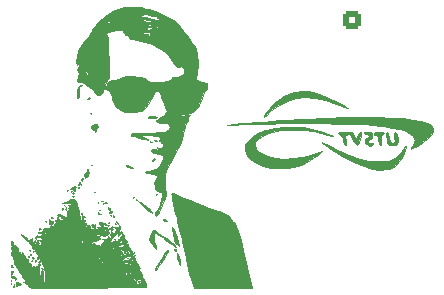
<source format=gbr>
%TF.GenerationSoftware,KiCad,Pcbnew,(6.0.7)*%
%TF.CreationDate,2022-12-11T16:26:28-06:00*%
%TF.ProjectId,BPS-Fan,4250532d-4661-46e2-9e6b-696361645f70,rev?*%
%TF.SameCoordinates,Original*%
%TF.FileFunction,Legend,Bot*%
%TF.FilePolarity,Positive*%
%FSLAX46Y46*%
G04 Gerber Fmt 4.6, Leading zero omitted, Abs format (unit mm)*
G04 Created by KiCad (PCBNEW (6.0.7)) date 2022-12-11 16:26:28*
%MOMM*%
%LPD*%
G01*
G04 APERTURE LIST*
G04 Aperture macros list*
%AMRoundRect*
0 Rectangle with rounded corners*
0 $1 Rounding radius*
0 $2 $3 $4 $5 $6 $7 $8 $9 X,Y pos of 4 corners*
0 Add a 4 corners polygon primitive as box body*
4,1,4,$2,$3,$4,$5,$6,$7,$8,$9,$2,$3,0*
0 Add four circle primitives for the rounded corners*
1,1,$1+$1,$2,$3*
1,1,$1+$1,$4,$5*
1,1,$1+$1,$6,$7*
1,1,$1+$1,$8,$9*
0 Add four rect primitives between the rounded corners*
20,1,$1+$1,$2,$3,$4,$5,0*
20,1,$1+$1,$4,$5,$6,$7,0*
20,1,$1+$1,$6,$7,$8,$9,0*
20,1,$1+$1,$8,$9,$2,$3,0*%
G04 Aperture macros list end*
%ADD10C,0.010000*%
%ADD11C,3.000000*%
%ADD12C,1.270000*%
%ADD13C,1.700000*%
%ADD14C,1.000000*%
%ADD15RoundRect,0.250001X0.499999X0.499999X-0.499999X0.499999X-0.499999X-0.499999X0.499999X-0.499999X0*%
%ADD16C,1.500000*%
G04 APERTURE END LIST*
G36*
X143017553Y-70601753D02*
G01*
X143165469Y-70687484D01*
X143374708Y-70816579D01*
X143622237Y-70975156D01*
X143878264Y-71147245D01*
X144201267Y-71381311D01*
X144472754Y-71598038D01*
X144678527Y-71785184D01*
X144804385Y-71930506D01*
X144836129Y-72021761D01*
X144787173Y-72027303D01*
X144666781Y-71953679D01*
X144493188Y-71807649D01*
X144416989Y-71740146D01*
X144216328Y-71576201D01*
X143982694Y-71398368D01*
X143738248Y-71222012D01*
X143505152Y-71062497D01*
X143305564Y-70935189D01*
X143161646Y-70855450D01*
X143095559Y-70838646D01*
X143052476Y-70946007D01*
X143030367Y-71135799D01*
X143030057Y-71363126D01*
X143051576Y-71583870D01*
X143094951Y-71753917D01*
X143108358Y-71787246D01*
X143167671Y-71972063D01*
X143191762Y-72114706D01*
X143188861Y-72185941D01*
X143159003Y-72206048D01*
X143069764Y-72133386D01*
X143006862Y-72061990D01*
X142890866Y-71893632D01*
X142774091Y-71691265D01*
X142600417Y-71359550D01*
X142752891Y-70966330D01*
X142835465Y-70770544D01*
X142908782Y-70627666D01*
X142955164Y-70573110D01*
X143017553Y-70601753D01*
G37*
D10*
X143017553Y-70601753D02*
X143165469Y-70687484D01*
X143374708Y-70816579D01*
X143622237Y-70975156D01*
X143878264Y-71147245D01*
X144201267Y-71381311D01*
X144472754Y-71598038D01*
X144678527Y-71785184D01*
X144804385Y-71930506D01*
X144836129Y-72021761D01*
X144787173Y-72027303D01*
X144666781Y-71953679D01*
X144493188Y-71807649D01*
X144416989Y-71740146D01*
X144216328Y-71576201D01*
X143982694Y-71398368D01*
X143738248Y-71222012D01*
X143505152Y-71062497D01*
X143305564Y-70935189D01*
X143161646Y-70855450D01*
X143095559Y-70838646D01*
X143052476Y-70946007D01*
X143030367Y-71135799D01*
X143030057Y-71363126D01*
X143051576Y-71583870D01*
X143094951Y-71753917D01*
X143108358Y-71787246D01*
X143167671Y-71972063D01*
X143191762Y-72114706D01*
X143188861Y-72185941D01*
X143159003Y-72206048D01*
X143069764Y-72133386D01*
X143006862Y-72061990D01*
X142890866Y-71893632D01*
X142774091Y-71691265D01*
X142600417Y-71359550D01*
X142752891Y-70966330D01*
X142835465Y-70770544D01*
X142908782Y-70627666D01*
X142955164Y-70573110D01*
X143017553Y-70601753D01*
G36*
X144589461Y-67483600D02*
G01*
X144754559Y-67546193D01*
X144987085Y-67639584D01*
X145262007Y-67753946D01*
X145506473Y-67855945D01*
X145814679Y-67981338D01*
X146084622Y-68087825D01*
X146277111Y-68159741D01*
X146397901Y-68203709D01*
X146592698Y-68280945D01*
X146721611Y-68340255D01*
X146848723Y-68400406D01*
X147101531Y-68502870D01*
X147451670Y-68633930D01*
X147886068Y-68788717D01*
X148391652Y-68962361D01*
X148514997Y-69004737D01*
X148868439Y-69139900D01*
X149135990Y-69274731D01*
X149347264Y-69429751D01*
X149531878Y-69625482D01*
X149719448Y-69882446D01*
X149747535Y-69925563D01*
X149919012Y-70249269D01*
X150094992Y-70675916D01*
X150269074Y-71185412D01*
X150434855Y-71757662D01*
X150585934Y-72372572D01*
X150715908Y-73010049D01*
X150726726Y-73067504D01*
X150788468Y-73364760D01*
X150871547Y-73733070D01*
X150966423Y-74131078D01*
X151063559Y-74517425D01*
X151308237Y-75461111D01*
X148885125Y-75477735D01*
X148797269Y-75478335D01*
X148258976Y-75481883D01*
X147762384Y-75484943D01*
X147321707Y-75487443D01*
X146951162Y-75489310D01*
X146664965Y-75490472D01*
X146477333Y-75490856D01*
X146402481Y-75490391D01*
X146359457Y-75431918D01*
X146294023Y-75266119D01*
X146211515Y-75010438D01*
X146116474Y-74682303D01*
X146013436Y-74299141D01*
X145906943Y-73878381D01*
X145801532Y-73437451D01*
X145701742Y-72993780D01*
X145612114Y-72564795D01*
X145537184Y-72167925D01*
X145478560Y-71856935D01*
X145409163Y-71529268D01*
X145342268Y-71249613D01*
X145286602Y-71056675D01*
X145282145Y-71043608D01*
X145211243Y-70810208D01*
X145133090Y-70516871D01*
X145063809Y-70223860D01*
X145054723Y-70182283D01*
X144994202Y-69907817D01*
X144916448Y-69558066D01*
X144830507Y-69173630D01*
X144745427Y-68795110D01*
X144742627Y-68782690D01*
X144644180Y-68343010D01*
X144572063Y-68011756D01*
X144523733Y-67774063D01*
X144496650Y-67615067D01*
X144488272Y-67519903D01*
X144496059Y-67473705D01*
X144517470Y-67461610D01*
X144589461Y-67483600D01*
G37*
X144589461Y-67483600D02*
X144754559Y-67546193D01*
X144987085Y-67639584D01*
X145262007Y-67753946D01*
X145506473Y-67855945D01*
X145814679Y-67981338D01*
X146084622Y-68087825D01*
X146277111Y-68159741D01*
X146397901Y-68203709D01*
X146592698Y-68280945D01*
X146721611Y-68340255D01*
X146848723Y-68400406D01*
X147101531Y-68502870D01*
X147451670Y-68633930D01*
X147886068Y-68788717D01*
X148391652Y-68962361D01*
X148514997Y-69004737D01*
X148868439Y-69139900D01*
X149135990Y-69274731D01*
X149347264Y-69429751D01*
X149531878Y-69625482D01*
X149719448Y-69882446D01*
X149747535Y-69925563D01*
X149919012Y-70249269D01*
X150094992Y-70675916D01*
X150269074Y-71185412D01*
X150434855Y-71757662D01*
X150585934Y-72372572D01*
X150715908Y-73010049D01*
X150726726Y-73067504D01*
X150788468Y-73364760D01*
X150871547Y-73733070D01*
X150966423Y-74131078D01*
X151063559Y-74517425D01*
X151308237Y-75461111D01*
X148885125Y-75477735D01*
X148797269Y-75478335D01*
X148258976Y-75481883D01*
X147762384Y-75484943D01*
X147321707Y-75487443D01*
X146951162Y-75489310D01*
X146664965Y-75490472D01*
X146477333Y-75490856D01*
X146402481Y-75490391D01*
X146359457Y-75431918D01*
X146294023Y-75266119D01*
X146211515Y-75010438D01*
X146116474Y-74682303D01*
X146013436Y-74299141D01*
X145906943Y-73878381D01*
X145801532Y-73437451D01*
X145701742Y-72993780D01*
X145612114Y-72564795D01*
X145537184Y-72167925D01*
X145478560Y-71856935D01*
X145409163Y-71529268D01*
X145342268Y-71249613D01*
X145286602Y-71056675D01*
X145282145Y-71043608D01*
X145211243Y-70810208D01*
X145133090Y-70516871D01*
X145063809Y-70223860D01*
X145054723Y-70182283D01*
X144994202Y-69907817D01*
X144916448Y-69558066D01*
X144830507Y-69173630D01*
X144745427Y-68795110D01*
X144742627Y-68782690D01*
X144644180Y-68343010D01*
X144572063Y-68011756D01*
X144523733Y-67774063D01*
X144496650Y-67615067D01*
X144488272Y-67519903D01*
X144496059Y-67473705D01*
X144517470Y-67461610D01*
X144589461Y-67483600D01*
G36*
X138979596Y-68244776D02*
G01*
X138989530Y-68263876D01*
X138937262Y-68287110D01*
X138903646Y-68282527D01*
X138894929Y-68244776D01*
X138904236Y-68237176D01*
X138979596Y-68244776D01*
G37*
X138979596Y-68244776D02*
X138989530Y-68263876D01*
X138937262Y-68287110D01*
X138903646Y-68282527D01*
X138894929Y-68244776D01*
X138904236Y-68237176D01*
X138979596Y-68244776D01*
G36*
X136237872Y-67714574D02*
G01*
X136244162Y-67747867D01*
X136178760Y-67779110D01*
X136146700Y-67777867D01*
X136082569Y-67747872D01*
X136138875Y-67686571D01*
X136161771Y-67677942D01*
X136237872Y-67714574D01*
G37*
X136237872Y-67714574D02*
X136244162Y-67747867D01*
X136178760Y-67779110D01*
X136146700Y-67777867D01*
X136082569Y-67747872D01*
X136138875Y-67686571D01*
X136161771Y-67677942D01*
X136237872Y-67714574D01*
G36*
X144852481Y-72238425D02*
G01*
X144906262Y-72287610D01*
X144904298Y-72308875D01*
X144847168Y-72346697D01*
X144715762Y-72287610D01*
X144693414Y-72272459D01*
X144670602Y-72235108D01*
X144763387Y-72225082D01*
X144852481Y-72238425D01*
G37*
X144852481Y-72238425D02*
X144906262Y-72287610D01*
X144904298Y-72308875D01*
X144847168Y-72346697D01*
X144715762Y-72287610D01*
X144693414Y-72272459D01*
X144670602Y-72235108D01*
X144763387Y-72225082D01*
X144852481Y-72238425D01*
G36*
X130968012Y-73580288D02*
G01*
X131023835Y-73642660D01*
X131063262Y-73709831D01*
X131050408Y-73722050D01*
X130968012Y-73707573D01*
X130924064Y-73680150D01*
X130872762Y-73578030D01*
X130873348Y-73553470D01*
X130894469Y-73518852D01*
X130968012Y-73580288D01*
G37*
X130968012Y-73580288D02*
X131023835Y-73642660D01*
X131063262Y-73709831D01*
X131050408Y-73722050D01*
X130968012Y-73707573D01*
X130924064Y-73680150D01*
X130872762Y-73578030D01*
X130873348Y-73553470D01*
X130894469Y-73518852D01*
X130968012Y-73580288D01*
G36*
X141496999Y-67984172D02*
G01*
X141589899Y-68059861D01*
X141649935Y-68124082D01*
X141654812Y-68144460D01*
X141559525Y-68090235D01*
X141473608Y-68026034D01*
X141449912Y-67975793D01*
X141496999Y-67984172D01*
G37*
X141496999Y-67984172D02*
X141589899Y-68059861D01*
X141649935Y-68124082D01*
X141654812Y-68144460D01*
X141559525Y-68090235D01*
X141473608Y-68026034D01*
X141449912Y-67975793D01*
X141496999Y-67984172D01*
G36*
X140778762Y-72954360D02*
G01*
X140747012Y-72986110D01*
X140715262Y-72954360D01*
X140747012Y-72922610D01*
X140778762Y-72954360D01*
G37*
X140778762Y-72954360D02*
X140747012Y-72986110D01*
X140715262Y-72954360D01*
X140747012Y-72922610D01*
X140778762Y-72954360D01*
G36*
X136651262Y-66763110D02*
G01*
X136646680Y-66796726D01*
X136608929Y-66805443D01*
X136601329Y-66796136D01*
X136608929Y-66720776D01*
X136628029Y-66710842D01*
X136651262Y-66763110D01*
G37*
X136651262Y-66763110D02*
X136646680Y-66796726D01*
X136608929Y-66805443D01*
X136601329Y-66796136D01*
X136608929Y-66720776D01*
X136628029Y-66710842D01*
X136651262Y-66763110D01*
G36*
X131189290Y-75256235D02*
G01*
X131175947Y-75345328D01*
X131126762Y-75399110D01*
X131105497Y-75397145D01*
X131067675Y-75340015D01*
X131126762Y-75208610D01*
X131141913Y-75186261D01*
X131179264Y-75163449D01*
X131189290Y-75256235D01*
G37*
X131189290Y-75256235D02*
X131175947Y-75345328D01*
X131126762Y-75399110D01*
X131105497Y-75397145D01*
X131067675Y-75340015D01*
X131126762Y-75208610D01*
X131141913Y-75186261D01*
X131179264Y-75163449D01*
X131189290Y-75256235D01*
G36*
X139233596Y-68689276D02*
G01*
X139243530Y-68708376D01*
X139191262Y-68731610D01*
X139157646Y-68727027D01*
X139148929Y-68689276D01*
X139158236Y-68681676D01*
X139233596Y-68689276D01*
G37*
X139233596Y-68689276D02*
X139243530Y-68708376D01*
X139191262Y-68731610D01*
X139157646Y-68727027D01*
X139148929Y-68689276D01*
X139158236Y-68681676D01*
X139233596Y-68689276D01*
G36*
X140112653Y-70274715D02*
G01*
X140115298Y-70390947D01*
X140010415Y-70548116D01*
X139981808Y-70579445D01*
X139924065Y-70661948D01*
X139962286Y-70668294D01*
X140034170Y-70668001D01*
X140093093Y-70743809D01*
X140099782Y-70868154D01*
X140043815Y-70998783D01*
X140003423Y-71049998D01*
X139963846Y-71068861D01*
X139955282Y-70969985D01*
X139948417Y-70898098D01*
X139899961Y-70834363D01*
X139809954Y-70885060D01*
X139683971Y-71048573D01*
X139541928Y-71213363D01*
X139387796Y-71270823D01*
X139309199Y-71268885D01*
X139273394Y-71241288D01*
X139340171Y-71155484D01*
X139426190Y-71043914D01*
X139429761Y-70984344D01*
X139334137Y-70999742D01*
X139295155Y-71013504D01*
X139256994Y-71010249D01*
X139311353Y-70932815D01*
X139384274Y-70874395D01*
X139501853Y-70855976D01*
X139561990Y-70863670D01*
X139699262Y-70826632D01*
X139744296Y-70791954D01*
X139744653Y-70764582D01*
X139730246Y-70729167D01*
X139768568Y-70625761D01*
X139783425Y-70596640D01*
X139804408Y-70489351D01*
X139726916Y-70403511D01*
X139664340Y-70351446D01*
X139680875Y-70324540D01*
X139808834Y-70319110D01*
X139811754Y-70319101D01*
X139958023Y-70295405D01*
X140035828Y-70239735D01*
X140064631Y-70207071D01*
X140112653Y-70274715D01*
G37*
X140112653Y-70274715D02*
X140115298Y-70390947D01*
X140010415Y-70548116D01*
X139981808Y-70579445D01*
X139924065Y-70661948D01*
X139962286Y-70668294D01*
X140034170Y-70668001D01*
X140093093Y-70743809D01*
X140099782Y-70868154D01*
X140043815Y-70998783D01*
X140003423Y-71049998D01*
X139963846Y-71068861D01*
X139955282Y-70969985D01*
X139948417Y-70898098D01*
X139899961Y-70834363D01*
X139809954Y-70885060D01*
X139683971Y-71048573D01*
X139541928Y-71213363D01*
X139387796Y-71270823D01*
X139309199Y-71268885D01*
X139273394Y-71241288D01*
X139340171Y-71155484D01*
X139426190Y-71043914D01*
X139429761Y-70984344D01*
X139334137Y-70999742D01*
X139295155Y-71013504D01*
X139256994Y-71010249D01*
X139311353Y-70932815D01*
X139384274Y-70874395D01*
X139501853Y-70855976D01*
X139561990Y-70863670D01*
X139699262Y-70826632D01*
X139744296Y-70791954D01*
X139744653Y-70764582D01*
X139730246Y-70729167D01*
X139768568Y-70625761D01*
X139783425Y-70596640D01*
X139804408Y-70489351D01*
X139726916Y-70403511D01*
X139664340Y-70351446D01*
X139680875Y-70324540D01*
X139808834Y-70319110D01*
X139811754Y-70319101D01*
X139958023Y-70295405D01*
X140035828Y-70239735D01*
X140064631Y-70207071D01*
X140112653Y-70274715D01*
G36*
X133179838Y-72908942D02*
G01*
X133187801Y-72990497D01*
X133171173Y-73014856D01*
X133116189Y-73042359D01*
X133095262Y-72950612D01*
X133104576Y-72905296D01*
X133159798Y-72891500D01*
X133179838Y-72908942D01*
G37*
X133179838Y-72908942D02*
X133187801Y-72990497D01*
X133171173Y-73014856D01*
X133116189Y-73042359D01*
X133095262Y-72950612D01*
X133104576Y-72905296D01*
X133159798Y-72891500D01*
X133179838Y-72908942D01*
G36*
X137449494Y-65481588D02*
G01*
X137446743Y-65661627D01*
X137444288Y-65717156D01*
X137414914Y-65960189D01*
X137360199Y-66087199D01*
X137281875Y-66093648D01*
X137255827Y-66086093D01*
X137220832Y-66140237D01*
X137205805Y-66171525D01*
X137153459Y-66110953D01*
X137132867Y-66062232D01*
X137121696Y-65923602D01*
X137156772Y-65800342D01*
X137227042Y-65747110D01*
X137250236Y-65740432D01*
X137286262Y-65663996D01*
X137302913Y-65592168D01*
X137372052Y-65463559D01*
X137399950Y-65427938D01*
X137436208Y-65409825D01*
X137449494Y-65481588D01*
G37*
X137449494Y-65481588D02*
X137446743Y-65661627D01*
X137444288Y-65717156D01*
X137414914Y-65960189D01*
X137360199Y-66087199D01*
X137281875Y-66093648D01*
X137255827Y-66086093D01*
X137220832Y-66140237D01*
X137205805Y-66171525D01*
X137153459Y-66110953D01*
X137132867Y-66062232D01*
X137121696Y-65923602D01*
X137156772Y-65800342D01*
X137227042Y-65747110D01*
X137250236Y-65740432D01*
X137286262Y-65663996D01*
X137302913Y-65592168D01*
X137372052Y-65463559D01*
X137399950Y-65427938D01*
X137436208Y-65409825D01*
X137449494Y-65481588D01*
G36*
X144225550Y-72270481D02*
G01*
X144220256Y-72318162D01*
X144176498Y-72414294D01*
X144087624Y-72570150D01*
X143946981Y-72796998D01*
X143747919Y-73106112D01*
X143483784Y-73508762D01*
X143440530Y-73573922D01*
X143268883Y-73819906D01*
X143152261Y-73960518D01*
X143085832Y-74000798D01*
X143064762Y-73945786D01*
X143086975Y-73889732D01*
X143166285Y-73754825D01*
X143283307Y-73580661D01*
X143363974Y-73462595D01*
X143530885Y-73200017D01*
X143671949Y-72957264D01*
X143747662Y-72823288D01*
X143896064Y-72590189D01*
X144035371Y-72404787D01*
X144148681Y-72288529D01*
X144219096Y-72262864D01*
X144225550Y-72270481D01*
G37*
X144225550Y-72270481D02*
X144220256Y-72318162D01*
X144176498Y-72414294D01*
X144087624Y-72570150D01*
X143946981Y-72796998D01*
X143747919Y-73106112D01*
X143483784Y-73508762D01*
X143440530Y-73573922D01*
X143268883Y-73819906D01*
X143152261Y-73960518D01*
X143085832Y-74000798D01*
X143064762Y-73945786D01*
X143086975Y-73889732D01*
X143166285Y-73754825D01*
X143283307Y-73580661D01*
X143363974Y-73462595D01*
X143530885Y-73200017D01*
X143671949Y-72957264D01*
X143747662Y-72823288D01*
X143896064Y-72590189D01*
X144035371Y-72404787D01*
X144148681Y-72288529D01*
X144219096Y-72262864D01*
X144225550Y-72270481D01*
G36*
X132919941Y-71463955D02*
G01*
X132968262Y-71525610D01*
X132966417Y-71540788D01*
X132904762Y-71589110D01*
X132889584Y-71587264D01*
X132841262Y-71525610D01*
X132843108Y-71510431D01*
X132904762Y-71462110D01*
X132919941Y-71463955D01*
G37*
X132919941Y-71463955D02*
X132968262Y-71525610D01*
X132966417Y-71540788D01*
X132904762Y-71589110D01*
X132889584Y-71587264D01*
X132841262Y-71525610D01*
X132843108Y-71510431D01*
X132904762Y-71462110D01*
X132919941Y-71463955D01*
G36*
X140539941Y-72416455D02*
G01*
X140588262Y-72478110D01*
X140586417Y-72493288D01*
X140524762Y-72541610D01*
X140509584Y-72539764D01*
X140461262Y-72478110D01*
X140463108Y-72462931D01*
X140524762Y-72414610D01*
X140539941Y-72416455D01*
G37*
X140539941Y-72416455D02*
X140588262Y-72478110D01*
X140586417Y-72493288D01*
X140524762Y-72541610D01*
X140509584Y-72539764D01*
X140461262Y-72478110D01*
X140463108Y-72462931D01*
X140524762Y-72414610D01*
X140539941Y-72416455D01*
G36*
X139142447Y-71083550D02*
G01*
X139191262Y-71144610D01*
X139190534Y-71158980D01*
X139163260Y-71208110D01*
X139153074Y-71205187D01*
X139096012Y-71144610D01*
X139086090Y-71120012D01*
X139124015Y-71081110D01*
X139142447Y-71083550D01*
G37*
X139142447Y-71083550D02*
X139191262Y-71144610D01*
X139190534Y-71158980D01*
X139163260Y-71208110D01*
X139153074Y-71205187D01*
X139096012Y-71144610D01*
X139086090Y-71120012D01*
X139124015Y-71081110D01*
X139142447Y-71083550D01*
G36*
X143290682Y-63590967D02*
G01*
X143350512Y-63651610D01*
X143362340Y-63674092D01*
X143358008Y-63715110D01*
X143346843Y-63712252D01*
X143287012Y-63651610D01*
X143275185Y-63629127D01*
X143279517Y-63588110D01*
X143290682Y-63590967D01*
G37*
X143290682Y-63590967D02*
X143350512Y-63651610D01*
X143362340Y-63674092D01*
X143358008Y-63715110D01*
X143346843Y-63712252D01*
X143287012Y-63651610D01*
X143275185Y-63629127D01*
X143279517Y-63588110D01*
X143290682Y-63590967D01*
G36*
X143132891Y-62961358D02*
G01*
X143223512Y-63016610D01*
X143236636Y-63063381D01*
X143181106Y-63072704D01*
X143064762Y-63016610D01*
X143051984Y-63008257D01*
X143005825Y-62964358D01*
X143076890Y-62954082D01*
X143132891Y-62961358D01*
G37*
X143132891Y-62961358D02*
X143223512Y-63016610D01*
X143236636Y-63063381D01*
X143181106Y-63072704D01*
X143064762Y-63016610D01*
X143051984Y-63008257D01*
X143005825Y-62964358D01*
X143076890Y-62954082D01*
X143132891Y-62961358D01*
G36*
X139711169Y-71355232D02*
G01*
X139740561Y-71378088D01*
X139672804Y-71393596D01*
X139608399Y-71389106D01*
X139589460Y-71360245D01*
X139611926Y-71347662D01*
X139711169Y-71355232D01*
G37*
X139711169Y-71355232D02*
X139740561Y-71378088D01*
X139672804Y-71393596D01*
X139608399Y-71389106D01*
X139589460Y-71360245D01*
X139611926Y-71347662D01*
X139711169Y-71355232D01*
G36*
X132561951Y-72608032D02*
G01*
X132619012Y-72668610D01*
X132628935Y-72693207D01*
X132591010Y-72732110D01*
X132572578Y-72729669D01*
X132523762Y-72668610D01*
X132524491Y-72654239D01*
X132551765Y-72605110D01*
X132561951Y-72608032D01*
G37*
X132561951Y-72608032D02*
X132619012Y-72668610D01*
X132628935Y-72693207D01*
X132591010Y-72732110D01*
X132572578Y-72729669D01*
X132523762Y-72668610D01*
X132524491Y-72654239D01*
X132551765Y-72605110D01*
X132561951Y-72608032D01*
G36*
X133557104Y-73792857D02*
G01*
X133603262Y-73878857D01*
X133601445Y-73893034D01*
X133539762Y-73938610D01*
X133509416Y-73926494D01*
X133476262Y-73839612D01*
X133485400Y-73794255D01*
X133539762Y-73779860D01*
X133557104Y-73792857D01*
G37*
X133557104Y-73792857D02*
X133603262Y-73878857D01*
X133601445Y-73893034D01*
X133539762Y-73938610D01*
X133509416Y-73926494D01*
X133476262Y-73839612D01*
X133485400Y-73794255D01*
X133539762Y-73779860D01*
X133557104Y-73792857D01*
G36*
X132439096Y-72816776D02*
G01*
X132449030Y-72835876D01*
X132396762Y-72859110D01*
X132363146Y-72854527D01*
X132354429Y-72816776D01*
X132363736Y-72809176D01*
X132439096Y-72816776D01*
G37*
X132439096Y-72816776D02*
X132449030Y-72835876D01*
X132396762Y-72859110D01*
X132363146Y-72854527D01*
X132354429Y-72816776D01*
X132363736Y-72809176D01*
X132439096Y-72816776D01*
G36*
X143234096Y-67546276D02*
G01*
X143244030Y-67565376D01*
X143191762Y-67588610D01*
X143158146Y-67584027D01*
X143149429Y-67546276D01*
X143158736Y-67538676D01*
X143234096Y-67546276D01*
G37*
X143234096Y-67546276D02*
X143244030Y-67565376D01*
X143191762Y-67588610D01*
X143158146Y-67584027D01*
X143149429Y-67546276D01*
X143158736Y-67538676D01*
X143234096Y-67546276D01*
G36*
X144592889Y-70389963D02*
G01*
X144684717Y-70543642D01*
X144796097Y-70802379D01*
X144923526Y-71158462D01*
X145063500Y-71604178D01*
X145152938Y-71904996D01*
X144966100Y-71766861D01*
X144937004Y-71745164D01*
X144824731Y-71657045D01*
X144779262Y-71613500D01*
X144773945Y-71589702D01*
X144742777Y-71467427D01*
X144689930Y-71265957D01*
X144622576Y-71012789D01*
X144584522Y-70864388D01*
X144531305Y-70627096D01*
X144501997Y-70451807D01*
X144502206Y-70368543D01*
X144524118Y-70349056D01*
X144592889Y-70389963D01*
G37*
X144592889Y-70389963D02*
X144684717Y-70543642D01*
X144796097Y-70802379D01*
X144923526Y-71158462D01*
X145063500Y-71604178D01*
X145152938Y-71904996D01*
X144966100Y-71766861D01*
X144937004Y-71745164D01*
X144824731Y-71657045D01*
X144779262Y-71613500D01*
X144773945Y-71589702D01*
X144742777Y-71467427D01*
X144689930Y-71265957D01*
X144622576Y-71012789D01*
X144584522Y-70864388D01*
X144531305Y-70627096D01*
X144501997Y-70451807D01*
X144502206Y-70368543D01*
X144524118Y-70349056D01*
X144592889Y-70389963D01*
G36*
X136937012Y-58320433D02*
G01*
X136785383Y-58437024D01*
X136703295Y-58511896D01*
X136660677Y-58619359D01*
X136677877Y-58788816D01*
X136689376Y-59004192D01*
X136648553Y-59246569D01*
X136635125Y-59285714D01*
X136576064Y-59409192D01*
X136531552Y-59407829D01*
X136501226Y-59281143D01*
X136484725Y-59028654D01*
X136491399Y-58798200D01*
X136546777Y-58540445D01*
X136650327Y-58375944D01*
X136795768Y-58319021D01*
X136937012Y-58320433D01*
G37*
X136937012Y-58320433D02*
X136785383Y-58437024D01*
X136703295Y-58511896D01*
X136660677Y-58619359D01*
X136677877Y-58788816D01*
X136689376Y-59004192D01*
X136648553Y-59246569D01*
X136635125Y-59285714D01*
X136576064Y-59409192D01*
X136531552Y-59407829D01*
X136501226Y-59281143D01*
X136484725Y-59028654D01*
X136491399Y-58798200D01*
X136546777Y-58540445D01*
X136650327Y-58375944D01*
X136795768Y-58319021D01*
X136937012Y-58320433D01*
G36*
X135280978Y-68736595D02*
G01*
X135286012Y-68795110D01*
X135272979Y-68814113D01*
X135218765Y-68858610D01*
X135212428Y-68856959D01*
X135190762Y-68795110D01*
X135193347Y-68777705D01*
X135258010Y-68731610D01*
X135280978Y-68736595D01*
G37*
X135280978Y-68736595D02*
X135286012Y-68795110D01*
X135272979Y-68814113D01*
X135218765Y-68858610D01*
X135212428Y-68856959D01*
X135190762Y-68795110D01*
X135193347Y-68777705D01*
X135258010Y-68731610D01*
X135280978Y-68736595D01*
G36*
X132714262Y-73172862D02*
G01*
X132711822Y-73191294D01*
X132650762Y-73240110D01*
X132636392Y-73239381D01*
X132587262Y-73212107D01*
X132590185Y-73201921D01*
X132650762Y-73144860D01*
X132675360Y-73134937D01*
X132714262Y-73172862D01*
G37*
X132714262Y-73172862D02*
X132711822Y-73191294D01*
X132650762Y-73240110D01*
X132636392Y-73239381D01*
X132587262Y-73212107D01*
X132590185Y-73201921D01*
X132650762Y-73144860D01*
X132675360Y-73134937D01*
X132714262Y-73172862D01*
G36*
X136058596Y-67292276D02*
G01*
X136068530Y-67311376D01*
X136016262Y-67334610D01*
X135982646Y-67330027D01*
X135973929Y-67292276D01*
X135983236Y-67284676D01*
X136058596Y-67292276D01*
G37*
X136058596Y-67292276D02*
X136068530Y-67311376D01*
X136016262Y-67334610D01*
X135982646Y-67330027D01*
X135973929Y-67292276D01*
X135983236Y-67284676D01*
X136058596Y-67292276D01*
G36*
X142853096Y-52941276D02*
G01*
X142863030Y-52960376D01*
X142810762Y-52983610D01*
X142777146Y-52979027D01*
X142768429Y-52941276D01*
X142777736Y-52933676D01*
X142853096Y-52941276D01*
G37*
X142853096Y-52941276D02*
X142863030Y-52960376D01*
X142810762Y-52983610D01*
X142777146Y-52979027D01*
X142768429Y-52941276D01*
X142777736Y-52933676D01*
X142853096Y-52941276D01*
G36*
X136630096Y-66974776D02*
G01*
X136640030Y-66993876D01*
X136587762Y-67017110D01*
X136554146Y-67012527D01*
X136545429Y-66974776D01*
X136554736Y-66967176D01*
X136630096Y-66974776D01*
G37*
X136630096Y-66974776D02*
X136640030Y-66993876D01*
X136587762Y-67017110D01*
X136554146Y-67012527D01*
X136545429Y-66974776D01*
X136554736Y-66967176D01*
X136630096Y-66974776D01*
G36*
X137679169Y-60687232D02*
G01*
X137708561Y-60710088D01*
X137640804Y-60725596D01*
X137576399Y-60721106D01*
X137557460Y-60692245D01*
X137579926Y-60679662D01*
X137679169Y-60687232D01*
G37*
X137679169Y-60687232D02*
X137708561Y-60710088D01*
X137640804Y-60725596D01*
X137576399Y-60721106D01*
X137557460Y-60692245D01*
X137579926Y-60679662D01*
X137679169Y-60687232D01*
G36*
X137984762Y-67366360D02*
G01*
X137953012Y-67398110D01*
X137921262Y-67366360D01*
X137953012Y-67334610D01*
X137984762Y-67366360D01*
G37*
X137984762Y-67366360D02*
X137953012Y-67398110D01*
X137921262Y-67366360D01*
X137953012Y-67334610D01*
X137984762Y-67366360D01*
G36*
X136158441Y-67399955D02*
G01*
X136206762Y-67461610D01*
X136204917Y-67476788D01*
X136143262Y-67525110D01*
X136128084Y-67523264D01*
X136079762Y-67461610D01*
X136081608Y-67446431D01*
X136143262Y-67398110D01*
X136158441Y-67399955D01*
G37*
X136158441Y-67399955D02*
X136206762Y-67461610D01*
X136204917Y-67476788D01*
X136143262Y-67525110D01*
X136128084Y-67523264D01*
X136079762Y-67461610D01*
X136081608Y-67446431D01*
X136143262Y-67398110D01*
X136158441Y-67399955D01*
G36*
X134885169Y-69513732D02*
G01*
X134914561Y-69536588D01*
X134846804Y-69552096D01*
X134782399Y-69547606D01*
X134763460Y-69518745D01*
X134785926Y-69506162D01*
X134885169Y-69513732D01*
G37*
X134885169Y-69513732D02*
X134914561Y-69536588D01*
X134846804Y-69552096D01*
X134782399Y-69547606D01*
X134763460Y-69518745D01*
X134785926Y-69506162D01*
X134885169Y-69513732D01*
G36*
X138048262Y-70096860D02*
G01*
X138016512Y-70128610D01*
X137984762Y-70096860D01*
X138016512Y-70065110D01*
X138048262Y-70096860D01*
G37*
X138048262Y-70096860D02*
X138016512Y-70128610D01*
X137984762Y-70096860D01*
X138016512Y-70065110D01*
X138048262Y-70096860D01*
G36*
X136841762Y-66731360D02*
G01*
X136810012Y-66763110D01*
X136778262Y-66731360D01*
X136810012Y-66699610D01*
X136841762Y-66731360D01*
G37*
X136841762Y-66731360D02*
X136810012Y-66763110D01*
X136778262Y-66731360D01*
X136810012Y-66699610D01*
X136841762Y-66731360D01*
G36*
X138562694Y-69935423D02*
G01*
X138741854Y-69976545D01*
X138881177Y-70035113D01*
X138937262Y-70097610D01*
X138929321Y-70151659D01*
X138867569Y-70187212D01*
X138759462Y-70115910D01*
X138749064Y-70105870D01*
X138697085Y-70086703D01*
X138683262Y-70179410D01*
X138682900Y-70201148D01*
X138655640Y-70301255D01*
X138577499Y-70296257D01*
X138437828Y-70186460D01*
X138344167Y-70071089D01*
X138320710Y-69970598D01*
X138384490Y-69925434D01*
X138387097Y-69925266D01*
X138562694Y-69935423D01*
G37*
X138562694Y-69935423D02*
X138741854Y-69976545D01*
X138881177Y-70035113D01*
X138937262Y-70097610D01*
X138929321Y-70151659D01*
X138867569Y-70187212D01*
X138759462Y-70115910D01*
X138749064Y-70105870D01*
X138697085Y-70086703D01*
X138683262Y-70179410D01*
X138682900Y-70201148D01*
X138655640Y-70301255D01*
X138577499Y-70296257D01*
X138437828Y-70186460D01*
X138344167Y-70071089D01*
X138320710Y-69970598D01*
X138384490Y-69925434D01*
X138387097Y-69925266D01*
X138562694Y-69935423D01*
G36*
X139424096Y-70721276D02*
G01*
X139434030Y-70740376D01*
X139381762Y-70763610D01*
X139348146Y-70759027D01*
X139339429Y-70721276D01*
X139348736Y-70713676D01*
X139424096Y-70721276D01*
G37*
X139424096Y-70721276D02*
X139434030Y-70740376D01*
X139381762Y-70763610D01*
X139348146Y-70759027D01*
X139339429Y-70721276D01*
X139348736Y-70713676D01*
X139424096Y-70721276D01*
G36*
X142789596Y-63101276D02*
G01*
X142799530Y-63120376D01*
X142747262Y-63143610D01*
X142713646Y-63139027D01*
X142704929Y-63101276D01*
X142714236Y-63093676D01*
X142789596Y-63101276D01*
G37*
X142789596Y-63101276D02*
X142799530Y-63120376D01*
X142747262Y-63143610D01*
X142713646Y-63139027D01*
X142704929Y-63101276D01*
X142714236Y-63093676D01*
X142789596Y-63101276D01*
G36*
X131065023Y-74055994D02*
G01*
X131105670Y-74133293D01*
X131026477Y-74252592D01*
X130990503Y-74288855D01*
X130906035Y-74363381D01*
X130876316Y-74336541D01*
X130872762Y-74198228D01*
X130893708Y-74065042D01*
X130966175Y-74027057D01*
X131065023Y-74055994D01*
G37*
X131065023Y-74055994D02*
X131105670Y-74133293D01*
X131026477Y-74252592D01*
X130990503Y-74288855D01*
X130906035Y-74363381D01*
X130876316Y-74336541D01*
X130872762Y-74198228D01*
X130893708Y-74065042D01*
X130966175Y-74027057D01*
X131065023Y-74055994D01*
G36*
X144761207Y-52915798D02*
G01*
X144775794Y-52929736D01*
X144931855Y-53078860D01*
X144952738Y-53098815D01*
X145021491Y-53170899D01*
X145284748Y-53468078D01*
X145403156Y-53601744D01*
X145469326Y-53676441D01*
X145498723Y-53713860D01*
X145620187Y-53868475D01*
X145781622Y-54073969D01*
X145885884Y-54206688D01*
X145955157Y-54306931D01*
X146246913Y-54729124D01*
X146528161Y-55211232D01*
X146567234Y-55307687D01*
X146628901Y-55570227D01*
X146673054Y-55908399D01*
X146698727Y-56289187D01*
X146704956Y-56679579D01*
X146690776Y-57046559D01*
X146665877Y-57264043D01*
X146655222Y-57357115D01*
X146597330Y-57578230D01*
X146574178Y-57636878D01*
X146528823Y-57788531D01*
X146525712Y-57873432D01*
X146531027Y-57878857D01*
X146623963Y-57919423D01*
X146802316Y-57973093D01*
X147033290Y-58029767D01*
X147509763Y-58135772D01*
X147509762Y-58365473D01*
X147486309Y-58536442D01*
X147380738Y-58732515D01*
X147363805Y-58752836D01*
X147275722Y-58900059D01*
X147172826Y-59119451D01*
X147074027Y-59371607D01*
X147056639Y-59420357D01*
X146957451Y-59687770D01*
X146862272Y-59929294D01*
X146789576Y-60097767D01*
X146747930Y-60168878D01*
X146596899Y-60341677D01*
X146401435Y-60502394D01*
X146201375Y-60620911D01*
X146036552Y-60667109D01*
X145959081Y-60683629D01*
X145926040Y-60747628D01*
X146001637Y-60816579D01*
X146027514Y-60850960D01*
X146036020Y-60862263D01*
X145963529Y-60944645D01*
X145919765Y-60996069D01*
X145899418Y-61019979D01*
X145893965Y-61117196D01*
X145911757Y-61157217D01*
X145868574Y-61149423D01*
X145827189Y-61139173D01*
X145795262Y-61206859D01*
X145795263Y-61206860D01*
X145804966Y-61255280D01*
X145858762Y-61270360D01*
X145912477Y-61250064D01*
X145922613Y-61285662D01*
X145877901Y-61359548D01*
X145805228Y-61425362D01*
X145792114Y-61437239D01*
X145693956Y-61556045D01*
X145630927Y-61778360D01*
X145622695Y-61831276D01*
X145588650Y-62050129D01*
X145501641Y-62448166D01*
X145393788Y-62826167D01*
X145278985Y-63130745D01*
X145265809Y-63159053D01*
X145173327Y-63344374D01*
X145035937Y-63607681D01*
X144868073Y-63922446D01*
X144684173Y-64262140D01*
X144498672Y-64600237D01*
X144326007Y-64910207D01*
X144180614Y-65165524D01*
X144076928Y-65339658D01*
X144071861Y-65348051D01*
X144000676Y-65550012D01*
X143954986Y-65856239D01*
X143935778Y-66247524D01*
X143944041Y-66704663D01*
X143964503Y-66985360D01*
X143980764Y-67208448D01*
X143981582Y-67216757D01*
X143987219Y-67279886D01*
X144005028Y-67479372D01*
X144007587Y-67662548D01*
X143981379Y-67812012D01*
X143918523Y-67973487D01*
X143811140Y-68192698D01*
X143686457Y-68458782D01*
X143563329Y-68753235D01*
X143473673Y-69001485D01*
X143437725Y-69111413D01*
X143370557Y-69271428D01*
X143301825Y-69347374D01*
X143211916Y-69366610D01*
X143150233Y-69361997D01*
X143075872Y-69312210D01*
X143098973Y-69200213D01*
X143219748Y-69016651D01*
X143357009Y-68784994D01*
X143491773Y-68450237D01*
X143598461Y-68069203D01*
X143663111Y-67683860D01*
X143677556Y-67484583D01*
X143664611Y-67281424D01*
X143541012Y-67331867D01*
X143499644Y-67341646D01*
X143354924Y-67306852D01*
X143291866Y-67260656D01*
X143458153Y-67260656D01*
X143541012Y-67274600D01*
X143664513Y-67279886D01*
X143664422Y-67278459D01*
X143608059Y-67187823D01*
X143507587Y-67209989D01*
X143492870Y-67219537D01*
X143458153Y-67260656D01*
X143291866Y-67260656D01*
X143212299Y-67202366D01*
X143111039Y-67063576D01*
X143099326Y-66985360D01*
X143636262Y-66985360D01*
X143668012Y-67017110D01*
X143699762Y-66985360D01*
X143668012Y-66953610D01*
X143636262Y-66985360D01*
X143099326Y-66985360D01*
X143090417Y-66925865D01*
X143097287Y-66844984D01*
X143056187Y-66721027D01*
X143050332Y-66713465D01*
X143034353Y-66613132D01*
X143113085Y-66463723D01*
X143210371Y-66294306D01*
X143275926Y-66124331D01*
X143289182Y-66032550D01*
X143247690Y-65953323D01*
X143110561Y-65891309D01*
X143066426Y-65877095D01*
X142850453Y-65821325D01*
X142620262Y-65776813D01*
X142417539Y-65740460D01*
X142287013Y-65698958D01*
X142282119Y-65657641D01*
X142403237Y-65613885D01*
X142650744Y-65565064D01*
X142872163Y-65521070D01*
X143136029Y-65435914D01*
X143321947Y-65321936D01*
X143374018Y-65272714D01*
X143501412Y-65117602D01*
X143623824Y-64931236D01*
X143722847Y-64746365D01*
X143780074Y-64595740D01*
X143777098Y-64512112D01*
X143757898Y-64482900D01*
X143732322Y-64367343D01*
X143732262Y-64365199D01*
X143672042Y-64278668D01*
X143524543Y-64194790D01*
X143327694Y-64130052D01*
X143119422Y-64100940D01*
X142982985Y-64072735D01*
X142816850Y-63984985D01*
X142760287Y-63936813D01*
X142727764Y-63883126D01*
X142781885Y-63835690D01*
X142937947Y-63766967D01*
X143014908Y-63736982D01*
X143128929Y-63705155D01*
X143157397Y-63719342D01*
X143152052Y-63767644D01*
X143226920Y-63774708D01*
X143364338Y-63732205D01*
X143537288Y-63645393D01*
X143591743Y-63611168D01*
X143702665Y-63521701D01*
X143732117Y-63462088D01*
X143730972Y-63420638D01*
X143795012Y-63334110D01*
X143859953Y-63246131D01*
X143825444Y-63185941D01*
X143698756Y-63188974D01*
X143691720Y-63190775D01*
X143605257Y-63192716D01*
X143610639Y-63118792D01*
X143620389Y-63049000D01*
X143548083Y-63054433D01*
X143477006Y-63071142D01*
X143451225Y-63025928D01*
X143507928Y-62892103D01*
X143532506Y-62837420D01*
X143535207Y-62761975D01*
X143475386Y-62701235D01*
X143337179Y-62647504D01*
X143104723Y-62593086D01*
X142762152Y-62530284D01*
X142757660Y-62529527D01*
X142583924Y-62517628D01*
X142380694Y-62526648D01*
X142187092Y-62551598D01*
X142042240Y-62587490D01*
X141985262Y-62629337D01*
X141993287Y-62644299D01*
X142082680Y-62700350D01*
X142239262Y-62762610D01*
X142314791Y-62791270D01*
X142435080Y-62856150D01*
X142497662Y-62913851D01*
X142485645Y-62944701D01*
X142382137Y-62929024D01*
X142360825Y-62923161D01*
X142208903Y-62888701D01*
X142017012Y-62851940D01*
X141997639Y-62848338D01*
X141761978Y-62782517D01*
X141544929Y-62691533D01*
X141543068Y-62690547D01*
X141345861Y-62618310D01*
X141179804Y-62612472D01*
X141069013Y-62619439D01*
X141032762Y-62550991D01*
X141032993Y-62538765D01*
X141049916Y-62471028D01*
X141106148Y-62423282D01*
X141219209Y-62392514D01*
X141406616Y-62375714D01*
X141685890Y-62369874D01*
X142074549Y-62371981D01*
X142493299Y-62370478D01*
X142924294Y-62355932D01*
X143316464Y-62329833D01*
X143652178Y-62294089D01*
X143913804Y-62250606D01*
X144083709Y-62201293D01*
X144144262Y-62148056D01*
X144155199Y-62109118D01*
X144239512Y-62064110D01*
X144311430Y-62013838D01*
X144334762Y-61854560D01*
X144334735Y-61850376D01*
X145234995Y-61850376D01*
X145287262Y-61873610D01*
X145320879Y-61869027D01*
X145329596Y-61831276D01*
X145320289Y-61823676D01*
X145244929Y-61831276D01*
X145234995Y-61850376D01*
X144334735Y-61850376D01*
X144334633Y-61834752D01*
X144310984Y-61658905D01*
X144231310Y-61559409D01*
X144073676Y-61522769D01*
X143816146Y-61535489D01*
X143677123Y-61546734D01*
X143505574Y-61542986D01*
X143445762Y-61509062D01*
X143421787Y-61464817D01*
X143421387Y-61464607D01*
X145477762Y-61464607D01*
X145479413Y-61470944D01*
X145541262Y-61492610D01*
X145558667Y-61490025D01*
X145604762Y-61425362D01*
X145599777Y-61402394D01*
X145541262Y-61397360D01*
X145522259Y-61410393D01*
X145477762Y-61464607D01*
X143421387Y-61464607D01*
X143318762Y-61410710D01*
X143294696Y-61402771D01*
X143212221Y-61341318D01*
X143189510Y-61271724D01*
X143245546Y-61238610D01*
X143314782Y-61206860D01*
X145287262Y-61206860D01*
X145319012Y-61238610D01*
X145350762Y-61206860D01*
X145319012Y-61175110D01*
X145287262Y-61206860D01*
X143314782Y-61206860D01*
X143325616Y-61201892D01*
X143445762Y-61111610D01*
X145065012Y-61111610D01*
X145078349Y-61131789D01*
X145116385Y-61168780D01*
X145165045Y-61151567D01*
X145287262Y-61111610D01*
X145291839Y-61110142D01*
X145385045Y-61076386D01*
X145369422Y-61061187D01*
X145235890Y-61054439D01*
X145217942Y-61054077D01*
X145090450Y-61068923D01*
X145065012Y-61111610D01*
X143445762Y-61111610D01*
X143535703Y-61048110D01*
X145541262Y-61048110D01*
X145542712Y-61076386D01*
X145543259Y-61087066D01*
X145572711Y-61103556D01*
X145668262Y-61048110D01*
X145680426Y-61040155D01*
X145725920Y-60996069D01*
X145652387Y-60985582D01*
X145593620Y-60994739D01*
X145541262Y-61048110D01*
X143535703Y-61048110D01*
X143570713Y-61023392D01*
X143674497Y-60984610D01*
X143698962Y-60978341D01*
X143801314Y-60902822D01*
X143921114Y-60769182D01*
X143922724Y-60767071D01*
X144811012Y-60767071D01*
X145096762Y-60825288D01*
X145220604Y-60851132D01*
X145313954Y-60877742D01*
X145300780Y-60899006D01*
X145192012Y-60926544D01*
X145001512Y-60969584D01*
X145223762Y-60969730D01*
X145431740Y-60960232D01*
X145607662Y-60920171D01*
X145668262Y-60850960D01*
X145665981Y-60831173D01*
X145599286Y-60767455D01*
X145431930Y-60739575D01*
X145152693Y-60745234D01*
X144811012Y-60767071D01*
X143922724Y-60767071D01*
X144085429Y-60553754D01*
X143947546Y-60213557D01*
X143939332Y-60193150D01*
X143847143Y-59952507D01*
X143739636Y-59656821D01*
X143638413Y-59365360D01*
X143571930Y-59172180D01*
X143502078Y-58997103D01*
X143439648Y-58899669D01*
X143366981Y-58854819D01*
X143266419Y-58837495D01*
X143175893Y-58833122D01*
X143067194Y-58870965D01*
X142996858Y-58996245D01*
X142984317Y-59028491D01*
X142759647Y-59522533D01*
X142508789Y-59934733D01*
X142245358Y-60242513D01*
X142077626Y-60389462D01*
X141921324Y-60488645D01*
X141738778Y-60552010D01*
X141479867Y-60603170D01*
X141418649Y-60612856D01*
X140907660Y-60639009D01*
X140452834Y-60560263D01*
X140064091Y-60378195D01*
X140030614Y-60355375D01*
X139791565Y-60136641D01*
X139611039Y-59847447D01*
X139471481Y-59460610D01*
X139444743Y-59366580D01*
X139354673Y-59075562D01*
X139277703Y-58881397D01*
X139203874Y-58762224D01*
X139123228Y-58696183D01*
X138942155Y-58635842D01*
X138802327Y-58663208D01*
X138735304Y-58776395D01*
X138695042Y-58875836D01*
X138578910Y-58985249D01*
X138483484Y-59038915D01*
X138334640Y-59142589D01*
X138304912Y-59166318D01*
X138226975Y-59196690D01*
X138167062Y-59126200D01*
X138128949Y-59068276D01*
X138053571Y-58981227D01*
X137930872Y-58861164D01*
X137744165Y-58691917D01*
X137476762Y-58457317D01*
X137397024Y-58391295D01*
X138888408Y-58391295D01*
X138930379Y-58444610D01*
X138956402Y-58439162D01*
X139007512Y-58365235D01*
X139012137Y-58308766D01*
X139023387Y-58163174D01*
X139031882Y-58125653D01*
X139093649Y-58058462D01*
X139234248Y-57996135D01*
X139477012Y-57926499D01*
X139483799Y-57924762D01*
X139722735Y-57867942D01*
X139925789Y-57827131D01*
X140049647Y-57811060D01*
X140089774Y-57805415D01*
X140242487Y-57747409D01*
X140416768Y-57647214D01*
X140430371Y-57638094D01*
X140630658Y-57536016D01*
X140778359Y-57523732D01*
X140785949Y-57525945D01*
X140918438Y-57548577D01*
X141131075Y-57571091D01*
X141381573Y-57588915D01*
X141453184Y-57593293D01*
X141830078Y-57634296D01*
X142125791Y-57698590D01*
X142325194Y-57781906D01*
X142413159Y-57879977D01*
X142493512Y-57958637D01*
X142673823Y-58019902D01*
X142927399Y-58060320D01*
X143227735Y-58077164D01*
X143548323Y-58067704D01*
X143862656Y-58029211D01*
X143931443Y-58013729D01*
X144130539Y-57945533D01*
X144332045Y-57852277D01*
X144494637Y-57754565D01*
X144576990Y-57673007D01*
X144596726Y-57655279D01*
X144687555Y-57661006D01*
X144701448Y-57664725D01*
X144833326Y-57655032D01*
X145025310Y-57605155D01*
X145232844Y-57530708D01*
X145411371Y-57447306D01*
X145516334Y-57370564D01*
X145553496Y-57264043D01*
X145537145Y-57061102D01*
X145511900Y-56961784D01*
X145439153Y-56799503D01*
X145337714Y-56744531D01*
X145190160Y-56782900D01*
X145033541Y-56813567D01*
X144863262Y-56742494D01*
X144694596Y-56554486D01*
X144521554Y-56244722D01*
X144437727Y-56091952D01*
X144213435Y-55788924D01*
X143938311Y-55509565D01*
X143645281Y-55285185D01*
X143367272Y-55147096D01*
X143324075Y-55132287D01*
X143173360Y-55067659D01*
X143094700Y-55012676D01*
X143020751Y-54948813D01*
X142836445Y-54856422D01*
X142573685Y-54757372D01*
X142258253Y-54660245D01*
X141915934Y-54573622D01*
X141572512Y-54506084D01*
X141480389Y-54490116D01*
X141234734Y-54441608D01*
X141032762Y-54394405D01*
X140918787Y-54359737D01*
X140870672Y-54323884D01*
X140913632Y-54293876D01*
X142250495Y-54293876D01*
X142302762Y-54317110D01*
X142336379Y-54312527D01*
X142345096Y-54274776D01*
X142335789Y-54267176D01*
X142260429Y-54274776D01*
X142250495Y-54293876D01*
X140913632Y-54293876D01*
X140924219Y-54286481D01*
X140981099Y-54256549D01*
X140978029Y-54215421D01*
X140869336Y-54150575D01*
X140727870Y-54090120D01*
X140596879Y-54058096D01*
X140545060Y-54049388D01*
X140572387Y-54021055D01*
X140585001Y-54015640D01*
X140639253Y-53964469D01*
X141902352Y-53964469D01*
X141902998Y-53989237D01*
X141999534Y-53999881D01*
X142207512Y-54004231D01*
X142379346Y-54010698D01*
X142494905Y-54024315D01*
X142509137Y-54041664D01*
X142479352Y-54057960D01*
X142429762Y-54131901D01*
X142448746Y-54163003D01*
X142547632Y-54186966D01*
X142685610Y-54174594D01*
X142810762Y-54126610D01*
X142834918Y-54110031D01*
X142839442Y-54100839D01*
X143148081Y-54100839D01*
X143219774Y-54160406D01*
X143312601Y-54217945D01*
X143420956Y-54253610D01*
X143475959Y-54258590D01*
X143547359Y-54274776D01*
X143615194Y-54290154D01*
X143669033Y-54306647D01*
X143696231Y-54306931D01*
X143615706Y-54252629D01*
X143478391Y-54185487D01*
X143298206Y-54122881D01*
X143170988Y-54090866D01*
X143148081Y-54100839D01*
X142839442Y-54100839D01*
X142852666Y-54073969D01*
X142755362Y-54064082D01*
X142724253Y-54063364D01*
X142647082Y-54041950D01*
X142675436Y-53977892D01*
X142706159Y-53927246D01*
X142704378Y-53850892D01*
X142690389Y-53840301D01*
X142564173Y-53811102D01*
X142375764Y-53814471D01*
X142174170Y-53846673D01*
X142008396Y-53903968D01*
X141982049Y-53917749D01*
X141902352Y-53964469D01*
X140639253Y-53964469D01*
X140651406Y-53953006D01*
X140610121Y-53896643D01*
X140477137Y-53871637D01*
X140428932Y-53870515D01*
X140356513Y-53853994D01*
X140395924Y-53811590D01*
X140447299Y-53768427D01*
X143070054Y-53768427D01*
X143070083Y-53768452D01*
X143144778Y-53797082D01*
X143287012Y-53833855D01*
X143344420Y-53845797D01*
X143418108Y-53849885D01*
X143382262Y-53812011D01*
X143371394Y-53805342D01*
X143274834Y-53769214D01*
X143176796Y-53749744D01*
X143715331Y-53749744D01*
X143731512Y-53809110D01*
X143744559Y-53827907D01*
X143773050Y-53849885D01*
X143802508Y-53872610D01*
X143811194Y-53868475D01*
X143795012Y-53809110D01*
X143781966Y-53790312D01*
X143724017Y-53745610D01*
X143715331Y-53749744D01*
X143176796Y-53749744D01*
X143161433Y-53746693D01*
X143077678Y-53744267D01*
X143070054Y-53768427D01*
X140447299Y-53768427D01*
X140451900Y-53764561D01*
X140436706Y-53713860D01*
X143572762Y-53713860D01*
X143604512Y-53745610D01*
X143636262Y-53713860D01*
X143604512Y-53682110D01*
X143572762Y-53713860D01*
X140436706Y-53713860D01*
X140436221Y-53712243D01*
X140298793Y-53681514D01*
X140037796Y-53671663D01*
X139874863Y-53675864D01*
X139432013Y-53736175D01*
X139078644Y-53864913D01*
X139066344Y-53871739D01*
X138965402Y-53955301D01*
X138937550Y-54030469D01*
X138996872Y-54063110D01*
X139021385Y-54068575D01*
X139044404Y-54092881D01*
X139064306Y-54145883D01*
X139081655Y-54237409D01*
X139097016Y-54377288D01*
X139110953Y-54575346D01*
X139124029Y-54841412D01*
X139136810Y-55185313D01*
X139149860Y-55616878D01*
X139159771Y-55994568D01*
X139163742Y-56145935D01*
X139170400Y-56423193D01*
X139179022Y-56782310D01*
X139179446Y-56800803D01*
X139193810Y-57428610D01*
X139196263Y-57535832D01*
X139175990Y-57650860D01*
X139162006Y-57730206D01*
X139072043Y-57916832D01*
X138969928Y-58091998D01*
X138901624Y-58269985D01*
X138894129Y-58338776D01*
X138888408Y-58391295D01*
X137397024Y-58391295D01*
X137356662Y-58357876D01*
X138122995Y-58357876D01*
X138175262Y-58381110D01*
X138208879Y-58376527D01*
X138217596Y-58338776D01*
X138208289Y-58331176D01*
X138132929Y-58338776D01*
X138122995Y-58357876D01*
X137356662Y-58357876D01*
X137265144Y-58282101D01*
X137067409Y-58149833D01*
X136895813Y-58082444D01*
X136718932Y-58063610D01*
X136620259Y-58060278D01*
X136554695Y-58028974D01*
X136533588Y-57936751D01*
X136537869Y-57750647D01*
X136546007Y-57650860D01*
X137730762Y-57650860D01*
X137762512Y-57682610D01*
X137794262Y-57650860D01*
X137762512Y-57619110D01*
X137730762Y-57650860D01*
X136546007Y-57650860D01*
X136546793Y-57641217D01*
X136576807Y-57499292D01*
X136617249Y-57449022D01*
X136655964Y-57431193D01*
X136683012Y-57333360D01*
X136667471Y-57261209D01*
X136603637Y-57222235D01*
X136589072Y-57221903D01*
X136542792Y-57159447D01*
X136527554Y-57062583D01*
X137159262Y-57062583D01*
X137165949Y-57088451D01*
X137211127Y-57204894D01*
X137284868Y-57374050D01*
X137345105Y-57504915D01*
X137390654Y-57585836D01*
X137408313Y-57566069D01*
X137411868Y-57454326D01*
X137391705Y-57330950D01*
X137568347Y-57330950D01*
X137603762Y-57428610D01*
X137619604Y-57454326D01*
X137652051Y-57507000D01*
X137701247Y-57555610D01*
X137718348Y-57531961D01*
X137730762Y-57428610D01*
X137713318Y-57354672D01*
X137633278Y-57301610D01*
X137619114Y-57301943D01*
X137568347Y-57330950D01*
X137391705Y-57330950D01*
X137387947Y-57307958D01*
X137286262Y-57142860D01*
X137198829Y-57073312D01*
X137159262Y-57062583D01*
X136527554Y-57062583D01*
X136523670Y-57037895D01*
X136524811Y-57024990D01*
X137685691Y-57024990D01*
X137705662Y-57081261D01*
X137723396Y-57068678D01*
X137732938Y-57014474D01*
X137771858Y-56878178D01*
X137774628Y-56870245D01*
X137787338Y-56800803D01*
X137734153Y-56834490D01*
X137697039Y-56891005D01*
X137685691Y-57024990D01*
X136524811Y-57024990D01*
X136534937Y-56910437D01*
X136579825Y-56830265D01*
X136616940Y-56763069D01*
X136620394Y-56737029D01*
X138505114Y-56737029D01*
X138513323Y-56793610D01*
X138554220Y-56777366D01*
X138603604Y-56659374D01*
X138619762Y-56423193D01*
X138617520Y-56324048D01*
X138600376Y-56200899D01*
X138572623Y-56194104D01*
X138546005Y-56283617D01*
X138541824Y-56297679D01*
X138523284Y-56444360D01*
X138515539Y-56505643D01*
X138513113Y-56539610D01*
X138509251Y-56593705D01*
X138505114Y-56737029D01*
X136620394Y-56737029D01*
X136635387Y-56623997D01*
X136633134Y-56537792D01*
X136612565Y-56497560D01*
X136555561Y-56561238D01*
X136507606Y-56617209D01*
X136472624Y-56602051D01*
X136449805Y-56488978D01*
X136981821Y-56488978D01*
X136990208Y-56618985D01*
X137012257Y-56629756D01*
X137022236Y-56539610D01*
X137018890Y-56506583D01*
X137617329Y-56506583D01*
X137620660Y-56539610D01*
X137624929Y-56581943D01*
X137644029Y-56591877D01*
X137667262Y-56539610D01*
X137662680Y-56505993D01*
X137624929Y-56497276D01*
X137617329Y-56506583D01*
X137018890Y-56506583D01*
X137013385Y-56452257D01*
X136990208Y-56460235D01*
X136981821Y-56488978D01*
X136449805Y-56488978D01*
X136447244Y-56476288D01*
X136443806Y-56444360D01*
X137984762Y-56444360D01*
X138016512Y-56476110D01*
X138048262Y-56444360D01*
X138016512Y-56412610D01*
X137984762Y-56444360D01*
X136443806Y-56444360D01*
X136441055Y-56418819D01*
X136443561Y-56247066D01*
X137603762Y-56247066D01*
X137615461Y-56263501D01*
X137699012Y-56308573D01*
X137747717Y-56318555D01*
X137794262Y-56283617D01*
X137783532Y-56255341D01*
X137699012Y-56222110D01*
X137655615Y-56224868D01*
X137603762Y-56247066D01*
X136443561Y-56247066D01*
X136445032Y-56146276D01*
X136455436Y-56063360D01*
X136651262Y-56063360D01*
X136683012Y-56095110D01*
X136714762Y-56063360D01*
X136683012Y-56031610D01*
X136651262Y-56063360D01*
X136455436Y-56063360D01*
X136464274Y-55992924D01*
X138566239Y-55992924D01*
X138578803Y-56063360D01*
X138581398Y-56077912D01*
X138603074Y-56076928D01*
X138614749Y-55994568D01*
X138604581Y-55932151D01*
X138576385Y-55956203D01*
X138566239Y-55992924D01*
X136464274Y-55992924D01*
X136485450Y-55824160D01*
X136553788Y-55506396D01*
X136641526Y-55246908D01*
X136684844Y-55166471D01*
X136818800Y-54971013D01*
X137002041Y-54740111D01*
X137208076Y-54508302D01*
X137299820Y-54408689D01*
X137494148Y-54177420D01*
X137631591Y-53983068D01*
X137693955Y-53850273D01*
X137730806Y-53730056D01*
X137773635Y-53651862D01*
X142085884Y-53651862D01*
X142172254Y-53660971D01*
X142366262Y-53666552D01*
X142475122Y-53667395D01*
X142667793Y-53661844D01*
X142745212Y-53644244D01*
X142715512Y-53613356D01*
X142671704Y-53581534D01*
X142730467Y-53569342D01*
X142906012Y-53577636D01*
X143223512Y-53601744D01*
X143001262Y-53504877D01*
X142908214Y-53471794D01*
X142729894Y-53428770D01*
X142531115Y-53396139D01*
X142340918Y-53376576D01*
X142188348Y-53372754D01*
X142102449Y-53387347D01*
X142112262Y-53423029D01*
X142169082Y-53453997D01*
X142318637Y-53490637D01*
X142354267Y-53492064D01*
X142434044Y-53517224D01*
X142415930Y-53560777D01*
X142318390Y-53605861D01*
X142159887Y-53635614D01*
X142115251Y-53640440D01*
X142085884Y-53651862D01*
X137773635Y-53651862D01*
X137878503Y-53460403D01*
X138068903Y-53215127D01*
X142500764Y-53215127D01*
X142615574Y-53275014D01*
X142849359Y-53355626D01*
X142873944Y-53362990D01*
X143103500Y-53427724D01*
X143287873Y-53472981D01*
X143389109Y-53489359D01*
X143391678Y-53489275D01*
X143421240Y-53468078D01*
X143356959Y-53419651D01*
X143224750Y-53356438D01*
X143050527Y-53290880D01*
X142860205Y-53235419D01*
X142625315Y-53188070D01*
X142504241Y-53183600D01*
X142500764Y-53215127D01*
X138068903Y-53215127D01*
X138109216Y-53163195D01*
X138258379Y-53008351D01*
X139043989Y-53008351D01*
X139052278Y-53071586D01*
X139164150Y-53087726D01*
X139217253Y-53078860D01*
X142429762Y-53078860D01*
X142461512Y-53110610D01*
X142493262Y-53078860D01*
X142461512Y-53047110D01*
X142429762Y-53078860D01*
X139217253Y-53078860D01*
X139263780Y-53071092D01*
X139318218Y-53033227D01*
X139324725Y-53016788D01*
X139397637Y-53006945D01*
X139427872Y-53012683D01*
X139426737Y-52998777D01*
X139411351Y-52968614D01*
X139418918Y-52951860D01*
X139572262Y-52951860D01*
X139604012Y-52983610D01*
X139635762Y-52951860D01*
X139604012Y-52920110D01*
X139572262Y-52951860D01*
X139418918Y-52951860D01*
X139450387Y-52882184D01*
X139486020Y-52827163D01*
X139456785Y-52793110D01*
X139437307Y-52795427D01*
X139350012Y-52856610D01*
X139313027Y-52889330D01*
X139194309Y-52920110D01*
X139128331Y-52933242D01*
X139043989Y-53008351D01*
X138258379Y-53008351D01*
X138402923Y-52858301D01*
X138514423Y-52761360D01*
X140207262Y-52761360D01*
X140239012Y-52793110D01*
X140257002Y-52775120D01*
X141810455Y-52775120D01*
X141878129Y-52811447D01*
X141928544Y-52827163D01*
X141982269Y-52843911D01*
X142175213Y-52895330D01*
X142405944Y-52951398D01*
X142407978Y-52951860D01*
X142614556Y-52998797D01*
X142767738Y-53031723D01*
X142830578Y-53042646D01*
X142935493Y-53002921D01*
X143033969Y-52958365D01*
X143041307Y-52929736D01*
X142975342Y-52899383D01*
X142908372Y-52880408D01*
X142731561Y-52846191D01*
X142515008Y-52815496D01*
X142374087Y-52794949D01*
X142251857Y-52759463D01*
X142250536Y-52721298D01*
X142278605Y-52688834D01*
X142224172Y-52672836D01*
X142095924Y-52684268D01*
X142034787Y-52697860D01*
X141921762Y-52722988D01*
X141851988Y-52744146D01*
X141828905Y-52761360D01*
X141810455Y-52775120D01*
X140257002Y-52775120D01*
X140270762Y-52761360D01*
X140239012Y-52729610D01*
X140207262Y-52761360D01*
X138514423Y-52761360D01*
X138587460Y-52697860D01*
X140334262Y-52697860D01*
X140366012Y-52729610D01*
X140397762Y-52697860D01*
X140366012Y-52666110D01*
X140334262Y-52697860D01*
X138587460Y-52697860D01*
X138739600Y-52565586D01*
X138825125Y-52503595D01*
X141281093Y-52503595D01*
X141314824Y-52517985D01*
X141445512Y-52523096D01*
X141514767Y-52521449D01*
X141591091Y-52510926D01*
X141555897Y-52494198D01*
X141454388Y-52483652D01*
X141301897Y-52495480D01*
X141281093Y-52503595D01*
X138825125Y-52503595D01*
X138895788Y-52452376D01*
X141043995Y-52452376D01*
X141096262Y-52475610D01*
X141129879Y-52471027D01*
X141132368Y-52460248D01*
X141775702Y-52460248D01*
X141840008Y-52489060D01*
X141920455Y-52510926D01*
X141988124Y-52529319D01*
X142233231Y-52587278D01*
X142588512Y-52669186D01*
X142717917Y-52699231D01*
X142957803Y-52755530D01*
X143136819Y-52798355D01*
X143223512Y-52820226D01*
X143283248Y-52821705D01*
X143414012Y-52788022D01*
X143479146Y-52760282D01*
X143497777Y-52729864D01*
X143398852Y-52694341D01*
X143315249Y-52653988D01*
X143290324Y-52597252D01*
X143262354Y-52547810D01*
X143146735Y-52504616D01*
X143048616Y-52482848D01*
X142838056Y-52434659D01*
X142603974Y-52379906D01*
X142575548Y-52373260D01*
X142341473Y-52330501D01*
X142159574Y-52331362D01*
X141968974Y-52375410D01*
X141953811Y-52379990D01*
X141940513Y-52383926D01*
X141845786Y-52411964D01*
X141790699Y-52433276D01*
X141782022Y-52436633D01*
X141775702Y-52460248D01*
X141132368Y-52460248D01*
X141138596Y-52433276D01*
X141129289Y-52425676D01*
X141053929Y-52433276D01*
X141043995Y-52452376D01*
X138895788Y-52452376D01*
X139000338Y-52376595D01*
X141281093Y-52376595D01*
X141314824Y-52390985D01*
X141445512Y-52396096D01*
X141514767Y-52394449D01*
X141591091Y-52383926D01*
X141555897Y-52367198D01*
X141454388Y-52356652D01*
X141301897Y-52368480D01*
X141281093Y-52376595D01*
X139000338Y-52376595D01*
X139099226Y-52304918D01*
X139299052Y-52189860D01*
X142620262Y-52189860D01*
X142652012Y-52221610D01*
X142683762Y-52189860D01*
X142652012Y-52158110D01*
X142620262Y-52189860D01*
X139299052Y-52189860D01*
X139420823Y-52119745D01*
X141240460Y-52119745D01*
X141241444Y-52141421D01*
X141323804Y-52153096D01*
X141386221Y-52142928D01*
X141362169Y-52114732D01*
X141325448Y-52104586D01*
X141240460Y-52119745D01*
X139420823Y-52119745D01*
X139461777Y-52096164D01*
X139476003Y-52089191D01*
X139835858Y-51934916D01*
X140214310Y-51808653D01*
X140578790Y-51718517D01*
X140896730Y-51672622D01*
X141135560Y-51679086D01*
X141249393Y-51694625D01*
X141475798Y-51712573D01*
X141723108Y-51721783D01*
X141904082Y-51730874D01*
X142054495Y-51753502D01*
X142112262Y-51783935D01*
X142162518Y-51823214D01*
X142291237Y-51840609D01*
X142499920Y-51863247D01*
X142861670Y-51961559D01*
X143322677Y-52137569D01*
X143334509Y-52142928D01*
X143438125Y-52189860D01*
X143882403Y-52391092D01*
X143977703Y-52437229D01*
X144306420Y-52606647D01*
X144508878Y-52729864D01*
X144556678Y-52758956D01*
X144761207Y-52915798D01*
G37*
X144761207Y-52915798D02*
X144775794Y-52929736D01*
X144931855Y-53078860D01*
X144952738Y-53098815D01*
X145021491Y-53170899D01*
X145284748Y-53468078D01*
X145403156Y-53601744D01*
X145469326Y-53676441D01*
X145498723Y-53713860D01*
X145620187Y-53868475D01*
X145781622Y-54073969D01*
X145885884Y-54206688D01*
X145955157Y-54306931D01*
X146246913Y-54729124D01*
X146528161Y-55211232D01*
X146567234Y-55307687D01*
X146628901Y-55570227D01*
X146673054Y-55908399D01*
X146698727Y-56289187D01*
X146704956Y-56679579D01*
X146690776Y-57046559D01*
X146665877Y-57264043D01*
X146655222Y-57357115D01*
X146597330Y-57578230D01*
X146574178Y-57636878D01*
X146528823Y-57788531D01*
X146525712Y-57873432D01*
X146531027Y-57878857D01*
X146623963Y-57919423D01*
X146802316Y-57973093D01*
X147033290Y-58029767D01*
X147509763Y-58135772D01*
X147509762Y-58365473D01*
X147486309Y-58536442D01*
X147380738Y-58732515D01*
X147363805Y-58752836D01*
X147275722Y-58900059D01*
X147172826Y-59119451D01*
X147074027Y-59371607D01*
X147056639Y-59420357D01*
X146957451Y-59687770D01*
X146862272Y-59929294D01*
X146789576Y-60097767D01*
X146747930Y-60168878D01*
X146596899Y-60341677D01*
X146401435Y-60502394D01*
X146201375Y-60620911D01*
X146036552Y-60667109D01*
X145959081Y-60683629D01*
X145926040Y-60747628D01*
X146001637Y-60816579D01*
X146027514Y-60850960D01*
X146036020Y-60862263D01*
X145963529Y-60944645D01*
X145919765Y-60996069D01*
X145899418Y-61019979D01*
X145893965Y-61117196D01*
X145911757Y-61157217D01*
X145868574Y-61149423D01*
X145827189Y-61139173D01*
X145795262Y-61206859D01*
X145795263Y-61206860D01*
X145804966Y-61255280D01*
X145858762Y-61270360D01*
X145912477Y-61250064D01*
X145922613Y-61285662D01*
X145877901Y-61359548D01*
X145805228Y-61425362D01*
X145792114Y-61437239D01*
X145693956Y-61556045D01*
X145630927Y-61778360D01*
X145622695Y-61831276D01*
X145588650Y-62050129D01*
X145501641Y-62448166D01*
X145393788Y-62826167D01*
X145278985Y-63130745D01*
X145265809Y-63159053D01*
X145173327Y-63344374D01*
X145035937Y-63607681D01*
X144868073Y-63922446D01*
X144684173Y-64262140D01*
X144498672Y-64600237D01*
X144326007Y-64910207D01*
X144180614Y-65165524D01*
X144076928Y-65339658D01*
X144071861Y-65348051D01*
X144000676Y-65550012D01*
X143954986Y-65856239D01*
X143935778Y-66247524D01*
X143944041Y-66704663D01*
X143964503Y-66985360D01*
X143980764Y-67208448D01*
X143981582Y-67216757D01*
X143987219Y-67279886D01*
X144005028Y-67479372D01*
X144007587Y-67662548D01*
X143981379Y-67812012D01*
X143918523Y-67973487D01*
X143811140Y-68192698D01*
X143686457Y-68458782D01*
X143563329Y-68753235D01*
X143473673Y-69001485D01*
X143437725Y-69111413D01*
X143370557Y-69271428D01*
X143301825Y-69347374D01*
X143211916Y-69366610D01*
X143150233Y-69361997D01*
X143075872Y-69312210D01*
X143098973Y-69200213D01*
X143219748Y-69016651D01*
X143357009Y-68784994D01*
X143491773Y-68450237D01*
X143598461Y-68069203D01*
X143663111Y-67683860D01*
X143677556Y-67484583D01*
X143664611Y-67281424D01*
X143541012Y-67331867D01*
X143499644Y-67341646D01*
X143354924Y-67306852D01*
X143291866Y-67260656D01*
X143458153Y-67260656D01*
X143541012Y-67274600D01*
X143664513Y-67279886D01*
X143664422Y-67278459D01*
X143608059Y-67187823D01*
X143507587Y-67209989D01*
X143492870Y-67219537D01*
X143458153Y-67260656D01*
X143291866Y-67260656D01*
X143212299Y-67202366D01*
X143111039Y-67063576D01*
X143099326Y-66985360D01*
X143636262Y-66985360D01*
X143668012Y-67017110D01*
X143699762Y-66985360D01*
X143668012Y-66953610D01*
X143636262Y-66985360D01*
X143099326Y-66985360D01*
X143090417Y-66925865D01*
X143097287Y-66844984D01*
X143056187Y-66721027D01*
X143050332Y-66713465D01*
X143034353Y-66613132D01*
X143113085Y-66463723D01*
X143210371Y-66294306D01*
X143275926Y-66124331D01*
X143289182Y-66032550D01*
X143247690Y-65953323D01*
X143110561Y-65891309D01*
X143066426Y-65877095D01*
X142850453Y-65821325D01*
X142620262Y-65776813D01*
X142417539Y-65740460D01*
X142287013Y-65698958D01*
X142282119Y-65657641D01*
X142403237Y-65613885D01*
X142650744Y-65565064D01*
X142872163Y-65521070D01*
X143136029Y-65435914D01*
X143321947Y-65321936D01*
X143374018Y-65272714D01*
X143501412Y-65117602D01*
X143623824Y-64931236D01*
X143722847Y-64746365D01*
X143780074Y-64595740D01*
X143777098Y-64512112D01*
X143757898Y-64482900D01*
X143732322Y-64367343D01*
X143732262Y-64365199D01*
X143672042Y-64278668D01*
X143524543Y-64194790D01*
X143327694Y-64130052D01*
X143119422Y-64100940D01*
X142982985Y-64072735D01*
X142816850Y-63984985D01*
X142760287Y-63936813D01*
X142727764Y-63883126D01*
X142781885Y-63835690D01*
X142937947Y-63766967D01*
X143014908Y-63736982D01*
X143128929Y-63705155D01*
X143157397Y-63719342D01*
X143152052Y-63767644D01*
X143226920Y-63774708D01*
X143364338Y-63732205D01*
X143537288Y-63645393D01*
X143591743Y-63611168D01*
X143702665Y-63521701D01*
X143732117Y-63462088D01*
X143730972Y-63420638D01*
X143795012Y-63334110D01*
X143859953Y-63246131D01*
X143825444Y-63185941D01*
X143698756Y-63188974D01*
X143691720Y-63190775D01*
X143605257Y-63192716D01*
X143610639Y-63118792D01*
X143620389Y-63049000D01*
X143548083Y-63054433D01*
X143477006Y-63071142D01*
X143451225Y-63025928D01*
X143507928Y-62892103D01*
X143532506Y-62837420D01*
X143535207Y-62761975D01*
X143475386Y-62701235D01*
X143337179Y-62647504D01*
X143104723Y-62593086D01*
X142762152Y-62530284D01*
X142757660Y-62529527D01*
X142583924Y-62517628D01*
X142380694Y-62526648D01*
X142187092Y-62551598D01*
X142042240Y-62587490D01*
X141985262Y-62629337D01*
X141993287Y-62644299D01*
X142082680Y-62700350D01*
X142239262Y-62762610D01*
X142314791Y-62791270D01*
X142435080Y-62856150D01*
X142497662Y-62913851D01*
X142485645Y-62944701D01*
X142382137Y-62929024D01*
X142360825Y-62923161D01*
X142208903Y-62888701D01*
X142017012Y-62851940D01*
X141997639Y-62848338D01*
X141761978Y-62782517D01*
X141544929Y-62691533D01*
X141543068Y-62690547D01*
X141345861Y-62618310D01*
X141179804Y-62612472D01*
X141069013Y-62619439D01*
X141032762Y-62550991D01*
X141032993Y-62538765D01*
X141049916Y-62471028D01*
X141106148Y-62423282D01*
X141219209Y-62392514D01*
X141406616Y-62375714D01*
X141685890Y-62369874D01*
X142074549Y-62371981D01*
X142493299Y-62370478D01*
X142924294Y-62355932D01*
X143316464Y-62329833D01*
X143652178Y-62294089D01*
X143913804Y-62250606D01*
X144083709Y-62201293D01*
X144144262Y-62148056D01*
X144155199Y-62109118D01*
X144239512Y-62064110D01*
X144311430Y-62013838D01*
X144334762Y-61854560D01*
X144334735Y-61850376D01*
X145234995Y-61850376D01*
X145287262Y-61873610D01*
X145320879Y-61869027D01*
X145329596Y-61831276D01*
X145320289Y-61823676D01*
X145244929Y-61831276D01*
X145234995Y-61850376D01*
X144334735Y-61850376D01*
X144334633Y-61834752D01*
X144310984Y-61658905D01*
X144231310Y-61559409D01*
X144073676Y-61522769D01*
X143816146Y-61535489D01*
X143677123Y-61546734D01*
X143505574Y-61542986D01*
X143445762Y-61509062D01*
X143421787Y-61464817D01*
X143421387Y-61464607D01*
X145477762Y-61464607D01*
X145479413Y-61470944D01*
X145541262Y-61492610D01*
X145558667Y-61490025D01*
X145604762Y-61425362D01*
X145599777Y-61402394D01*
X145541262Y-61397360D01*
X145522259Y-61410393D01*
X145477762Y-61464607D01*
X143421387Y-61464607D01*
X143318762Y-61410710D01*
X143294696Y-61402771D01*
X143212221Y-61341318D01*
X143189510Y-61271724D01*
X143245546Y-61238610D01*
X143314782Y-61206860D01*
X145287262Y-61206860D01*
X145319012Y-61238610D01*
X145350762Y-61206860D01*
X145319012Y-61175110D01*
X145287262Y-61206860D01*
X143314782Y-61206860D01*
X143325616Y-61201892D01*
X143445762Y-61111610D01*
X145065012Y-61111610D01*
X145078349Y-61131789D01*
X145116385Y-61168780D01*
X145165045Y-61151567D01*
X145287262Y-61111610D01*
X145291839Y-61110142D01*
X145385045Y-61076386D01*
X145369422Y-61061187D01*
X145235890Y-61054439D01*
X145217942Y-61054077D01*
X145090450Y-61068923D01*
X145065012Y-61111610D01*
X143445762Y-61111610D01*
X143535703Y-61048110D01*
X145541262Y-61048110D01*
X145542712Y-61076386D01*
X145543259Y-61087066D01*
X145572711Y-61103556D01*
X145668262Y-61048110D01*
X145680426Y-61040155D01*
X145725920Y-60996069D01*
X145652387Y-60985582D01*
X145593620Y-60994739D01*
X145541262Y-61048110D01*
X143535703Y-61048110D01*
X143570713Y-61023392D01*
X143674497Y-60984610D01*
X143698962Y-60978341D01*
X143801314Y-60902822D01*
X143921114Y-60769182D01*
X143922724Y-60767071D01*
X144811012Y-60767071D01*
X145096762Y-60825288D01*
X145220604Y-60851132D01*
X145313954Y-60877742D01*
X145300780Y-60899006D01*
X145192012Y-60926544D01*
X145001512Y-60969584D01*
X145223762Y-60969730D01*
X145431740Y-60960232D01*
X145607662Y-60920171D01*
X145668262Y-60850960D01*
X145665981Y-60831173D01*
X145599286Y-60767455D01*
X145431930Y-60739575D01*
X145152693Y-60745234D01*
X144811012Y-60767071D01*
X143922724Y-60767071D01*
X144085429Y-60553754D01*
X143947546Y-60213557D01*
X143939332Y-60193150D01*
X143847143Y-59952507D01*
X143739636Y-59656821D01*
X143638413Y-59365360D01*
X143571930Y-59172180D01*
X143502078Y-58997103D01*
X143439648Y-58899669D01*
X143366981Y-58854819D01*
X143266419Y-58837495D01*
X143175893Y-58833122D01*
X143067194Y-58870965D01*
X142996858Y-58996245D01*
X142984317Y-59028491D01*
X142759647Y-59522533D01*
X142508789Y-59934733D01*
X142245358Y-60242513D01*
X142077626Y-60389462D01*
X141921324Y-60488645D01*
X141738778Y-60552010D01*
X141479867Y-60603170D01*
X141418649Y-60612856D01*
X140907660Y-60639009D01*
X140452834Y-60560263D01*
X140064091Y-60378195D01*
X140030614Y-60355375D01*
X139791565Y-60136641D01*
X139611039Y-59847447D01*
X139471481Y-59460610D01*
X139444743Y-59366580D01*
X139354673Y-59075562D01*
X139277703Y-58881397D01*
X139203874Y-58762224D01*
X139123228Y-58696183D01*
X138942155Y-58635842D01*
X138802327Y-58663208D01*
X138735304Y-58776395D01*
X138695042Y-58875836D01*
X138578910Y-58985249D01*
X138483484Y-59038915D01*
X138334640Y-59142589D01*
X138304912Y-59166318D01*
X138226975Y-59196690D01*
X138167062Y-59126200D01*
X138128949Y-59068276D01*
X138053571Y-58981227D01*
X137930872Y-58861164D01*
X137744165Y-58691917D01*
X137476762Y-58457317D01*
X137397024Y-58391295D01*
X138888408Y-58391295D01*
X138930379Y-58444610D01*
X138956402Y-58439162D01*
X139007512Y-58365235D01*
X139012137Y-58308766D01*
X139023387Y-58163174D01*
X139031882Y-58125653D01*
X139093649Y-58058462D01*
X139234248Y-57996135D01*
X139477012Y-57926499D01*
X139483799Y-57924762D01*
X139722735Y-57867942D01*
X139925789Y-57827131D01*
X140049647Y-57811060D01*
X140089774Y-57805415D01*
X140242487Y-57747409D01*
X140416768Y-57647214D01*
X140430371Y-57638094D01*
X140630658Y-57536016D01*
X140778359Y-57523732D01*
X140785949Y-57525945D01*
X140918438Y-57548577D01*
X141131075Y-57571091D01*
X141381573Y-57588915D01*
X141453184Y-57593293D01*
X141830078Y-57634296D01*
X142125791Y-57698590D01*
X142325194Y-57781906D01*
X142413159Y-57879977D01*
X142493512Y-57958637D01*
X142673823Y-58019902D01*
X142927399Y-58060320D01*
X143227735Y-58077164D01*
X143548323Y-58067704D01*
X143862656Y-58029211D01*
X143931443Y-58013729D01*
X144130539Y-57945533D01*
X144332045Y-57852277D01*
X144494637Y-57754565D01*
X144576990Y-57673007D01*
X144596726Y-57655279D01*
X144687555Y-57661006D01*
X144701448Y-57664725D01*
X144833326Y-57655032D01*
X145025310Y-57605155D01*
X145232844Y-57530708D01*
X145411371Y-57447306D01*
X145516334Y-57370564D01*
X145553496Y-57264043D01*
X145537145Y-57061102D01*
X145511900Y-56961784D01*
X145439153Y-56799503D01*
X145337714Y-56744531D01*
X145190160Y-56782900D01*
X145033541Y-56813567D01*
X144863262Y-56742494D01*
X144694596Y-56554486D01*
X144521554Y-56244722D01*
X144437727Y-56091952D01*
X144213435Y-55788924D01*
X143938311Y-55509565D01*
X143645281Y-55285185D01*
X143367272Y-55147096D01*
X143324075Y-55132287D01*
X143173360Y-55067659D01*
X143094700Y-55012676D01*
X143020751Y-54948813D01*
X142836445Y-54856422D01*
X142573685Y-54757372D01*
X142258253Y-54660245D01*
X141915934Y-54573622D01*
X141572512Y-54506084D01*
X141480389Y-54490116D01*
X141234734Y-54441608D01*
X141032762Y-54394405D01*
X140918787Y-54359737D01*
X140870672Y-54323884D01*
X140913632Y-54293876D01*
X142250495Y-54293876D01*
X142302762Y-54317110D01*
X142336379Y-54312527D01*
X142345096Y-54274776D01*
X142335789Y-54267176D01*
X142260429Y-54274776D01*
X142250495Y-54293876D01*
X140913632Y-54293876D01*
X140924219Y-54286481D01*
X140981099Y-54256549D01*
X140978029Y-54215421D01*
X140869336Y-54150575D01*
X140727870Y-54090120D01*
X140596879Y-54058096D01*
X140545060Y-54049388D01*
X140572387Y-54021055D01*
X140585001Y-54015640D01*
X140639253Y-53964469D01*
X141902352Y-53964469D01*
X141902998Y-53989237D01*
X141999534Y-53999881D01*
X142207512Y-54004231D01*
X142379346Y-54010698D01*
X142494905Y-54024315D01*
X142509137Y-54041664D01*
X142479352Y-54057960D01*
X142429762Y-54131901D01*
X142448746Y-54163003D01*
X142547632Y-54186966D01*
X142685610Y-54174594D01*
X142810762Y-54126610D01*
X142834918Y-54110031D01*
X142839442Y-54100839D01*
X143148081Y-54100839D01*
X143219774Y-54160406D01*
X143312601Y-54217945D01*
X143420956Y-54253610D01*
X143475959Y-54258590D01*
X143547359Y-54274776D01*
X143615194Y-54290154D01*
X143669033Y-54306647D01*
X143696231Y-54306931D01*
X143615706Y-54252629D01*
X143478391Y-54185487D01*
X143298206Y-54122881D01*
X143170988Y-54090866D01*
X143148081Y-54100839D01*
X142839442Y-54100839D01*
X142852666Y-54073969D01*
X142755362Y-54064082D01*
X142724253Y-54063364D01*
X142647082Y-54041950D01*
X142675436Y-53977892D01*
X142706159Y-53927246D01*
X142704378Y-53850892D01*
X142690389Y-53840301D01*
X142564173Y-53811102D01*
X142375764Y-53814471D01*
X142174170Y-53846673D01*
X142008396Y-53903968D01*
X141982049Y-53917749D01*
X141902352Y-53964469D01*
X140639253Y-53964469D01*
X140651406Y-53953006D01*
X140610121Y-53896643D01*
X140477137Y-53871637D01*
X140428932Y-53870515D01*
X140356513Y-53853994D01*
X140395924Y-53811590D01*
X140447299Y-53768427D01*
X143070054Y-53768427D01*
X143070083Y-53768452D01*
X143144778Y-53797082D01*
X143287012Y-53833855D01*
X143344420Y-53845797D01*
X143418108Y-53849885D01*
X143382262Y-53812011D01*
X143371394Y-53805342D01*
X143274834Y-53769214D01*
X143176796Y-53749744D01*
X143715331Y-53749744D01*
X143731512Y-53809110D01*
X143744559Y-53827907D01*
X143773050Y-53849885D01*
X143802508Y-53872610D01*
X143811194Y-53868475D01*
X143795012Y-53809110D01*
X143781966Y-53790312D01*
X143724017Y-53745610D01*
X143715331Y-53749744D01*
X143176796Y-53749744D01*
X143161433Y-53746693D01*
X143077678Y-53744267D01*
X143070054Y-53768427D01*
X140447299Y-53768427D01*
X140451900Y-53764561D01*
X140436706Y-53713860D01*
X143572762Y-53713860D01*
X143604512Y-53745610D01*
X143636262Y-53713860D01*
X143604512Y-53682110D01*
X143572762Y-53713860D01*
X140436706Y-53713860D01*
X140436221Y-53712243D01*
X140298793Y-53681514D01*
X140037796Y-53671663D01*
X139874863Y-53675864D01*
X139432013Y-53736175D01*
X139078644Y-53864913D01*
X139066344Y-53871739D01*
X138965402Y-53955301D01*
X138937550Y-54030469D01*
X138996872Y-54063110D01*
X139021385Y-54068575D01*
X139044404Y-54092881D01*
X139064306Y-54145883D01*
X139081655Y-54237409D01*
X139097016Y-54377288D01*
X139110953Y-54575346D01*
X139124029Y-54841412D01*
X139136810Y-55185313D01*
X139149860Y-55616878D01*
X139159771Y-55994568D01*
X139163742Y-56145935D01*
X139170400Y-56423193D01*
X139179022Y-56782310D01*
X139179446Y-56800803D01*
X139193810Y-57428610D01*
X139196263Y-57535832D01*
X139175990Y-57650860D01*
X139162006Y-57730206D01*
X139072043Y-57916832D01*
X138969928Y-58091998D01*
X138901624Y-58269985D01*
X138894129Y-58338776D01*
X138888408Y-58391295D01*
X137397024Y-58391295D01*
X137356662Y-58357876D01*
X138122995Y-58357876D01*
X138175262Y-58381110D01*
X138208879Y-58376527D01*
X138217596Y-58338776D01*
X138208289Y-58331176D01*
X138132929Y-58338776D01*
X138122995Y-58357876D01*
X137356662Y-58357876D01*
X137265144Y-58282101D01*
X137067409Y-58149833D01*
X136895813Y-58082444D01*
X136718932Y-58063610D01*
X136620259Y-58060278D01*
X136554695Y-58028974D01*
X136533588Y-57936751D01*
X136537869Y-57750647D01*
X136546007Y-57650860D01*
X137730762Y-57650860D01*
X137762512Y-57682610D01*
X137794262Y-57650860D01*
X137762512Y-57619110D01*
X137730762Y-57650860D01*
X136546007Y-57650860D01*
X136546793Y-57641217D01*
X136576807Y-57499292D01*
X136617249Y-57449022D01*
X136655964Y-57431193D01*
X136683012Y-57333360D01*
X136667471Y-57261209D01*
X136603637Y-57222235D01*
X136589072Y-57221903D01*
X136542792Y-57159447D01*
X136527554Y-57062583D01*
X137159262Y-57062583D01*
X137165949Y-57088451D01*
X137211127Y-57204894D01*
X137284868Y-57374050D01*
X137345105Y-57504915D01*
X137390654Y-57585836D01*
X137408313Y-57566069D01*
X137411868Y-57454326D01*
X137391705Y-57330950D01*
X137568347Y-57330950D01*
X137603762Y-57428610D01*
X137619604Y-57454326D01*
X137652051Y-57507000D01*
X137701247Y-57555610D01*
X137718348Y-57531961D01*
X137730762Y-57428610D01*
X137713318Y-57354672D01*
X137633278Y-57301610D01*
X137619114Y-57301943D01*
X137568347Y-57330950D01*
X137391705Y-57330950D01*
X137387947Y-57307958D01*
X137286262Y-57142860D01*
X137198829Y-57073312D01*
X137159262Y-57062583D01*
X136527554Y-57062583D01*
X136523670Y-57037895D01*
X136524811Y-57024990D01*
X137685691Y-57024990D01*
X137705662Y-57081261D01*
X137723396Y-57068678D01*
X137732938Y-57014474D01*
X137771858Y-56878178D01*
X137774628Y-56870245D01*
X137787338Y-56800803D01*
X137734153Y-56834490D01*
X137697039Y-56891005D01*
X137685691Y-57024990D01*
X136524811Y-57024990D01*
X136534937Y-56910437D01*
X136579825Y-56830265D01*
X136616940Y-56763069D01*
X136620394Y-56737029D01*
X138505114Y-56737029D01*
X138513323Y-56793610D01*
X138554220Y-56777366D01*
X138603604Y-56659374D01*
X138619762Y-56423193D01*
X138617520Y-56324048D01*
X138600376Y-56200899D01*
X138572623Y-56194104D01*
X138546005Y-56283617D01*
X138541824Y-56297679D01*
X138523284Y-56444360D01*
X138515539Y-56505643D01*
X138513113Y-56539610D01*
X138509251Y-56593705D01*
X138505114Y-56737029D01*
X136620394Y-56737029D01*
X136635387Y-56623997D01*
X136633134Y-56537792D01*
X136612565Y-56497560D01*
X136555561Y-56561238D01*
X136507606Y-56617209D01*
X136472624Y-56602051D01*
X136449805Y-56488978D01*
X136981821Y-56488978D01*
X136990208Y-56618985D01*
X137012257Y-56629756D01*
X137022236Y-56539610D01*
X137018890Y-56506583D01*
X137617329Y-56506583D01*
X137620660Y-56539610D01*
X137624929Y-56581943D01*
X137644029Y-56591877D01*
X137667262Y-56539610D01*
X137662680Y-56505993D01*
X137624929Y-56497276D01*
X137617329Y-56506583D01*
X137018890Y-56506583D01*
X137013385Y-56452257D01*
X136990208Y-56460235D01*
X136981821Y-56488978D01*
X136449805Y-56488978D01*
X136447244Y-56476288D01*
X136443806Y-56444360D01*
X137984762Y-56444360D01*
X138016512Y-56476110D01*
X138048262Y-56444360D01*
X138016512Y-56412610D01*
X137984762Y-56444360D01*
X136443806Y-56444360D01*
X136441055Y-56418819D01*
X136443561Y-56247066D01*
X137603762Y-56247066D01*
X137615461Y-56263501D01*
X137699012Y-56308573D01*
X137747717Y-56318555D01*
X137794262Y-56283617D01*
X137783532Y-56255341D01*
X137699012Y-56222110D01*
X137655615Y-56224868D01*
X137603762Y-56247066D01*
X136443561Y-56247066D01*
X136445032Y-56146276D01*
X136455436Y-56063360D01*
X136651262Y-56063360D01*
X136683012Y-56095110D01*
X136714762Y-56063360D01*
X136683012Y-56031610D01*
X136651262Y-56063360D01*
X136455436Y-56063360D01*
X136464274Y-55992924D01*
X138566239Y-55992924D01*
X138578803Y-56063360D01*
X138581398Y-56077912D01*
X138603074Y-56076928D01*
X138614749Y-55994568D01*
X138604581Y-55932151D01*
X138576385Y-55956203D01*
X138566239Y-55992924D01*
X136464274Y-55992924D01*
X136485450Y-55824160D01*
X136553788Y-55506396D01*
X136641526Y-55246908D01*
X136684844Y-55166471D01*
X136818800Y-54971013D01*
X137002041Y-54740111D01*
X137208076Y-54508302D01*
X137299820Y-54408689D01*
X137494148Y-54177420D01*
X137631591Y-53983068D01*
X137693955Y-53850273D01*
X137730806Y-53730056D01*
X137773635Y-53651862D01*
X142085884Y-53651862D01*
X142172254Y-53660971D01*
X142366262Y-53666552D01*
X142475122Y-53667395D01*
X142667793Y-53661844D01*
X142745212Y-53644244D01*
X142715512Y-53613356D01*
X142671704Y-53581534D01*
X142730467Y-53569342D01*
X142906012Y-53577636D01*
X143223512Y-53601744D01*
X143001262Y-53504877D01*
X142908214Y-53471794D01*
X142729894Y-53428770D01*
X142531115Y-53396139D01*
X142340918Y-53376576D01*
X142188348Y-53372754D01*
X142102449Y-53387347D01*
X142112262Y-53423029D01*
X142169082Y-53453997D01*
X142318637Y-53490637D01*
X142354267Y-53492064D01*
X142434044Y-53517224D01*
X142415930Y-53560777D01*
X142318390Y-53605861D01*
X142159887Y-53635614D01*
X142115251Y-53640440D01*
X142085884Y-53651862D01*
X137773635Y-53651862D01*
X137878503Y-53460403D01*
X138068903Y-53215127D01*
X142500764Y-53215127D01*
X142615574Y-53275014D01*
X142849359Y-53355626D01*
X142873944Y-53362990D01*
X143103500Y-53427724D01*
X143287873Y-53472981D01*
X143389109Y-53489359D01*
X143391678Y-53489275D01*
X143421240Y-53468078D01*
X143356959Y-53419651D01*
X143224750Y-53356438D01*
X143050527Y-53290880D01*
X142860205Y-53235419D01*
X142625315Y-53188070D01*
X142504241Y-53183600D01*
X142500764Y-53215127D01*
X138068903Y-53215127D01*
X138109216Y-53163195D01*
X138258379Y-53008351D01*
X139043989Y-53008351D01*
X139052278Y-53071586D01*
X139164150Y-53087726D01*
X139217253Y-53078860D01*
X142429762Y-53078860D01*
X142461512Y-53110610D01*
X142493262Y-53078860D01*
X142461512Y-53047110D01*
X142429762Y-53078860D01*
X139217253Y-53078860D01*
X139263780Y-53071092D01*
X139318218Y-53033227D01*
X139324725Y-53016788D01*
X139397637Y-53006945D01*
X139427872Y-53012683D01*
X139426737Y-52998777D01*
X139411351Y-52968614D01*
X139418918Y-52951860D01*
X139572262Y-52951860D01*
X139604012Y-52983610D01*
X139635762Y-52951860D01*
X139604012Y-52920110D01*
X139572262Y-52951860D01*
X139418918Y-52951860D01*
X139450387Y-52882184D01*
X139486020Y-52827163D01*
X139456785Y-52793110D01*
X139437307Y-52795427D01*
X139350012Y-52856610D01*
X139313027Y-52889330D01*
X139194309Y-52920110D01*
X139128331Y-52933242D01*
X139043989Y-53008351D01*
X138258379Y-53008351D01*
X138402923Y-52858301D01*
X138514423Y-52761360D01*
X140207262Y-52761360D01*
X140239012Y-52793110D01*
X140257002Y-52775120D01*
X141810455Y-52775120D01*
X141878129Y-52811447D01*
X141928544Y-52827163D01*
X141982269Y-52843911D01*
X142175213Y-52895330D01*
X142405944Y-52951398D01*
X142407978Y-52951860D01*
X142614556Y-52998797D01*
X142767738Y-53031723D01*
X142830578Y-53042646D01*
X142935493Y-53002921D01*
X143033969Y-52958365D01*
X143041307Y-52929736D01*
X142975342Y-52899383D01*
X142908372Y-52880408D01*
X142731561Y-52846191D01*
X142515008Y-52815496D01*
X142374087Y-52794949D01*
X142251857Y-52759463D01*
X142250536Y-52721298D01*
X142278605Y-52688834D01*
X142224172Y-52672836D01*
X142095924Y-52684268D01*
X142034787Y-52697860D01*
X141921762Y-52722988D01*
X141851988Y-52744146D01*
X141828905Y-52761360D01*
X141810455Y-52775120D01*
X140257002Y-52775120D01*
X140270762Y-52761360D01*
X140239012Y-52729610D01*
X140207262Y-52761360D01*
X138514423Y-52761360D01*
X138587460Y-52697860D01*
X140334262Y-52697860D01*
X140366012Y-52729610D01*
X140397762Y-52697860D01*
X140366012Y-52666110D01*
X140334262Y-52697860D01*
X138587460Y-52697860D01*
X138739600Y-52565586D01*
X138825125Y-52503595D01*
X141281093Y-52503595D01*
X141314824Y-52517985D01*
X141445512Y-52523096D01*
X141514767Y-52521449D01*
X141591091Y-52510926D01*
X141555897Y-52494198D01*
X141454388Y-52483652D01*
X141301897Y-52495480D01*
X141281093Y-52503595D01*
X138825125Y-52503595D01*
X138895788Y-52452376D01*
X141043995Y-52452376D01*
X141096262Y-52475610D01*
X141129879Y-52471027D01*
X141132368Y-52460248D01*
X141775702Y-52460248D01*
X141840008Y-52489060D01*
X141920455Y-52510926D01*
X141988124Y-52529319D01*
X142233231Y-52587278D01*
X142588512Y-52669186D01*
X142717917Y-52699231D01*
X142957803Y-52755530D01*
X143136819Y-52798355D01*
X143223512Y-52820226D01*
X143283248Y-52821705D01*
X143414012Y-52788022D01*
X143479146Y-52760282D01*
X143497777Y-52729864D01*
X143398852Y-52694341D01*
X143315249Y-52653988D01*
X143290324Y-52597252D01*
X143262354Y-52547810D01*
X143146735Y-52504616D01*
X143048616Y-52482848D01*
X142838056Y-52434659D01*
X142603974Y-52379906D01*
X142575548Y-52373260D01*
X142341473Y-52330501D01*
X142159574Y-52331362D01*
X141968974Y-52375410D01*
X141953811Y-52379990D01*
X141940513Y-52383926D01*
X141845786Y-52411964D01*
X141790699Y-52433276D01*
X141782022Y-52436633D01*
X141775702Y-52460248D01*
X141132368Y-52460248D01*
X141138596Y-52433276D01*
X141129289Y-52425676D01*
X141053929Y-52433276D01*
X141043995Y-52452376D01*
X138895788Y-52452376D01*
X139000338Y-52376595D01*
X141281093Y-52376595D01*
X141314824Y-52390985D01*
X141445512Y-52396096D01*
X141514767Y-52394449D01*
X141591091Y-52383926D01*
X141555897Y-52367198D01*
X141454388Y-52356652D01*
X141301897Y-52368480D01*
X141281093Y-52376595D01*
X139000338Y-52376595D01*
X139099226Y-52304918D01*
X139299052Y-52189860D01*
X142620262Y-52189860D01*
X142652012Y-52221610D01*
X142683762Y-52189860D01*
X142652012Y-52158110D01*
X142620262Y-52189860D01*
X139299052Y-52189860D01*
X139420823Y-52119745D01*
X141240460Y-52119745D01*
X141241444Y-52141421D01*
X141323804Y-52153096D01*
X141386221Y-52142928D01*
X141362169Y-52114732D01*
X141325448Y-52104586D01*
X141240460Y-52119745D01*
X139420823Y-52119745D01*
X139461777Y-52096164D01*
X139476003Y-52089191D01*
X139835858Y-51934916D01*
X140214310Y-51808653D01*
X140578790Y-51718517D01*
X140896730Y-51672622D01*
X141135560Y-51679086D01*
X141249393Y-51694625D01*
X141475798Y-51712573D01*
X141723108Y-51721783D01*
X141904082Y-51730874D01*
X142054495Y-51753502D01*
X142112262Y-51783935D01*
X142162518Y-51823214D01*
X142291237Y-51840609D01*
X142499920Y-51863247D01*
X142861670Y-51961559D01*
X143322677Y-52137569D01*
X143334509Y-52142928D01*
X143438125Y-52189860D01*
X143882403Y-52391092D01*
X143977703Y-52437229D01*
X144306420Y-52606647D01*
X144508878Y-52729864D01*
X144556678Y-52758956D01*
X144761207Y-52915798D01*
G36*
X138746762Y-68318860D02*
G01*
X138715012Y-68350610D01*
X138683262Y-68318860D01*
X138715012Y-68287110D01*
X138746762Y-68318860D01*
G37*
X138746762Y-68318860D02*
X138715012Y-68350610D01*
X138683262Y-68318860D01*
X138715012Y-68287110D01*
X138746762Y-68318860D01*
G36*
X139347496Y-70430087D02*
G01*
X139454443Y-70465848D01*
X139508762Y-70521429D01*
X139479762Y-70556781D01*
X139383501Y-70562165D01*
X139274234Y-70530058D01*
X139209595Y-70470309D01*
X139229261Y-70427973D01*
X139347496Y-70430087D01*
G37*
X139347496Y-70430087D02*
X139454443Y-70465848D01*
X139508762Y-70521429D01*
X139479762Y-70556781D01*
X139383501Y-70562165D01*
X139274234Y-70530058D01*
X139209595Y-70470309D01*
X139229261Y-70427973D01*
X139347496Y-70430087D01*
G36*
X136741478Y-66514095D02*
G01*
X136746512Y-66572610D01*
X136733479Y-66591613D01*
X136679265Y-66636110D01*
X136672928Y-66634459D01*
X136651262Y-66572610D01*
X136653847Y-66555205D01*
X136718510Y-66509110D01*
X136741478Y-66514095D01*
G37*
X136741478Y-66514095D02*
X136746512Y-66572610D01*
X136733479Y-66591613D01*
X136679265Y-66636110D01*
X136672928Y-66634459D01*
X136651262Y-66572610D01*
X136653847Y-66555205D01*
X136718510Y-66509110D01*
X136741478Y-66514095D01*
G36*
X134407596Y-69514776D02*
G01*
X134417530Y-69533876D01*
X134365262Y-69557110D01*
X134331646Y-69552527D01*
X134322929Y-69514776D01*
X134332236Y-69507176D01*
X134407596Y-69514776D01*
G37*
X134407596Y-69514776D02*
X134417530Y-69533876D01*
X134365262Y-69557110D01*
X134331646Y-69552527D01*
X134322929Y-69514776D01*
X134332236Y-69507176D01*
X134407596Y-69514776D01*
G36*
X139142941Y-70130455D02*
G01*
X139191262Y-70192110D01*
X139189417Y-70207288D01*
X139127762Y-70255610D01*
X139112584Y-70253764D01*
X139064262Y-70192110D01*
X139066108Y-70176931D01*
X139127762Y-70128610D01*
X139142941Y-70130455D01*
G37*
X139142941Y-70130455D02*
X139191262Y-70192110D01*
X139189417Y-70207288D01*
X139127762Y-70255610D01*
X139112584Y-70253764D01*
X139064262Y-70192110D01*
X139066108Y-70176931D01*
X139127762Y-70128610D01*
X139142941Y-70130455D01*
G36*
X139762762Y-70065110D02*
G01*
X139758180Y-70098726D01*
X139720429Y-70107443D01*
X139712829Y-70098136D01*
X139720429Y-70022776D01*
X139739529Y-70012842D01*
X139762762Y-70065110D01*
G37*
X139762762Y-70065110D02*
X139758180Y-70098726D01*
X139720429Y-70107443D01*
X139712829Y-70098136D01*
X139720429Y-70022776D01*
X139739529Y-70012842D01*
X139762762Y-70065110D01*
G36*
X138335934Y-70303935D02*
G01*
X138438881Y-70329633D01*
X138492762Y-70358262D01*
X138479086Y-70374772D01*
X138392947Y-70383666D01*
X138282512Y-70365854D01*
X138212682Y-70328283D01*
X138231577Y-70299476D01*
X138335934Y-70303935D01*
G37*
X138335934Y-70303935D02*
X138438881Y-70329633D01*
X138492762Y-70358262D01*
X138479086Y-70374772D01*
X138392947Y-70383666D01*
X138282512Y-70365854D01*
X138212682Y-70328283D01*
X138231577Y-70299476D01*
X138335934Y-70303935D01*
G36*
X131474478Y-75016836D02*
G01*
X131531891Y-75056236D01*
X131571262Y-75055131D01*
X131587755Y-75046025D01*
X131659848Y-75094981D01*
X131718895Y-75179755D01*
X131690961Y-75245309D01*
X131571262Y-75240360D01*
X131498411Y-75233667D01*
X131401981Y-75285401D01*
X131396951Y-75292742D01*
X131355175Y-75301211D01*
X131328359Y-75186929D01*
X131326059Y-75024549D01*
X131373465Y-74964893D01*
X131474478Y-75016836D01*
G37*
X131474478Y-75016836D02*
X131531891Y-75056236D01*
X131571262Y-75055131D01*
X131587755Y-75046025D01*
X131659848Y-75094981D01*
X131718895Y-75179755D01*
X131690961Y-75245309D01*
X131571262Y-75240360D01*
X131498411Y-75233667D01*
X131401981Y-75285401D01*
X131396951Y-75292742D01*
X131355175Y-75301211D01*
X131328359Y-75186929D01*
X131326059Y-75024549D01*
X131373465Y-74964893D01*
X131474478Y-75016836D01*
G36*
X133869169Y-69831232D02*
G01*
X133898561Y-69854088D01*
X133830804Y-69869596D01*
X133766399Y-69865106D01*
X133747460Y-69836245D01*
X133769926Y-69823662D01*
X133869169Y-69831232D01*
G37*
X133869169Y-69831232D02*
X133898561Y-69854088D01*
X133830804Y-69869596D01*
X133766399Y-69865106D01*
X133747460Y-69836245D01*
X133769926Y-69823662D01*
X133869169Y-69831232D01*
G36*
X139811092Y-69863201D02*
G01*
X139883388Y-69956872D01*
X139929256Y-70035261D01*
X139931254Y-70058518D01*
X139853014Y-69987246D01*
X139785360Y-69907726D01*
X139768946Y-69847259D01*
X139811092Y-69863201D01*
G37*
X139811092Y-69863201D02*
X139883388Y-69956872D01*
X139929256Y-70035261D01*
X139931254Y-70058518D01*
X139853014Y-69987246D01*
X139785360Y-69907726D01*
X139768946Y-69847259D01*
X139811092Y-69863201D01*
G36*
X141842387Y-68215172D02*
G01*
X141863079Y-68227256D01*
X141993545Y-68322306D01*
X142144012Y-68451336D01*
X142189525Y-68492648D01*
X142299836Y-68583962D01*
X142352627Y-68613443D01*
X142354709Y-68612682D01*
X142419069Y-68644600D01*
X142535816Y-68728762D01*
X142555017Y-68744143D01*
X142642022Y-68825465D01*
X142650860Y-68858610D01*
X142650565Y-68858612D01*
X142655857Y-68893673D01*
X142737546Y-68977183D01*
X142831307Y-69070131D01*
X142874262Y-69138222D01*
X142835458Y-69140212D01*
X142719248Y-69073088D01*
X142543940Y-68947352D01*
X142328053Y-68776343D01*
X142090107Y-68573402D01*
X141976656Y-68470688D01*
X141818287Y-68313575D01*
X141739192Y-68212937D01*
X141745261Y-68177296D01*
X141842387Y-68215172D01*
G37*
X141842387Y-68215172D02*
X141863079Y-68227256D01*
X141993545Y-68322306D01*
X142144012Y-68451336D01*
X142189525Y-68492648D01*
X142299836Y-68583962D01*
X142352627Y-68613443D01*
X142354709Y-68612682D01*
X142419069Y-68644600D01*
X142535816Y-68728762D01*
X142555017Y-68744143D01*
X142642022Y-68825465D01*
X142650860Y-68858610D01*
X142650565Y-68858612D01*
X142655857Y-68893673D01*
X142737546Y-68977183D01*
X142831307Y-69070131D01*
X142874262Y-69138222D01*
X142835458Y-69140212D01*
X142719248Y-69073088D01*
X142543940Y-68947352D01*
X142328053Y-68776343D01*
X142090107Y-68573402D01*
X141976656Y-68470688D01*
X141818287Y-68313575D01*
X141739192Y-68212937D01*
X141745261Y-68177296D01*
X141842387Y-68215172D01*
G36*
X132714262Y-71303360D02*
G01*
X132682512Y-71335110D01*
X132650762Y-71303360D01*
X132682512Y-71271610D01*
X132714262Y-71303360D01*
G37*
X132714262Y-71303360D02*
X132682512Y-71335110D01*
X132650762Y-71303360D01*
X132682512Y-71271610D01*
X132714262Y-71303360D01*
G36*
X139381762Y-69334860D02*
G01*
X139350012Y-69366610D01*
X139318262Y-69334860D01*
X139350012Y-69303110D01*
X139381762Y-69334860D01*
G37*
X139381762Y-69334860D02*
X139350012Y-69366610D01*
X139318262Y-69334860D01*
X139350012Y-69303110D01*
X139381762Y-69334860D01*
G36*
X132791453Y-72870150D02*
G01*
X132841262Y-72954360D01*
X132834896Y-72998077D01*
X132784556Y-73049610D01*
X132753629Y-73038388D01*
X132691299Y-72954360D01*
X132683943Y-72901183D01*
X132748005Y-72859110D01*
X132791453Y-72870150D01*
G37*
X132791453Y-72870150D02*
X132841262Y-72954360D01*
X132834896Y-72998077D01*
X132784556Y-73049610D01*
X132753629Y-73038388D01*
X132691299Y-72954360D01*
X132683943Y-72901183D01*
X132748005Y-72859110D01*
X132791453Y-72870150D01*
G36*
X139191262Y-69969860D02*
G01*
X139159512Y-70001610D01*
X139127762Y-69969860D01*
X139159512Y-69938110D01*
X139191262Y-69969860D01*
G37*
X139191262Y-69969860D02*
X139159512Y-70001610D01*
X139127762Y-69969860D01*
X139159512Y-69938110D01*
X139191262Y-69969860D01*
G36*
X135494166Y-68533899D02*
G01*
X135580740Y-68602272D01*
X135598932Y-68675520D01*
X135584100Y-68697003D01*
X135547435Y-68719959D01*
X135518851Y-68679531D01*
X135442669Y-68578338D01*
X135393726Y-68511671D01*
X135395203Y-68485929D01*
X135494166Y-68533899D01*
G37*
X135494166Y-68533899D02*
X135580740Y-68602272D01*
X135598932Y-68675520D01*
X135584100Y-68697003D01*
X135547435Y-68719959D01*
X135518851Y-68679531D01*
X135442669Y-68578338D01*
X135393726Y-68511671D01*
X135395203Y-68485929D01*
X135494166Y-68533899D01*
G36*
X133349262Y-73268112D02*
G01*
X133341491Y-73315423D01*
X133285762Y-73367110D01*
X133270697Y-73365399D01*
X133222262Y-73307357D01*
X133224685Y-73289542D01*
X133285762Y-73208360D01*
X133318478Y-73202386D01*
X133349262Y-73268112D01*
G37*
X133349262Y-73268112D02*
X133341491Y-73315423D01*
X133285762Y-73367110D01*
X133270697Y-73365399D01*
X133222262Y-73307357D01*
X133224685Y-73289542D01*
X133285762Y-73208360D01*
X133318478Y-73202386D01*
X133349262Y-73268112D01*
G36*
X138699137Y-68118055D02*
G01*
X138709909Y-68140104D01*
X138619762Y-68150083D01*
X138532410Y-68141232D01*
X138540387Y-68118055D01*
X138569131Y-68109668D01*
X138699137Y-68118055D01*
G37*
X138699137Y-68118055D02*
X138709909Y-68140104D01*
X138619762Y-68150083D01*
X138532410Y-68141232D01*
X138540387Y-68118055D01*
X138569131Y-68109668D01*
X138699137Y-68118055D01*
G36*
X137540262Y-65715360D02*
G01*
X137508512Y-65747110D01*
X137476762Y-65715360D01*
X137508512Y-65683610D01*
X137540262Y-65715360D01*
G37*
X137540262Y-65715360D02*
X137508512Y-65747110D01*
X137476762Y-65715360D01*
X137508512Y-65683610D01*
X137540262Y-65715360D01*
G36*
X132820096Y-72372276D02*
G01*
X132830030Y-72391376D01*
X132777762Y-72414610D01*
X132744146Y-72410027D01*
X132735429Y-72372276D01*
X132744736Y-72364676D01*
X132820096Y-72372276D01*
G37*
X132820096Y-72372276D02*
X132830030Y-72391376D01*
X132777762Y-72414610D01*
X132744146Y-72410027D01*
X132735429Y-72372276D01*
X132744736Y-72364676D01*
X132820096Y-72372276D01*
G36*
X139539872Y-70318074D02*
G01*
X139546162Y-70351367D01*
X139480760Y-70382610D01*
X139448700Y-70381367D01*
X139384569Y-70351372D01*
X139440875Y-70290071D01*
X139463771Y-70281442D01*
X139539872Y-70318074D01*
G37*
X139539872Y-70318074D02*
X139546162Y-70351367D01*
X139480760Y-70382610D01*
X139448700Y-70381367D01*
X139384569Y-70351372D01*
X139440875Y-70290071D01*
X139463771Y-70281442D01*
X139539872Y-70318074D01*
G36*
X139572262Y-69366610D02*
G01*
X139602882Y-69420582D01*
X139634790Y-69513232D01*
X139630529Y-69529570D01*
X139572262Y-69525360D01*
X139542092Y-69493552D01*
X139509735Y-69378737D01*
X139509950Y-69364297D01*
X139522947Y-69307103D01*
X139572262Y-69366610D01*
G37*
X139572262Y-69366610D02*
X139602882Y-69420582D01*
X139634790Y-69513232D01*
X139630529Y-69529570D01*
X139572262Y-69525360D01*
X139542092Y-69493552D01*
X139509735Y-69378737D01*
X139509950Y-69364297D01*
X139522947Y-69307103D01*
X139572262Y-69366610D01*
G36*
X133375841Y-70398508D02*
G01*
X133412762Y-70472568D01*
X133399695Y-70521982D01*
X133312221Y-70573110D01*
X133242838Y-70536456D01*
X133253500Y-70460366D01*
X133337356Y-70397162D01*
X133375841Y-70398508D01*
G37*
X133375841Y-70398508D02*
X133412762Y-70472568D01*
X133399695Y-70521982D01*
X133312221Y-70573110D01*
X133242838Y-70536456D01*
X133253500Y-70460366D01*
X133337356Y-70397162D01*
X133375841Y-70398508D01*
G36*
X140727534Y-65055872D02*
G01*
X140778762Y-65115857D01*
X140781338Y-65136027D01*
X140826413Y-65153655D01*
X140840511Y-65150154D01*
X140944217Y-65174108D01*
X141096288Y-65242496D01*
X141167198Y-65284111D01*
X141227002Y-65343476D01*
X141186439Y-65366456D01*
X141060669Y-65349899D01*
X140864850Y-65290650D01*
X140729688Y-65224488D01*
X140635533Y-65143204D01*
X140614720Y-65076365D01*
X140685505Y-65048610D01*
X140727534Y-65055872D01*
G37*
X140727534Y-65055872D02*
X140778762Y-65115857D01*
X140781338Y-65136027D01*
X140826413Y-65153655D01*
X140840511Y-65150154D01*
X140944217Y-65174108D01*
X141096288Y-65242496D01*
X141167198Y-65284111D01*
X141227002Y-65343476D01*
X141186439Y-65366456D01*
X141060669Y-65349899D01*
X140864850Y-65290650D01*
X140729688Y-65224488D01*
X140635533Y-65143204D01*
X140614720Y-65076365D01*
X140685505Y-65048610D01*
X140727534Y-65055872D01*
G36*
X140245451Y-70703032D02*
G01*
X140302512Y-70763610D01*
X140312435Y-70788207D01*
X140274510Y-70827110D01*
X140256078Y-70824669D01*
X140207262Y-70763610D01*
X140207991Y-70749239D01*
X140235265Y-70700110D01*
X140245451Y-70703032D01*
G37*
X140245451Y-70703032D02*
X140302512Y-70763610D01*
X140312435Y-70788207D01*
X140274510Y-70827110D01*
X140256078Y-70824669D01*
X140207262Y-70763610D01*
X140207991Y-70749239D01*
X140235265Y-70700110D01*
X140245451Y-70703032D01*
G36*
X140016762Y-71366860D02*
G01*
X139985012Y-71398610D01*
X139953262Y-71366860D01*
X139985012Y-71335110D01*
X140016762Y-71366860D01*
G37*
X140016762Y-71366860D02*
X139985012Y-71398610D01*
X139953262Y-71366860D01*
X139985012Y-71335110D01*
X140016762Y-71366860D01*
G36*
X131011669Y-71545732D02*
G01*
X131041061Y-71568588D01*
X130973304Y-71584096D01*
X130908899Y-71579606D01*
X130889960Y-71550745D01*
X130912426Y-71538162D01*
X131011669Y-71545732D01*
G37*
X131011669Y-71545732D02*
X131041061Y-71568588D01*
X130973304Y-71584096D01*
X130908899Y-71579606D01*
X130889960Y-71550745D01*
X130912426Y-71538162D01*
X131011669Y-71545732D01*
G36*
X141773596Y-74912276D02*
G01*
X141783530Y-74931376D01*
X141731262Y-74954610D01*
X141697646Y-74950027D01*
X141688929Y-74912276D01*
X141698236Y-74904676D01*
X141773596Y-74912276D01*
G37*
X141773596Y-74912276D02*
X141783530Y-74931376D01*
X141731262Y-74954610D01*
X141697646Y-74950027D01*
X141688929Y-74912276D01*
X141698236Y-74904676D01*
X141773596Y-74912276D01*
G36*
X141413762Y-72700360D02*
G01*
X141382012Y-72732110D01*
X141350262Y-72700360D01*
X141382012Y-72668610D01*
X141413762Y-72700360D01*
G37*
X141413762Y-72700360D02*
X141382012Y-72732110D01*
X141350262Y-72700360D01*
X141382012Y-72668610D01*
X141413762Y-72700360D01*
G36*
X138429262Y-68890360D02*
G01*
X138397512Y-68922110D01*
X138365762Y-68890360D01*
X138397512Y-68858610D01*
X138429262Y-68890360D01*
G37*
X138429262Y-68890360D02*
X138397512Y-68922110D01*
X138365762Y-68890360D01*
X138397512Y-68858610D01*
X138429262Y-68890360D01*
G36*
X137032262Y-66178002D02*
G01*
X137028163Y-66205191D01*
X136968762Y-66255110D01*
X136953207Y-66256610D01*
X136912782Y-66302735D01*
X136913591Y-66308876D01*
X136907769Y-66413860D01*
X136896962Y-66434037D01*
X136861129Y-66391748D01*
X136861784Y-66318025D01*
X136929642Y-66203516D01*
X137000050Y-66148973D01*
X137032262Y-66178002D01*
G37*
X137032262Y-66178002D02*
X137028163Y-66205191D01*
X136968762Y-66255110D01*
X136953207Y-66256610D01*
X136912782Y-66302735D01*
X136913591Y-66308876D01*
X136907769Y-66413860D01*
X136896962Y-66434037D01*
X136861129Y-66391748D01*
X136861784Y-66318025D01*
X136929642Y-66203516D01*
X137000050Y-66148973D01*
X137032262Y-66178002D01*
G36*
X135571762Y-68826860D02*
G01*
X135540012Y-68858610D01*
X135508262Y-68826860D01*
X135540012Y-68795110D01*
X135571762Y-68826860D01*
G37*
X135571762Y-68826860D02*
X135540012Y-68858610D01*
X135508262Y-68826860D01*
X135540012Y-68795110D01*
X135571762Y-68826860D01*
G36*
X131195308Y-74478923D02*
G01*
X131273528Y-74526116D01*
X131299010Y-74651215D01*
X131291106Y-74769305D01*
X131251385Y-74794390D01*
X131226040Y-74770099D01*
X131190262Y-74661364D01*
X131182612Y-74618869D01*
X131132493Y-74601818D01*
X131130562Y-74602962D01*
X131033635Y-74611872D01*
X130924576Y-74576566D01*
X130872949Y-74519191D01*
X130873515Y-74516188D01*
X130938760Y-74488087D01*
X131079324Y-74474312D01*
X131195308Y-74478923D01*
G37*
X131195308Y-74478923D02*
X131273528Y-74526116D01*
X131299010Y-74651215D01*
X131291106Y-74769305D01*
X131251385Y-74794390D01*
X131226040Y-74770099D01*
X131190262Y-74661364D01*
X131182612Y-74618869D01*
X131132493Y-74601818D01*
X131130562Y-74602962D01*
X131033635Y-74611872D01*
X130924576Y-74576566D01*
X130872949Y-74519191D01*
X130873515Y-74516188D01*
X130938760Y-74488087D01*
X131079324Y-74474312D01*
X131195308Y-74478923D01*
G36*
X143064762Y-64561238D02*
G01*
X143062262Y-64592517D01*
X143022429Y-64688776D01*
X142956691Y-64722929D01*
X142858888Y-64725326D01*
X142810762Y-64682884D01*
X142838825Y-64635210D01*
X142937762Y-64555346D01*
X142964857Y-64538879D01*
X143044983Y-64508799D01*
X143064762Y-64561238D01*
G37*
X143064762Y-64561238D02*
X143062262Y-64592517D01*
X143022429Y-64688776D01*
X142956691Y-64722929D01*
X142858888Y-64725326D01*
X142810762Y-64682884D01*
X142838825Y-64635210D01*
X142937762Y-64555346D01*
X142964857Y-64538879D01*
X143044983Y-64508799D01*
X143064762Y-64561238D01*
G36*
X143035645Y-60940108D02*
G01*
X143197970Y-61002504D01*
X143229337Y-61035924D01*
X143201799Y-61064145D01*
X143082083Y-61079950D01*
X142852809Y-61087626D01*
X142827271Y-61088055D01*
X142609931Y-61088643D01*
X142499417Y-61078508D01*
X142477353Y-61053196D01*
X142525363Y-61008251D01*
X142615836Y-60963584D01*
X142820360Y-60927316D01*
X143035645Y-60940108D01*
G37*
X143035645Y-60940108D02*
X143197970Y-61002504D01*
X143229337Y-61035924D01*
X143201799Y-61064145D01*
X143082083Y-61079950D01*
X142852809Y-61087626D01*
X142827271Y-61088055D01*
X142609931Y-61088643D01*
X142499417Y-61078508D01*
X142477353Y-61053196D01*
X142525363Y-61008251D01*
X142615836Y-60963584D01*
X142820360Y-60927316D01*
X143035645Y-60940108D01*
G36*
X138302262Y-69080860D02*
G01*
X138270512Y-69112610D01*
X138238762Y-69080860D01*
X138270512Y-69049110D01*
X138302262Y-69080860D01*
G37*
X138302262Y-69080860D02*
X138270512Y-69112610D01*
X138238762Y-69080860D01*
X138270512Y-69049110D01*
X138302262Y-69080860D01*
G36*
X136359529Y-66895366D02*
G01*
X136374877Y-66935167D01*
X136310960Y-67044116D01*
X136295650Y-67068082D01*
X136248594Y-67177429D01*
X136287782Y-67229603D01*
X136328502Y-67250914D01*
X136290673Y-67266096D01*
X136239667Y-67256416D01*
X136131356Y-67186632D01*
X136073359Y-67146301D01*
X135952196Y-67127212D01*
X135942038Y-67129259D01*
X135931814Y-67102038D01*
X136007422Y-67021190D01*
X136146796Y-66930468D01*
X136284600Y-66890110D01*
X136359529Y-66895366D01*
G37*
X136359529Y-66895366D02*
X136374877Y-66935167D01*
X136310960Y-67044116D01*
X136295650Y-67068082D01*
X136248594Y-67177429D01*
X136287782Y-67229603D01*
X136328502Y-67250914D01*
X136290673Y-67266096D01*
X136239667Y-67256416D01*
X136131356Y-67186632D01*
X136073359Y-67146301D01*
X135952196Y-67127212D01*
X135942038Y-67129259D01*
X135931814Y-67102038D01*
X136007422Y-67021190D01*
X136146796Y-66930468D01*
X136284600Y-66890110D01*
X136359529Y-66895366D01*
G36*
X139266800Y-68802039D02*
G01*
X139318262Y-68856617D01*
X139304779Y-68882893D01*
X139223012Y-68881573D01*
X139177417Y-68861011D01*
X139127762Y-68820066D01*
X139138290Y-68808695D01*
X139223012Y-68795110D01*
X139266800Y-68802039D01*
G37*
X139266800Y-68802039D02*
X139318262Y-68856617D01*
X139304779Y-68882893D01*
X139223012Y-68881573D01*
X139177417Y-68861011D01*
X139127762Y-68820066D01*
X139138290Y-68808695D01*
X139223012Y-68795110D01*
X139266800Y-68802039D01*
G36*
X141286762Y-67810860D02*
G01*
X141255012Y-67842610D01*
X141223262Y-67810860D01*
X141255012Y-67779110D01*
X141286762Y-67810860D01*
G37*
X141286762Y-67810860D02*
X141255012Y-67842610D01*
X141223262Y-67810860D01*
X141255012Y-67779110D01*
X141286762Y-67810860D01*
G36*
X137570375Y-59394459D02*
G01*
X137577294Y-59420989D01*
X137524783Y-59481923D01*
X137505770Y-59489392D01*
X137385843Y-59516147D01*
X137349762Y-59467403D01*
X137396269Y-59399061D01*
X137493984Y-59366007D01*
X137570375Y-59394459D01*
G37*
X137570375Y-59394459D02*
X137577294Y-59420989D01*
X137524783Y-59481923D01*
X137505770Y-59489392D01*
X137385843Y-59516147D01*
X137349762Y-59467403D01*
X137396269Y-59399061D01*
X137493984Y-59366007D01*
X137570375Y-59394459D01*
G36*
X132523762Y-72319360D02*
G01*
X132492012Y-72351110D01*
X132460262Y-72319360D01*
X132492012Y-72287610D01*
X132523762Y-72319360D01*
G37*
X132523762Y-72319360D02*
X132492012Y-72351110D01*
X132460262Y-72319360D01*
X132492012Y-72287610D01*
X132523762Y-72319360D01*
G36*
X136943371Y-69129551D02*
G01*
X136955046Y-69154648D01*
X136931745Y-69248132D01*
X136890246Y-69296188D01*
X136855272Y-69248388D01*
X136847489Y-69189334D01*
X136880596Y-69119124D01*
X136943371Y-69129551D01*
G37*
X136943371Y-69129551D02*
X136955046Y-69154648D01*
X136931745Y-69248132D01*
X136890246Y-69296188D01*
X136855272Y-69248388D01*
X136847489Y-69189334D01*
X136880596Y-69119124D01*
X136943371Y-69129551D01*
G36*
X130936262Y-74891110D02*
G01*
X130931680Y-74924726D01*
X130893929Y-74933443D01*
X130886329Y-74924136D01*
X130893929Y-74848776D01*
X130913029Y-74838842D01*
X130936262Y-74891110D01*
G37*
X130936262Y-74891110D02*
X130931680Y-74924726D01*
X130893929Y-74933443D01*
X130886329Y-74924136D01*
X130893929Y-74848776D01*
X130913029Y-74838842D01*
X130936262Y-74891110D01*
G36*
X137159262Y-69779360D02*
G01*
X137127512Y-69811110D01*
X137095762Y-69779360D01*
X137127512Y-69747610D01*
X137159262Y-69779360D01*
G37*
X137159262Y-69779360D02*
X137127512Y-69811110D01*
X137095762Y-69779360D01*
X137127512Y-69747610D01*
X137159262Y-69779360D01*
G36*
X139417223Y-69001943D02*
G01*
X139439816Y-69066837D01*
X139365887Y-69130499D01*
X139335898Y-69138546D01*
X139237852Y-69131403D01*
X139210810Y-69083591D01*
X139256093Y-69017616D01*
X139353760Y-68985610D01*
X139417223Y-69001943D01*
G37*
X139417223Y-69001943D02*
X139439816Y-69066837D01*
X139365887Y-69130499D01*
X139335898Y-69138546D01*
X139237852Y-69131403D01*
X139210810Y-69083591D01*
X139256093Y-69017616D01*
X139353760Y-68985610D01*
X139417223Y-69001943D01*
G36*
X136675975Y-69187040D02*
G01*
X136680109Y-69202697D01*
X136695182Y-69271360D01*
X136737001Y-69461860D01*
X136748617Y-69514776D01*
X136762278Y-69577011D01*
X136785320Y-69726978D01*
X136793368Y-69779360D01*
X136808314Y-69876641D01*
X136829737Y-70061362D01*
X136832322Y-70083653D01*
X136846642Y-70164107D01*
X136868579Y-70287360D01*
X136868802Y-70288617D01*
X136892280Y-70350860D01*
X136902328Y-70377502D01*
X136927563Y-70348164D01*
X136939172Y-70198459D01*
X136931816Y-69926244D01*
X136931653Y-69923316D01*
X136918387Y-69660983D01*
X136917677Y-69502029D01*
X136934399Y-69423274D01*
X136973429Y-69401538D01*
X137039642Y-69413640D01*
X137093158Y-69428902D01*
X137138688Y-69464738D01*
X137073569Y-69526224D01*
X137029922Y-69564702D01*
X137001057Y-69652689D01*
X137038615Y-69802037D01*
X137045114Y-69819812D01*
X137111345Y-69936526D01*
X137175119Y-69960060D01*
X137192677Y-69954608D01*
X137217676Y-70017128D01*
X137204053Y-70198260D01*
X137193432Y-70285716D01*
X137187276Y-70391695D01*
X137199806Y-70398089D01*
X137219885Y-70367434D01*
X137291686Y-70354211D01*
X137318070Y-70364202D01*
X137422882Y-70344914D01*
X137450946Y-70293454D01*
X137375257Y-70205624D01*
X137317351Y-70159540D01*
X137294178Y-70129403D01*
X137370831Y-70151817D01*
X137440555Y-70172901D01*
X137546666Y-70192110D01*
X137576407Y-70229317D01*
X137568426Y-70342540D01*
X137556586Y-70405150D01*
X137561102Y-70418107D01*
X137584647Y-70485670D01*
X137709730Y-70527200D01*
X137845668Y-70542013D01*
X137939859Y-70529866D01*
X137960447Y-70498061D01*
X137929515Y-70424931D01*
X137852083Y-70365189D01*
X137771193Y-70361739D01*
X137742889Y-70374964D01*
X137746087Y-70351008D01*
X137760613Y-70315401D01*
X137727128Y-70219480D01*
X137698969Y-70173934D01*
X137723894Y-70101105D01*
X137726343Y-70099726D01*
X137809698Y-70117363D01*
X137916685Y-70204344D01*
X138008981Y-70321737D01*
X138048262Y-70430612D01*
X138065359Y-70476569D01*
X138159387Y-70485679D01*
X138227020Y-70469646D01*
X138386910Y-70436627D01*
X138589705Y-70397124D01*
X138793563Y-70359076D01*
X138956645Y-70330425D01*
X139037108Y-70319110D01*
X139039355Y-70321319D01*
X139061177Y-70395223D01*
X139091429Y-70539478D01*
X139091823Y-70541360D01*
X139098080Y-70571319D01*
X139146879Y-70708041D01*
X139190951Y-70751361D01*
X139203412Y-70763610D01*
X139213901Y-70766797D01*
X139203950Y-70795360D01*
X139194867Y-70821433D01*
X139111750Y-70911776D01*
X139102013Y-70922360D01*
X139086105Y-70936554D01*
X138928008Y-71039105D01*
X138782531Y-71081110D01*
X138726203Y-71076445D01*
X138593250Y-71046683D01*
X138453879Y-71000476D01*
X138340179Y-70950815D01*
X138312379Y-70930876D01*
X138821495Y-70930876D01*
X138873762Y-70954110D01*
X138907379Y-70949527D01*
X138916096Y-70911776D01*
X138906789Y-70904176D01*
X138831429Y-70911776D01*
X138821495Y-70930876D01*
X138312379Y-70930876D01*
X138284236Y-70910691D01*
X138318137Y-70893095D01*
X138376652Y-70883534D01*
X138429262Y-70835915D01*
X138388897Y-70807216D01*
X138271253Y-70811426D01*
X138173616Y-70845153D01*
X138145288Y-70893483D01*
X138152345Y-70913694D01*
X138112798Y-70985219D01*
X138079337Y-71009046D01*
X138043152Y-71079022D01*
X138096409Y-71112860D01*
X138108175Y-71120336D01*
X138254637Y-71114913D01*
X138260378Y-71113807D01*
X138390041Y-71092698D01*
X138410871Y-71109062D01*
X138337751Y-71173367D01*
X138270191Y-71229836D01*
X138261859Y-71267112D01*
X138369501Y-71276623D01*
X138458288Y-71289585D01*
X138429262Y-71317894D01*
X138385908Y-71339041D01*
X138287360Y-71424006D01*
X138258276Y-71452397D01*
X138237804Y-71398610D01*
X138237468Y-71389925D01*
X138221003Y-71345917D01*
X138205478Y-71366860D01*
X138170176Y-71414485D01*
X138088082Y-71486822D01*
X137925513Y-71525610D01*
X137779841Y-71555769D01*
X137709482Y-71663629D01*
X137703587Y-71701585D01*
X137691832Y-71777287D01*
X137721759Y-71843110D01*
X137736814Y-71876225D01*
X137877385Y-71899243D01*
X137902539Y-71897733D01*
X137964423Y-71885849D01*
X137905387Y-71862837D01*
X137846569Y-71838487D01*
X137794262Y-71774953D01*
X137794346Y-71771879D01*
X137843338Y-71721969D01*
X137939588Y-71727341D01*
X138019931Y-71785141D01*
X138061610Y-71817675D01*
X138178328Y-71823909D01*
X138248045Y-71821938D01*
X138327919Y-71881877D01*
X138354832Y-71922348D01*
X138463299Y-71970110D01*
X138529094Y-71945752D01*
X138524512Y-71843110D01*
X138522147Y-71835467D01*
X138521998Y-71819876D01*
X138630995Y-71819876D01*
X138683262Y-71843110D01*
X138716879Y-71838527D01*
X138725596Y-71800776D01*
X138716289Y-71793176D01*
X138640929Y-71800776D01*
X138630995Y-71819876D01*
X138521998Y-71819876D01*
X138521244Y-71740767D01*
X138618267Y-71716110D01*
X138702665Y-71698511D01*
X138719340Y-71652610D01*
X138810262Y-71652610D01*
X138812108Y-71667788D01*
X138873762Y-71716110D01*
X138888941Y-71714264D01*
X138937262Y-71652610D01*
X138935417Y-71637431D01*
X138873762Y-71589110D01*
X138858584Y-71590955D01*
X138810262Y-71652610D01*
X138719340Y-71652610D01*
X138733671Y-71613159D01*
X138760918Y-71531271D01*
X138896635Y-71489745D01*
X139041180Y-71466166D01*
X139107049Y-71434694D01*
X139050483Y-71409146D01*
X138873762Y-71398610D01*
X138833935Y-71398443D01*
X138673583Y-71391059D01*
X138638356Y-71373795D01*
X138727106Y-71348119D01*
X138938686Y-71315501D01*
X139114029Y-71302072D01*
X139288440Y-71322375D01*
X139363332Y-71384498D01*
X139326971Y-71483367D01*
X139304934Y-71515323D01*
X139298256Y-71602495D01*
X139368197Y-71636000D01*
X139418711Y-71614245D01*
X139589460Y-71614245D01*
X139590444Y-71635921D01*
X139672804Y-71647596D01*
X139735221Y-71637428D01*
X139734630Y-71636735D01*
X139906934Y-71636735D01*
X139907247Y-71637428D01*
X139914094Y-71652610D01*
X139933116Y-71694796D01*
X140074971Y-71716110D01*
X140080560Y-71716103D01*
X140216410Y-71711295D01*
X140275138Y-71700235D01*
X140285160Y-71635758D01*
X140303744Y-71498585D01*
X140311322Y-71347100D01*
X140276657Y-71241995D01*
X140196095Y-71246761D01*
X140169056Y-71275678D01*
X140212275Y-71338207D01*
X140247647Y-71386091D01*
X140225048Y-71476203D01*
X140142110Y-71552689D01*
X140030754Y-71574073D01*
X139983458Y-71575333D01*
X139906934Y-71636735D01*
X139734630Y-71636735D01*
X139711169Y-71609232D01*
X139674448Y-71599086D01*
X139589460Y-71614245D01*
X139418711Y-71614245D01*
X139476947Y-71589164D01*
X139477403Y-71588787D01*
X139602200Y-71531400D01*
X139775790Y-71497490D01*
X139779208Y-71497207D01*
X139948781Y-71482478D01*
X140065597Y-71471152D01*
X140112747Y-71434604D01*
X140105362Y-71299470D01*
X140096824Y-71261559D01*
X140104338Y-71153269D01*
X140199402Y-71101564D01*
X140280782Y-71061604D01*
X140334262Y-70974706D01*
X140342244Y-70935318D01*
X140397762Y-70922360D01*
X140419192Y-70954099D01*
X140449401Y-71085982D01*
X140461262Y-71275357D01*
X140463269Y-71347100D01*
X140463927Y-71370666D01*
X140487924Y-71530262D01*
X140532169Y-71589110D01*
X140570100Y-71559697D01*
X140566455Y-71446235D01*
X140546704Y-71355252D01*
X140569077Y-71359197D01*
X140650514Y-71461901D01*
X140655173Y-71468024D01*
X140730432Y-71577887D01*
X140724015Y-71638167D01*
X140632103Y-71697776D01*
X140492272Y-71749430D01*
X140301912Y-71777359D01*
X140301490Y-71777435D01*
X140164989Y-71802041D01*
X140129379Y-71828997D01*
X140035667Y-71899935D01*
X140000959Y-71967335D01*
X140023870Y-72019186D01*
X140150778Y-72048184D01*
X140311440Y-72043596D01*
X140403689Y-71959036D01*
X140485874Y-71878197D01*
X140638428Y-71875263D01*
X140714302Y-71888881D01*
X140754395Y-71887064D01*
X140683512Y-71848548D01*
X140621227Y-71817808D01*
X140603548Y-71791797D01*
X140706181Y-71784073D01*
X140709585Y-71783979D01*
X140814578Y-71803237D01*
X140817624Y-71879226D01*
X140817455Y-71879670D01*
X140839164Y-71994937D01*
X140902993Y-72065360D01*
X140960547Y-72128860D01*
X140969750Y-72139014D01*
X141008090Y-72172907D01*
X141105297Y-72281203D01*
X141128882Y-72349703D01*
X141122913Y-72365365D01*
X141154532Y-72442356D01*
X141236595Y-72500888D01*
X141311836Y-72495369D01*
X141330312Y-72489833D01*
X141316239Y-72554104D01*
X141315075Y-72559420D01*
X141274004Y-72617724D01*
X141152969Y-72668610D01*
X141085678Y-72678832D01*
X141032762Y-72727862D01*
X140982633Y-72767505D01*
X140854256Y-72782040D01*
X140699553Y-72805680D01*
X140525637Y-72879796D01*
X140389362Y-72980005D01*
X140369387Y-73016711D01*
X140334262Y-73081257D01*
X140302476Y-73141423D01*
X140191387Y-73205227D01*
X140184790Y-73208360D01*
X140112374Y-73242755D01*
X140127117Y-73281168D01*
X140131320Y-73282687D01*
X140242909Y-73275244D01*
X140395575Y-73218969D01*
X140397888Y-73217822D01*
X140568655Y-73161700D01*
X140713845Y-73157840D01*
X140803800Y-73162522D01*
X140815770Y-73139568D01*
X141032762Y-73139568D01*
X141045830Y-73188982D01*
X141133304Y-73240110D01*
X141202687Y-73203456D01*
X141195670Y-73153376D01*
X141297995Y-73153376D01*
X141350262Y-73176610D01*
X141383879Y-73172027D01*
X141392596Y-73134276D01*
X141383289Y-73126676D01*
X141307929Y-73134276D01*
X141297995Y-73153376D01*
X141195670Y-73153376D01*
X141192025Y-73127366D01*
X141108169Y-73064162D01*
X141069684Y-73065508D01*
X141032762Y-73139568D01*
X140815770Y-73139568D01*
X140842262Y-73088766D01*
X140855075Y-73037500D01*
X140937512Y-72986110D01*
X140981933Y-72975046D01*
X141032762Y-72890860D01*
X141064319Y-72816265D01*
X141160542Y-72803606D01*
X141283378Y-72874985D01*
X141291790Y-72882743D01*
X141342937Y-72919865D01*
X141318512Y-72859110D01*
X141315235Y-72852876D01*
X141295278Y-72798078D01*
X141351989Y-72841576D01*
X141356400Y-72845957D01*
X141414160Y-72965556D01*
X141440274Y-73134276D01*
X141440679Y-73136894D01*
X141441744Y-73165994D01*
X141447135Y-73203456D01*
X141459685Y-73290672D01*
X141490703Y-73326809D01*
X141510125Y-73330164D01*
X141514793Y-73335360D01*
X141579143Y-73407003D01*
X141665328Y-73552837D01*
X141667704Y-73557610D01*
X141709843Y-73642264D01*
X141736385Y-73695586D01*
X141784654Y-73813614D01*
X141778841Y-73860452D01*
X141723325Y-73859234D01*
X141687602Y-73861752D01*
X141619410Y-73932853D01*
X141616492Y-73988507D01*
X141694654Y-73981011D01*
X141737325Y-73980129D01*
X141831776Y-74051671D01*
X141921743Y-74187756D01*
X141988346Y-74348129D01*
X142012703Y-74492535D01*
X141975934Y-74580719D01*
X141926763Y-74623581D01*
X141989453Y-74636137D01*
X142035906Y-74661691D01*
X142122961Y-74776033D01*
X142130266Y-74789587D01*
X142214720Y-74946299D01*
X142293031Y-75132782D01*
X142323858Y-75240360D01*
X142339738Y-75295779D01*
X142337551Y-75367360D01*
X142336690Y-75395586D01*
X142305389Y-75404655D01*
X142152648Y-75417601D01*
X141873927Y-75428877D01*
X141469843Y-75438472D01*
X140941015Y-75446379D01*
X140288058Y-75452590D01*
X139511592Y-75457095D01*
X138612233Y-75459887D01*
X137590599Y-75460956D01*
X136831225Y-75461389D01*
X136107470Y-75462364D01*
X135431220Y-75463834D01*
X134812412Y-75465749D01*
X134260982Y-75468062D01*
X133786868Y-75470724D01*
X133400006Y-75473687D01*
X133110334Y-75476903D01*
X132927787Y-75480324D01*
X132862304Y-75483901D01*
X132854777Y-75487167D01*
X132761106Y-75487085D01*
X132602632Y-75467551D01*
X132517396Y-75450613D01*
X132391927Y-75391751D01*
X132377937Y-75360745D01*
X140287960Y-75360745D01*
X140288944Y-75382421D01*
X140371304Y-75394096D01*
X140433721Y-75383928D01*
X140419588Y-75367360D01*
X141921762Y-75367360D01*
X141953512Y-75399110D01*
X141985262Y-75367360D01*
X141953512Y-75335610D01*
X141921762Y-75367360D01*
X140419588Y-75367360D01*
X140409669Y-75355732D01*
X140372948Y-75345586D01*
X140287960Y-75360745D01*
X132377937Y-75360745D01*
X132344721Y-75287130D01*
X132327586Y-75240360D01*
X142112262Y-75240360D01*
X142144012Y-75272110D01*
X142175762Y-75240360D01*
X142144012Y-75208610D01*
X142112262Y-75240360D01*
X132327586Y-75240360D01*
X132312483Y-75199135D01*
X132233596Y-75145110D01*
X132193873Y-75138675D01*
X132171199Y-75113360D01*
X139762762Y-75113360D01*
X139794512Y-75145110D01*
X139826262Y-75113360D01*
X139794512Y-75081610D01*
X139762762Y-75113360D01*
X132171199Y-75113360D01*
X132142762Y-75081610D01*
X132118517Y-75049860D01*
X138937262Y-75049860D01*
X138969012Y-75081610D01*
X139000762Y-75049860D01*
X138969012Y-75018110D01*
X138937262Y-75049860D01*
X132118517Y-75049860D01*
X132111536Y-75040718D01*
X131999887Y-75011780D01*
X131918318Y-75007206D01*
X131903347Y-74994943D01*
X132008316Y-74963050D01*
X132076951Y-74941656D01*
X132119051Y-74901921D01*
X132055941Y-74834604D01*
X131997130Y-74770256D01*
X131952262Y-74661084D01*
X131946392Y-74624457D01*
X131888762Y-74573610D01*
X131862174Y-74565523D01*
X131825262Y-74486135D01*
X131811373Y-74428927D01*
X131731528Y-74320868D01*
X131731239Y-74320626D01*
X131657669Y-74225488D01*
X131555177Y-74051749D01*
X131445858Y-73836842D01*
X131438104Y-73820512D01*
X131337878Y-73623435D01*
X131254814Y-73483645D01*
X131206218Y-73430482D01*
X131197884Y-73427059D01*
X131163967Y-73347465D01*
X131141675Y-73195510D01*
X131138668Y-73160936D01*
X131134607Y-73138245D01*
X131461460Y-73138245D01*
X131462444Y-73159921D01*
X131544804Y-73171596D01*
X131607221Y-73161428D01*
X131583169Y-73133232D01*
X131546448Y-73123086D01*
X131461460Y-73138245D01*
X131134607Y-73138245D01*
X131111041Y-73006555D01*
X131072702Y-72925762D01*
X131065864Y-72919959D01*
X131048070Y-72890860D01*
X131888762Y-72890860D01*
X131920512Y-72922610D01*
X131952262Y-72890860D01*
X131920512Y-72859110D01*
X131888762Y-72890860D01*
X131048070Y-72890860D01*
X131008807Y-72826652D01*
X130945903Y-72672827D01*
X130919313Y-72588040D01*
X130909994Y-72508583D01*
X131076829Y-72508583D01*
X131084429Y-72583943D01*
X131103529Y-72593877D01*
X131126762Y-72541610D01*
X131122180Y-72507993D01*
X131084429Y-72499276D01*
X131076829Y-72508583D01*
X130909994Y-72508583D01*
X130905017Y-72466144D01*
X130951377Y-72398118D01*
X130966654Y-72382860D01*
X131063262Y-72382860D01*
X131095012Y-72414610D01*
X131126762Y-72382860D01*
X131095012Y-72351110D01*
X131063262Y-72382860D01*
X130966654Y-72382860D01*
X130998882Y-72350672D01*
X130952137Y-72309234D01*
X130887472Y-72237616D01*
X130885522Y-72192360D01*
X131063262Y-72192360D01*
X131095012Y-72224110D01*
X131126762Y-72192360D01*
X131095012Y-72160610D01*
X131063262Y-72192360D01*
X130885522Y-72192360D01*
X130881888Y-72107994D01*
X130948963Y-71982809D01*
X130989531Y-71930613D01*
X130952909Y-71906610D01*
X130912367Y-71882316D01*
X130890222Y-71779610D01*
X130911010Y-71705980D01*
X130981526Y-71652610D01*
X130982243Y-71652612D01*
X131060572Y-71706655D01*
X131072953Y-71852472D01*
X131087809Y-71870238D01*
X131176785Y-71865033D01*
X131211469Y-71865702D01*
X131316867Y-71933239D01*
X131423562Y-72061805D01*
X131492077Y-72192360D01*
X131501178Y-72209702D01*
X131519337Y-72335235D01*
X131517869Y-72366930D01*
X131534101Y-72382860D01*
X131566451Y-72414610D01*
X131567606Y-72414637D01*
X131640592Y-72466933D01*
X131692401Y-72541610D01*
X131725442Y-72589235D01*
X131788075Y-72698087D01*
X131816003Y-72709988D01*
X131822720Y-72620985D01*
X131828708Y-72559929D01*
X131872119Y-72483633D01*
X131925919Y-72510823D01*
X131952262Y-72636860D01*
X131970823Y-72740737D01*
X132050296Y-72795610D01*
X132102502Y-72812268D01*
X132125106Y-72890860D01*
X132129671Y-72906735D01*
X132139280Y-72979277D01*
X132242095Y-73036606D01*
X132311730Y-73057374D01*
X132355309Y-73130794D01*
X132355254Y-73161428D01*
X132355023Y-73290606D01*
X132351383Y-73349901D01*
X132358464Y-73453382D01*
X132393726Y-73434693D01*
X132457659Y-73377090D01*
X132546898Y-73423460D01*
X132595075Y-73482425D01*
X132610909Y-73587579D01*
X132615110Y-73677293D01*
X132676249Y-73723111D01*
X132745372Y-73685645D01*
X132807139Y-73625326D01*
X132875329Y-73662091D01*
X132927829Y-73815818D01*
X132930321Y-73827635D01*
X132976246Y-73945318D01*
X133031188Y-73970714D01*
X133061230Y-73929859D01*
X133029196Y-73806814D01*
X132997120Y-73701249D01*
X133060774Y-73645124D01*
X133107429Y-73616481D01*
X133158762Y-73519066D01*
X133171311Y-73476202D01*
X133258292Y-73430610D01*
X133317998Y-73450118D01*
X133320827Y-73547166D01*
X133309996Y-73584505D01*
X133272388Y-73783967D01*
X133253359Y-74003868D01*
X133255417Y-74195965D01*
X133281069Y-74312016D01*
X133286205Y-74319693D01*
X133369013Y-74361548D01*
X133444756Y-74321538D01*
X133454717Y-74228053D01*
X133446978Y-74194020D01*
X133471868Y-74072720D01*
X133481005Y-74059550D01*
X133547342Y-74033038D01*
X133605425Y-74090085D01*
X133633522Y-74193778D01*
X133609903Y-74307201D01*
X133576766Y-74388188D01*
X133576539Y-74462219D01*
X133613392Y-74532876D01*
X133637969Y-74658840D01*
X133636691Y-74775973D01*
X133605126Y-74827610D01*
X133590623Y-74862040D01*
X133648594Y-74953263D01*
X133719434Y-75017690D01*
X133790110Y-75016370D01*
X133810859Y-74931376D01*
X133995495Y-74931376D01*
X134047762Y-74954610D01*
X134081379Y-74950027D01*
X134087652Y-74922860D01*
X138683262Y-74922860D01*
X138715012Y-74954610D01*
X138746762Y-74922860D01*
X139064262Y-74922860D01*
X139096012Y-74954610D01*
X139127762Y-74922860D01*
X139699262Y-74922860D01*
X139731012Y-74954610D01*
X139762762Y-74922860D01*
X139756147Y-74916245D01*
X141049960Y-74916245D01*
X141050261Y-74922860D01*
X141050944Y-74937921D01*
X141133304Y-74949596D01*
X141195721Y-74939428D01*
X141171669Y-74911232D01*
X141134948Y-74901086D01*
X141049960Y-74916245D01*
X139756147Y-74916245D01*
X139731012Y-74891110D01*
X139699262Y-74922860D01*
X139127762Y-74922860D01*
X139096012Y-74891110D01*
X139064262Y-74922860D01*
X138746762Y-74922860D01*
X138715012Y-74891110D01*
X138683262Y-74922860D01*
X134087652Y-74922860D01*
X134090096Y-74912276D01*
X134080789Y-74904676D01*
X134005429Y-74912276D01*
X133995495Y-74931376D01*
X133810859Y-74931376D01*
X133815716Y-74911479D01*
X133800448Y-74795860D01*
X133984262Y-74795860D01*
X134016012Y-74827610D01*
X134047762Y-74795860D01*
X134016012Y-74764110D01*
X133984262Y-74795860D01*
X133800448Y-74795860D01*
X133792063Y-74732360D01*
X139381762Y-74732360D01*
X139413512Y-74764110D01*
X139441515Y-74736107D01*
X140334262Y-74736107D01*
X140335913Y-74742444D01*
X140397762Y-74764110D01*
X140415167Y-74761525D01*
X140461262Y-74696862D01*
X140456277Y-74673894D01*
X140397762Y-74668860D01*
X140378759Y-74681893D01*
X140337337Y-74732360D01*
X140334262Y-74736107D01*
X139441515Y-74736107D01*
X139445262Y-74732360D01*
X139413512Y-74700610D01*
X139381762Y-74732360D01*
X133792063Y-74732360D01*
X133789663Y-74714183D01*
X133785478Y-74694347D01*
X133778744Y-74613876D01*
X140599495Y-74613876D01*
X140651762Y-74637110D01*
X140685379Y-74632527D01*
X140694096Y-74594776D01*
X140684789Y-74587176D01*
X140609429Y-74594776D01*
X140599495Y-74613876D01*
X133778744Y-74613876D01*
X133774724Y-74565834D01*
X140778762Y-74565834D01*
X140781611Y-74587698D01*
X140789632Y-74594776D01*
X140837606Y-74637110D01*
X140873184Y-74654066D01*
X140896955Y-74696862D01*
X140925490Y-74748235D01*
X140929238Y-74762392D01*
X140942104Y-74795860D01*
X140951370Y-74819966D01*
X140961896Y-74756010D01*
X140951324Y-74689428D01*
X140939216Y-74671289D01*
X141249325Y-74671289D01*
X141269277Y-74756010D01*
X141285121Y-74823295D01*
X141423848Y-74912146D01*
X141470905Y-74939428D01*
X141513216Y-74963959D01*
X141511099Y-75049860D01*
X141510427Y-75077154D01*
X141505990Y-75113360D01*
X141498819Y-75171893D01*
X141564486Y-75208610D01*
X141607891Y-75202406D01*
X141702931Y-75139578D01*
X141747035Y-75106516D01*
X141865429Y-75101883D01*
X141935050Y-75109306D01*
X141985262Y-75075665D01*
X141983460Y-75062066D01*
X141921762Y-75018110D01*
X141890548Y-75004841D01*
X141858262Y-74916066D01*
X141872227Y-74861209D01*
X141953512Y-74850573D01*
X142008116Y-74857619D01*
X142048762Y-74789587D01*
X142023730Y-74727115D01*
X141918715Y-74733327D01*
X141828038Y-74743113D01*
X141696465Y-74698081D01*
X141691831Y-74694262D01*
X141621592Y-74658211D01*
X141604262Y-74729240D01*
X141575096Y-74807756D01*
X141497740Y-74815725D01*
X141410011Y-74754097D01*
X141350123Y-74636776D01*
X141334484Y-74576252D01*
X141305228Y-74527321D01*
X141269957Y-74589485D01*
X141249325Y-74671289D01*
X140939216Y-74671289D01*
X140874012Y-74573610D01*
X140809472Y-74532278D01*
X140778762Y-74565834D01*
X133774724Y-74565834D01*
X133770263Y-74512521D01*
X133788876Y-74414860D01*
X137413262Y-74414860D01*
X137445012Y-74446610D01*
X137476762Y-74414860D01*
X140270762Y-74414860D01*
X140302512Y-74446610D01*
X140334262Y-74414860D01*
X140302512Y-74383110D01*
X140270762Y-74414860D01*
X137476762Y-74414860D01*
X137445012Y-74383110D01*
X137413262Y-74414860D01*
X133788876Y-74414860D01*
X133795493Y-74380140D01*
X140461262Y-74380140D01*
X140495472Y-74411825D01*
X140523839Y-74414860D01*
X140609425Y-74424017D01*
X140658393Y-74414860D01*
X141223262Y-74414860D01*
X141255012Y-74446610D01*
X141286762Y-74414860D01*
X141255012Y-74383110D01*
X141223262Y-74414860D01*
X140658393Y-74414860D01*
X140674954Y-74411763D01*
X140752390Y-74343988D01*
X140746101Y-74250152D01*
X140666691Y-74166944D01*
X140524762Y-74131054D01*
X140464961Y-74140937D01*
X140515667Y-74185644D01*
X140560525Y-74226344D01*
X140531542Y-74283670D01*
X140525971Y-74287860D01*
X140507436Y-74301801D01*
X140461262Y-74380140D01*
X133795493Y-74380140D01*
X133795571Y-74379731D01*
X133819503Y-74313431D01*
X133815905Y-74287860D01*
X139699262Y-74287860D01*
X139731012Y-74319610D01*
X139762762Y-74287860D01*
X139731012Y-74256110D01*
X139699262Y-74287860D01*
X133815905Y-74287860D01*
X133807403Y-74227439D01*
X133792372Y-74202451D01*
X137476762Y-74202451D01*
X137478111Y-74222619D01*
X137516024Y-74258809D01*
X137586340Y-74206436D01*
X137653379Y-74097360D01*
X138429262Y-74097360D01*
X138461012Y-74129110D01*
X138489015Y-74101107D01*
X140207262Y-74101107D01*
X140207881Y-74109984D01*
X140244638Y-74123968D01*
X140264724Y-74102553D01*
X140867219Y-74102553D01*
X140884817Y-74154886D01*
X140905762Y-74261303D01*
X140929544Y-74295171D01*
X141032762Y-74319610D01*
X141106578Y-74307702D01*
X141159762Y-74256110D01*
X141150177Y-74230053D01*
X141361410Y-74230053D01*
X141367496Y-74256110D01*
X141388021Y-74343988D01*
X141395271Y-74375034D01*
X141433918Y-74414860D01*
X141445054Y-74426336D01*
X141484261Y-74366191D01*
X141488872Y-74200222D01*
X141486532Y-74168691D01*
X141496343Y-73968621D01*
X141539908Y-73813205D01*
X141580829Y-73714928D01*
X141583084Y-73642264D01*
X141579007Y-73639061D01*
X141529440Y-73669615D01*
X141521318Y-73684610D01*
X141468545Y-73782045D01*
X141445836Y-73843360D01*
X141422317Y-73906860D01*
X141410674Y-73938299D01*
X141403863Y-73965548D01*
X141378853Y-74065610D01*
X141370178Y-74100319D01*
X141361410Y-74230053D01*
X141150177Y-74230053D01*
X141149016Y-74226898D01*
X141064512Y-74192610D01*
X141020092Y-74181546D01*
X140969262Y-74097360D01*
X140961289Y-74053431D01*
X140935973Y-74032583D01*
X141236829Y-74032583D01*
X141244429Y-74107943D01*
X141263529Y-74117877D01*
X141286762Y-74065610D01*
X141282180Y-74031993D01*
X141244429Y-74023276D01*
X141236829Y-74032583D01*
X140935973Y-74032583D01*
X140898969Y-74002110D01*
X140867329Y-74017874D01*
X140867325Y-74020311D01*
X140867219Y-74102553D01*
X140264724Y-74102553D01*
X140308576Y-74055798D01*
X140324027Y-74020311D01*
X140306814Y-74023276D01*
X140280574Y-74027796D01*
X140252365Y-74047398D01*
X140210408Y-74097360D01*
X140207262Y-74101107D01*
X138489015Y-74101107D01*
X138492762Y-74097360D01*
X138461012Y-74065610D01*
X138429262Y-74097360D01*
X137653379Y-74097360D01*
X137662384Y-74082709D01*
X137679762Y-74042376D01*
X138884995Y-74042376D01*
X138937262Y-74065610D01*
X138970879Y-74061027D01*
X138979596Y-74023276D01*
X138970289Y-74015676D01*
X138894929Y-74023276D01*
X138884995Y-74042376D01*
X137679762Y-74042376D01*
X137712865Y-73965548D01*
X137699133Y-73951396D01*
X137609076Y-74029050D01*
X137519289Y-74124640D01*
X137476762Y-74202451D01*
X133792372Y-74202451D01*
X133785912Y-74191712D01*
X133748637Y-74023635D01*
X133739467Y-73906860D01*
X139699262Y-73906860D01*
X139731012Y-73938610D01*
X139762762Y-73906860D01*
X141096262Y-73906860D01*
X141128012Y-73938610D01*
X141159762Y-73906860D01*
X141128012Y-73875110D01*
X141096262Y-73906860D01*
X139762762Y-73906860D01*
X139731012Y-73875110D01*
X139699262Y-73906860D01*
X133739467Y-73906860D01*
X133734480Y-73843360D01*
X137730762Y-73843360D01*
X137762512Y-73875110D01*
X137794262Y-73843360D01*
X140715262Y-73843360D01*
X140747012Y-73875110D01*
X140778762Y-73843360D01*
X141223262Y-73843360D01*
X141255012Y-73875110D01*
X141286762Y-73843360D01*
X141255012Y-73811610D01*
X141223262Y-73843360D01*
X140778762Y-73843360D01*
X140747012Y-73811610D01*
X140715262Y-73843360D01*
X137794262Y-73843360D01*
X137762512Y-73811610D01*
X137730762Y-73843360D01*
X133734480Y-73843360D01*
X133726156Y-73737366D01*
X133721126Y-73715083D01*
X138696829Y-73715083D01*
X138704429Y-73790443D01*
X138723529Y-73800377D01*
X138746762Y-73748110D01*
X138742945Y-73720107D01*
X140143762Y-73720107D01*
X140145413Y-73726444D01*
X140207262Y-73748110D01*
X140224667Y-73745525D01*
X140268090Y-73684610D01*
X140683512Y-73684610D01*
X140696510Y-73701951D01*
X140782510Y-73748110D01*
X140796687Y-73746292D01*
X140842262Y-73684610D01*
X140830147Y-73654263D01*
X140743265Y-73621110D01*
X140697908Y-73630247D01*
X140684504Y-73680862D01*
X140683512Y-73684610D01*
X140268090Y-73684610D01*
X140270762Y-73680862D01*
X140265777Y-73657894D01*
X140207262Y-73652860D01*
X140188259Y-73665893D01*
X140185357Y-73669428D01*
X140143762Y-73720107D01*
X138742945Y-73720107D01*
X138742180Y-73714493D01*
X138704429Y-73705776D01*
X138696829Y-73715083D01*
X133721126Y-73715083D01*
X133713856Y-73682879D01*
X133680810Y-73646245D01*
X139906960Y-73646245D01*
X139907944Y-73667921D01*
X139990304Y-73679596D01*
X140052721Y-73669428D01*
X140028669Y-73641232D01*
X139991948Y-73631086D01*
X139906960Y-73646245D01*
X133680810Y-73646245D01*
X133638698Y-73599560D01*
X133629644Y-73594924D01*
X133628339Y-73593107D01*
X137921262Y-73593107D01*
X137921881Y-73601984D01*
X137958638Y-73615968D01*
X138013373Y-73557610D01*
X138715012Y-73557610D01*
X138728046Y-73576613D01*
X138782260Y-73621110D01*
X138788597Y-73619459D01*
X138810262Y-73557610D01*
X138807678Y-73540205D01*
X138787555Y-73525860D01*
X139381762Y-73525860D01*
X139413512Y-73557610D01*
X139445262Y-73525860D01*
X139421560Y-73502158D01*
X140929367Y-73502158D01*
X140943587Y-73525860D01*
X140993499Y-73609060D01*
X141050746Y-73661366D01*
X141088902Y-73655663D01*
X141095113Y-73557610D01*
X141286762Y-73557610D01*
X141289347Y-73575014D01*
X141354010Y-73621110D01*
X141376978Y-73616124D01*
X141382012Y-73557610D01*
X141368979Y-73538606D01*
X141314765Y-73494110D01*
X141308428Y-73495760D01*
X141293117Y-73539467D01*
X141286762Y-73557610D01*
X141095113Y-73557610D01*
X141096262Y-73539467D01*
X141074121Y-73412221D01*
X141012647Y-73368003D01*
X140975215Y-73400595D01*
X140933746Y-73436703D01*
X140929367Y-73502158D01*
X139421560Y-73502158D01*
X139413512Y-73494110D01*
X139381762Y-73525860D01*
X138787555Y-73525860D01*
X138743015Y-73494110D01*
X138720047Y-73499095D01*
X138718909Y-73512311D01*
X138715012Y-73557610D01*
X138013373Y-73557610D01*
X138022576Y-73547798D01*
X138038027Y-73512311D01*
X137994574Y-73519796D01*
X137966365Y-73539398D01*
X137921262Y-73593107D01*
X133628339Y-73593107D01*
X133563581Y-73502971D01*
X133520777Y-73367110D01*
X139572262Y-73367110D01*
X139574847Y-73384514D01*
X139639510Y-73430610D01*
X139662478Y-73425624D01*
X139666056Y-73384037D01*
X140438893Y-73384037D01*
X140450527Y-73466154D01*
X140543780Y-73486363D01*
X140735704Y-73449458D01*
X140792788Y-73433066D01*
X140815686Y-73400595D01*
X140739794Y-73335360D01*
X141286762Y-73335360D01*
X141318512Y-73367110D01*
X141350262Y-73335360D01*
X141318512Y-73303610D01*
X141286762Y-73335360D01*
X140739794Y-73335360D01*
X140735704Y-73331844D01*
X140625321Y-73263963D01*
X140509133Y-73258843D01*
X140490003Y-73290096D01*
X140442863Y-73367110D01*
X140438893Y-73384037D01*
X139666056Y-73384037D01*
X139667512Y-73367110D01*
X139654479Y-73348106D01*
X139600265Y-73303610D01*
X139593928Y-73305260D01*
X139572262Y-73367110D01*
X133520777Y-73367110D01*
X133514303Y-73346560D01*
X133509657Y-73324266D01*
X133500241Y-73299663D01*
X138492762Y-73299663D01*
X138516914Y-73332677D01*
X138619762Y-73349650D01*
X138693285Y-73334821D01*
X138746762Y-73290096D01*
X138723028Y-73261087D01*
X138619762Y-73240110D01*
X138545982Y-73251265D01*
X138492762Y-73299663D01*
X133500241Y-73299663D01*
X133465296Y-73208360D01*
X138175262Y-73208360D01*
X138207012Y-73240110D01*
X138238762Y-73208360D01*
X139699262Y-73208360D01*
X139731012Y-73240110D01*
X139762762Y-73208360D01*
X139731012Y-73176610D01*
X139699262Y-73208360D01*
X138238762Y-73208360D01*
X138207012Y-73176610D01*
X138175262Y-73208360D01*
X133465296Y-73208360D01*
X133450826Y-73170553D01*
X133438482Y-73157345D01*
X140025837Y-73157345D01*
X140052542Y-73161374D01*
X140171774Y-73079340D01*
X140236875Y-73016711D01*
X140227174Y-72986110D01*
X140178114Y-73001197D01*
X140080262Y-73081360D01*
X140025837Y-73157345D01*
X133438482Y-73157345D01*
X133372697Y-73086955D01*
X133336472Y-73061746D01*
X138238762Y-73061746D01*
X138242172Y-73091509D01*
X138287176Y-73102285D01*
X138312036Y-73081360D01*
X138619762Y-73081360D01*
X138651512Y-73113110D01*
X138683262Y-73081360D01*
X138651512Y-73049610D01*
X138619762Y-73081360D01*
X138312036Y-73081360D01*
X138393560Y-73012740D01*
X138446133Y-72937011D01*
X138451903Y-72844370D01*
X138421469Y-72829505D01*
X138345732Y-72871371D01*
X138271947Y-72961924D01*
X138263906Y-72986110D01*
X138238762Y-73061746D01*
X133336472Y-73061746D01*
X133325496Y-73054108D01*
X133310107Y-72953083D01*
X136664829Y-72953083D01*
X136672429Y-73028443D01*
X136691529Y-73038377D01*
X136714762Y-72986110D01*
X136710180Y-72952493D01*
X136672429Y-72943776D01*
X136664829Y-72953083D01*
X133310107Y-72953083D01*
X133309854Y-72951420D01*
X133316412Y-72897606D01*
X133252942Y-72818162D01*
X133227901Y-72799500D01*
X139699262Y-72799500D01*
X139699610Y-72811664D01*
X139713421Y-72844370D01*
X139715137Y-72848435D01*
X139724598Y-72845549D01*
X139821631Y-72831138D01*
X139985012Y-72813445D01*
X140028861Y-72807840D01*
X140207099Y-72757108D01*
X140320895Y-72681554D01*
X140335307Y-72663080D01*
X140402177Y-72610354D01*
X140458007Y-72663342D01*
X140471113Y-72683260D01*
X140528328Y-72716900D01*
X140614250Y-72651694D01*
X140674206Y-72577631D01*
X140715262Y-72478898D01*
X140719660Y-72454866D01*
X140775989Y-72444646D01*
X140799412Y-72470609D01*
X140802723Y-72570760D01*
X140805171Y-72630102D01*
X140900747Y-72624820D01*
X140974345Y-72601362D01*
X141020574Y-72554104D01*
X140985018Y-72469041D01*
X140864498Y-72319360D01*
X140821112Y-72271384D01*
X140748529Y-72210281D01*
X140736214Y-72235882D01*
X140743685Y-72297051D01*
X140698217Y-72367375D01*
X140660144Y-72376608D01*
X140515328Y-72371263D01*
X140388586Y-72322628D01*
X140334262Y-72248457D01*
X140330387Y-72228019D01*
X140254761Y-72174699D01*
X140118138Y-72161847D01*
X139967491Y-72188829D01*
X139849792Y-72255009D01*
X139823732Y-72283862D01*
X139804909Y-72304703D01*
X139811160Y-72319360D01*
X139816259Y-72331320D01*
X139933702Y-72314566D01*
X140045026Y-72308690D01*
X140201930Y-72353349D01*
X140235688Y-72382860D01*
X140305091Y-72443534D01*
X140312620Y-72509860D01*
X140317880Y-72556210D01*
X140302132Y-72580049D01*
X140183958Y-72648063D01*
X140094228Y-72670378D01*
X139990063Y-72696283D01*
X139899349Y-72712874D01*
X139755852Y-72755788D01*
X139699262Y-72799500D01*
X133227901Y-72799500D01*
X133203133Y-72781042D01*
X133158762Y-72663809D01*
X133152913Y-72636860D01*
X133857262Y-72636860D01*
X133889012Y-72668610D01*
X133915866Y-72641756D01*
X138505797Y-72641756D01*
X138506272Y-72740888D01*
X138534050Y-72788712D01*
X138582745Y-72740632D01*
X138604324Y-72670378D01*
X138578968Y-72607512D01*
X138517898Y-72622307D01*
X138508843Y-72636860D01*
X138505797Y-72641756D01*
X133915866Y-72641756D01*
X133920762Y-72636860D01*
X133889012Y-72605110D01*
X133857262Y-72636860D01*
X133152913Y-72636860D01*
X133143890Y-72595287D01*
X133068146Y-72580368D01*
X133006460Y-72578450D01*
X133010484Y-72509860D01*
X139699262Y-72509860D01*
X139731012Y-72541610D01*
X139762762Y-72509860D01*
X139731012Y-72478110D01*
X139699262Y-72509860D01*
X133010484Y-72509860D01*
X133012052Y-72483125D01*
X133019124Y-72401665D01*
X133006181Y-72386607D01*
X138683262Y-72386607D01*
X138683881Y-72395484D01*
X138720638Y-72409468D01*
X138745594Y-72382860D01*
X139064262Y-72382860D01*
X139096012Y-72414610D01*
X139127762Y-72382860D01*
X139572262Y-72382860D01*
X139604012Y-72414610D01*
X139635762Y-72382860D01*
X139604012Y-72351110D01*
X139572262Y-72382860D01*
X139127762Y-72382860D01*
X139096012Y-72351110D01*
X139064262Y-72382860D01*
X138745594Y-72382860D01*
X138784576Y-72341298D01*
X138794128Y-72319360D01*
X139191262Y-72319360D01*
X139223012Y-72351110D01*
X139254762Y-72319360D01*
X139223012Y-72287610D01*
X139191262Y-72319360D01*
X138794128Y-72319360D01*
X138800027Y-72305811D01*
X138756574Y-72313296D01*
X138728365Y-72332898D01*
X138683262Y-72386607D01*
X133006181Y-72386607D01*
X132975669Y-72351110D01*
X132942960Y-72340300D01*
X132933487Y-72319360D01*
X133603262Y-72319360D01*
X133635012Y-72351110D01*
X133663015Y-72323107D01*
X137984762Y-72323107D01*
X137986413Y-72329444D01*
X138048262Y-72351110D01*
X138065667Y-72348525D01*
X138111762Y-72283862D01*
X138106777Y-72260894D01*
X138048262Y-72255860D01*
X138029259Y-72268893D01*
X137987837Y-72319360D01*
X137984762Y-72323107D01*
X133663015Y-72323107D01*
X133666762Y-72319360D01*
X133635012Y-72287610D01*
X133603262Y-72319360D01*
X132933487Y-72319360D01*
X132904762Y-72255860D01*
X133476262Y-72255860D01*
X133508012Y-72287610D01*
X133539762Y-72255860D01*
X133508012Y-72224110D01*
X133476262Y-72255860D01*
X132904762Y-72255860D01*
X132887583Y-72205134D01*
X132857965Y-72191083D01*
X138887329Y-72191083D01*
X138894929Y-72266443D01*
X138914029Y-72276377D01*
X138937262Y-72224110D01*
X138932680Y-72190493D01*
X138894929Y-72181776D01*
X138887329Y-72191083D01*
X132857965Y-72191083D01*
X132793637Y-72160565D01*
X132720486Y-72134405D01*
X132684317Y-72037744D01*
X133618831Y-72037744D01*
X133635012Y-72097110D01*
X133648059Y-72115907D01*
X133706008Y-72160610D01*
X133714694Y-72156475D01*
X133705724Y-72123568D01*
X139445262Y-72123568D01*
X139453965Y-72156475D01*
X139458330Y-72172982D01*
X139545804Y-72224110D01*
X139593574Y-72213478D01*
X139621210Y-72148703D01*
X139606308Y-72128860D01*
X139762762Y-72128860D01*
X139794512Y-72160610D01*
X139826262Y-72128860D01*
X139794512Y-72097110D01*
X139762762Y-72128860D01*
X139606308Y-72128860D01*
X139558622Y-72065360D01*
X140461262Y-72065360D01*
X140493012Y-72097110D01*
X140524762Y-72065360D01*
X140493012Y-72033610D01*
X140461262Y-72065360D01*
X139558622Y-72065360D01*
X139558440Y-72065118D01*
X139482278Y-72054029D01*
X139445262Y-72123568D01*
X133705724Y-72123568D01*
X133698512Y-72097110D01*
X133685466Y-72078312D01*
X133679715Y-72073876D01*
X137868995Y-72073876D01*
X137921262Y-72097110D01*
X137954879Y-72092527D01*
X137963596Y-72054776D01*
X137954289Y-72047176D01*
X137878929Y-72054776D01*
X137868995Y-72073876D01*
X133679715Y-72073876D01*
X133627517Y-72033610D01*
X133618831Y-72037744D01*
X132684317Y-72037744D01*
X132673850Y-72009771D01*
X132673567Y-72005357D01*
X132671360Y-71994924D01*
X138185239Y-71994924D01*
X138195915Y-72054776D01*
X138200398Y-72079912D01*
X138222074Y-72078928D01*
X138225158Y-72057174D01*
X138987518Y-72057174D01*
X139050702Y-72046182D01*
X139144327Y-71968074D01*
X139189942Y-71906610D01*
X139413512Y-71906610D01*
X139426527Y-71925821D01*
X139477012Y-71970110D01*
X139486197Y-71967121D01*
X139540512Y-71906610D01*
X139545598Y-71872978D01*
X139501314Y-71853693D01*
X139674053Y-71853693D01*
X139680313Y-71863185D01*
X139691747Y-71872978D01*
X139731012Y-71906610D01*
X139735894Y-71905751D01*
X139787972Y-71853693D01*
X139792804Y-71828997D01*
X139731012Y-71800776D01*
X139692972Y-71806932D01*
X139674053Y-71853693D01*
X139501314Y-71853693D01*
X139477012Y-71843110D01*
X139428592Y-71852813D01*
X139413512Y-71906610D01*
X139189942Y-71906610D01*
X139221946Y-71863486D01*
X139242522Y-71777435D01*
X139239613Y-71772345D01*
X139180245Y-71786016D01*
X139162877Y-71800776D01*
X139078220Y-71872724D01*
X139064466Y-71887490D01*
X138989069Y-71995064D01*
X138989031Y-71996568D01*
X138987518Y-72057174D01*
X138225158Y-72057174D01*
X138233749Y-71996568D01*
X138223581Y-71934151D01*
X138195385Y-71958203D01*
X138185239Y-71994924D01*
X132671360Y-71994924D01*
X132658957Y-71936283D01*
X132615936Y-71857879D01*
X132598552Y-71836920D01*
X133095100Y-71836920D01*
X133152284Y-71863704D01*
X133326760Y-71855998D01*
X133350292Y-71853629D01*
X133469390Y-71832292D01*
X133477808Y-71810083D01*
X134124829Y-71810083D01*
X134132429Y-71885443D01*
X134151529Y-71895377D01*
X134174762Y-71843110D01*
X134170180Y-71809493D01*
X134132429Y-71800776D01*
X134124829Y-71810083D01*
X133477808Y-71810083D01*
X133490189Y-71777417D01*
X133433234Y-71649081D01*
X133428225Y-71639287D01*
X133369017Y-71557360D01*
X133603262Y-71557360D01*
X133635012Y-71589110D01*
X133666762Y-71557360D01*
X133635012Y-71525610D01*
X133603262Y-71557360D01*
X133369017Y-71557360D01*
X133337554Y-71513825D01*
X133249362Y-71462110D01*
X133194582Y-71474318D01*
X133161925Y-71541741D01*
X133226062Y-71623208D01*
X133248132Y-71666120D01*
X133178537Y-71748764D01*
X133149115Y-71771236D01*
X133095100Y-71836920D01*
X132598552Y-71836920D01*
X132530955Y-71755419D01*
X132390466Y-71614177D01*
X132180918Y-71419424D01*
X131888762Y-71156436D01*
X131816340Y-71087636D01*
X131737773Y-70993636D01*
X131738112Y-70955971D01*
X131789134Y-70970031D01*
X131888762Y-71049360D01*
X131943761Y-71099920D01*
X132052718Y-71144610D01*
X132066547Y-71146406D01*
X132172553Y-71204567D01*
X132300528Y-71319235D01*
X132382793Y-71401032D01*
X132464498Y-71445953D01*
X132518935Y-71405238D01*
X132543712Y-71375814D01*
X132598233Y-71388289D01*
X132673751Y-71508668D01*
X132719795Y-71585832D01*
X132845004Y-71713917D01*
X132966678Y-71752772D01*
X133058777Y-71699716D01*
X133095262Y-71552068D01*
X133096940Y-71504410D01*
X133124832Y-71434307D01*
X133213168Y-71404703D01*
X133395142Y-71398610D01*
X133492099Y-71398004D01*
X133612538Y-71389530D01*
X133631219Y-71365583D01*
X133743829Y-71365583D01*
X133751429Y-71440943D01*
X133770529Y-71450877D01*
X133784934Y-71418470D01*
X136849739Y-71418470D01*
X136852760Y-71557360D01*
X136854414Y-71633443D01*
X136879813Y-71746653D01*
X136926906Y-71777417D01*
X136930263Y-71779610D01*
X136968333Y-71770415D01*
X136991409Y-71701585D01*
X136966911Y-71541485D01*
X136962692Y-71522017D01*
X136930479Y-71366860D01*
X137603762Y-71366860D01*
X137635512Y-71398610D01*
X137667262Y-71366860D01*
X137635512Y-71335110D01*
X137603762Y-71366860D01*
X136930479Y-71366860D01*
X136919961Y-71316202D01*
X136887058Y-71144610D01*
X136886584Y-71141982D01*
X136871468Y-71119735D01*
X136858489Y-71205972D01*
X136853280Y-71319928D01*
X136850410Y-71382735D01*
X136850111Y-71398610D01*
X136849739Y-71418470D01*
X133784934Y-71418470D01*
X133793762Y-71398610D01*
X133789180Y-71364993D01*
X133751429Y-71356276D01*
X133743829Y-71365583D01*
X133631219Y-71365583D01*
X133632448Y-71364007D01*
X133569767Y-71312600D01*
X133543018Y-71296745D01*
X134318960Y-71296745D01*
X134319944Y-71318421D01*
X134402304Y-71330096D01*
X134464721Y-71319928D01*
X134440669Y-71291732D01*
X134403948Y-71281586D01*
X134318960Y-71296745D01*
X133543018Y-71296745D01*
X133489840Y-71265225D01*
X133302409Y-71199987D01*
X133138297Y-71195623D01*
X133038949Y-71256513D01*
X132991864Y-71312732D01*
X132937786Y-71273670D01*
X132927477Y-71210061D01*
X132984454Y-71101204D01*
X133006786Y-71079989D01*
X133096247Y-71039514D01*
X133212642Y-71089838D01*
X133258374Y-71116501D01*
X133353302Y-71132766D01*
X133373823Y-71112860D01*
X134619262Y-71112860D01*
X134651012Y-71144610D01*
X134682762Y-71112860D01*
X134651012Y-71081110D01*
X134619262Y-71112860D01*
X133373823Y-71112860D01*
X133440918Y-71047775D01*
X133447901Y-71038474D01*
X133527030Y-70907310D01*
X133515675Y-70874278D01*
X133685646Y-70874278D01*
X133770450Y-70890610D01*
X133863860Y-70863104D01*
X133880776Y-70788745D01*
X134255460Y-70788745D01*
X134256444Y-70810421D01*
X134338804Y-70822096D01*
X134401221Y-70811928D01*
X134387088Y-70795360D01*
X136841762Y-70795360D01*
X136873512Y-70827110D01*
X136905262Y-70795360D01*
X138873762Y-70795360D01*
X138905512Y-70827110D01*
X138937262Y-70795360D01*
X138905512Y-70763610D01*
X138873762Y-70795360D01*
X136905262Y-70795360D01*
X136873512Y-70763610D01*
X136841762Y-70795360D01*
X134387088Y-70795360D01*
X134377169Y-70783732D01*
X134340448Y-70773586D01*
X134255460Y-70788745D01*
X133880776Y-70788745D01*
X133889280Y-70751361D01*
X133866341Y-70662640D01*
X133849344Y-70644016D01*
X133984262Y-70644016D01*
X133993463Y-70680754D01*
X134050153Y-70688229D01*
X134191415Y-70656188D01*
X134248284Y-70630858D01*
X134255217Y-70613376D01*
X134503495Y-70613376D01*
X134555762Y-70636610D01*
X134589379Y-70632027D01*
X134598096Y-70594276D01*
X134588789Y-70586676D01*
X134513429Y-70594276D01*
X134503495Y-70613376D01*
X134255217Y-70613376D01*
X134270727Y-70574265D01*
X134269306Y-70573110D01*
X135571762Y-70573110D01*
X135571934Y-70574265D01*
X135574347Y-70590514D01*
X135579625Y-70594276D01*
X135639010Y-70636610D01*
X138238762Y-70636610D01*
X138240608Y-70651788D01*
X138302262Y-70700110D01*
X138317441Y-70698264D01*
X138365762Y-70636610D01*
X138363917Y-70621431D01*
X138302262Y-70573110D01*
X138778512Y-70573110D01*
X138791527Y-70592321D01*
X138842012Y-70636610D01*
X138851197Y-70633621D01*
X138905512Y-70573110D01*
X138910598Y-70539478D01*
X138842012Y-70509610D01*
X138793592Y-70519313D01*
X138778512Y-70573110D01*
X138302262Y-70573110D01*
X138287084Y-70574955D01*
X138238762Y-70636610D01*
X135639010Y-70636610D01*
X135661978Y-70631624D01*
X135667012Y-70573110D01*
X135653979Y-70554106D01*
X135599765Y-70509610D01*
X135593428Y-70511260D01*
X135571762Y-70573110D01*
X134269306Y-70573110D01*
X134247883Y-70555692D01*
X134146855Y-70549111D01*
X134036268Y-70584083D01*
X133984262Y-70644016D01*
X133849344Y-70644016D01*
X133794523Y-70583946D01*
X133748364Y-70581728D01*
X133746932Y-70651957D01*
X133755873Y-70704117D01*
X133712600Y-70819372D01*
X133685646Y-70874278D01*
X133515675Y-70874278D01*
X133507757Y-70851243D01*
X133387940Y-70862795D01*
X133284584Y-70871524D01*
X133187629Y-70822443D01*
X133170173Y-70785041D01*
X133203532Y-70783783D01*
X133286936Y-70796013D01*
X133425751Y-70748656D01*
X133549207Y-70658747D01*
X133602767Y-70557235D01*
X133610259Y-70512113D01*
X133678430Y-70460339D01*
X133841988Y-70446110D01*
X133866920Y-70445845D01*
X134052887Y-70412603D01*
X134086238Y-70382610D01*
X134365262Y-70382610D01*
X134367108Y-70397788D01*
X134428762Y-70446110D01*
X134443941Y-70444264D01*
X134492262Y-70382610D01*
X134491806Y-70378862D01*
X134619262Y-70378862D01*
X134619772Y-70382610D01*
X134621685Y-70396677D01*
X134682762Y-70477860D01*
X134715478Y-70483833D01*
X134746262Y-70418107D01*
X134738491Y-70370796D01*
X134716996Y-70350860D01*
X135635262Y-70350860D01*
X135667012Y-70382610D01*
X135698762Y-70350860D01*
X135667012Y-70319110D01*
X135635262Y-70350860D01*
X134716996Y-70350860D01*
X134682762Y-70319110D01*
X134667697Y-70320820D01*
X134619262Y-70378862D01*
X134491806Y-70378862D01*
X134490417Y-70367431D01*
X134428762Y-70319110D01*
X134413584Y-70320955D01*
X134365262Y-70382610D01*
X134086238Y-70382610D01*
X134164098Y-70312588D01*
X134188536Y-70287360D01*
X135127262Y-70287360D01*
X135159012Y-70319110D01*
X135190762Y-70287360D01*
X135159012Y-70255610D01*
X135127262Y-70287360D01*
X134188536Y-70287360D01*
X134249094Y-70224843D01*
X134403203Y-70208835D01*
X134447472Y-70216190D01*
X134527554Y-70205157D01*
X134522939Y-70125227D01*
X134522327Y-70100607D01*
X134809762Y-70100607D01*
X134811413Y-70106944D01*
X134873262Y-70128610D01*
X134890667Y-70126025D01*
X134891496Y-70124862D01*
X135381262Y-70124862D01*
X135383685Y-70142677D01*
X135444762Y-70223860D01*
X135477478Y-70229833D01*
X135508262Y-70164107D01*
X135500491Y-70116796D01*
X135444762Y-70065110D01*
X135429697Y-70066820D01*
X135381262Y-70124862D01*
X134891496Y-70124862D01*
X134936762Y-70061362D01*
X134931777Y-70038394D01*
X134873262Y-70033360D01*
X134854259Y-70046393D01*
X134809762Y-70100607D01*
X134522327Y-70100607D01*
X134520880Y-70042369D01*
X134616609Y-69970702D01*
X134627155Y-69967140D01*
X134722260Y-69906560D01*
X134744650Y-69841498D01*
X134679015Y-69811110D01*
X134654032Y-69803931D01*
X134655099Y-69758193D01*
X135952762Y-69758193D01*
X135953909Y-69768505D01*
X136012515Y-69811110D01*
X136065527Y-69795951D01*
X136077751Y-69779360D01*
X136206762Y-69779360D01*
X136238512Y-69811110D01*
X136270262Y-69779360D01*
X136238512Y-69747610D01*
X136206762Y-69779360D01*
X136077751Y-69779360D01*
X136116346Y-69726978D01*
X136089655Y-69658474D01*
X136080173Y-69653389D01*
X135994186Y-69666168D01*
X135952762Y-69758193D01*
X134655099Y-69758193D01*
X134655516Y-69740323D01*
X134672033Y-69724380D01*
X134796504Y-69694208D01*
X135008513Y-69699252D01*
X135016760Y-69700027D01*
X135206115Y-69704949D01*
X135306004Y-69682697D01*
X135303937Y-69641053D01*
X135187419Y-69587798D01*
X135173516Y-69583233D01*
X135097138Y-69533918D01*
X135097157Y-69533876D01*
X136471995Y-69533876D01*
X136524262Y-69557110D01*
X136557879Y-69552527D01*
X136566596Y-69514776D01*
X136557289Y-69507176D01*
X136481929Y-69514776D01*
X136471995Y-69533876D01*
X135097157Y-69533876D01*
X135131694Y-69456519D01*
X135160963Y-69411752D01*
X135133542Y-69375564D01*
X135000262Y-69366610D01*
X134881893Y-69361948D01*
X134836366Y-69333854D01*
X134879041Y-69264397D01*
X134937580Y-69212018D01*
X134987358Y-69232647D01*
X135033762Y-69276354D01*
X135157510Y-69303110D01*
X135255014Y-69321763D01*
X135337676Y-69390412D01*
X135359240Y-69422643D01*
X135461445Y-69481748D01*
X135595625Y-69510843D01*
X135712368Y-69502892D01*
X135751716Y-69461860D01*
X136016262Y-69461860D01*
X136048012Y-69493610D01*
X136079762Y-69461860D01*
X136048012Y-69430110D01*
X136016262Y-69461860D01*
X135751716Y-69461860D01*
X135762262Y-69450862D01*
X135749956Y-69410304D01*
X135663265Y-69366610D01*
X135615614Y-69356206D01*
X135609362Y-69293645D01*
X135628658Y-69239610D01*
X135857512Y-69239610D01*
X135884586Y-69281296D01*
X135925751Y-69293602D01*
X135963037Y-69271360D01*
X136270262Y-69271360D01*
X136302012Y-69303110D01*
X136333762Y-69271360D01*
X136302012Y-69239610D01*
X136270262Y-69271360D01*
X135963037Y-69271360D01*
X136016262Y-69239610D01*
X136039520Y-69223752D01*
X136059861Y-69187040D01*
X135964890Y-69177082D01*
X135878607Y-69191581D01*
X135857512Y-69239610D01*
X135628658Y-69239610D01*
X135639479Y-69209309D01*
X135660735Y-69055520D01*
X135664752Y-69025876D01*
X135709995Y-69025876D01*
X135762262Y-69049110D01*
X135795879Y-69044527D01*
X135804596Y-69006776D01*
X135795289Y-68999176D01*
X135719929Y-69006776D01*
X135709995Y-69025876D01*
X135664752Y-69025876D01*
X135672187Y-68971004D01*
X135736056Y-68895772D01*
X135889262Y-68856756D01*
X136086988Y-68826860D01*
X136206762Y-68826860D01*
X136238512Y-68858610D01*
X136270262Y-68826860D01*
X136238512Y-68795110D01*
X136206762Y-68826860D01*
X136086988Y-68826860D01*
X136111512Y-68823152D01*
X135889262Y-68774521D01*
X135879742Y-68772431D01*
X135746156Y-68737177D01*
X135721719Y-68704163D01*
X135791196Y-68654786D01*
X135855998Y-68616142D01*
X135878882Y-68575838D01*
X135791196Y-68531954D01*
X135750698Y-68509661D01*
X135783058Y-68491585D01*
X135935919Y-68492331D01*
X136005591Y-68493383D01*
X136151959Y-68478256D01*
X136215042Y-68443398D01*
X136206087Y-68419782D01*
X136109329Y-68367820D01*
X135933592Y-68321320D01*
X135711708Y-68287781D01*
X135492089Y-68275571D01*
X135837709Y-68275571D01*
X135921012Y-68285165D01*
X135998708Y-68276596D01*
X136143262Y-68223610D01*
X136160775Y-68211992D01*
X136194816Y-68171648D01*
X136111512Y-68162054D01*
X136033817Y-68170623D01*
X135889262Y-68223610D01*
X135871750Y-68235227D01*
X135837709Y-68275571D01*
X135492089Y-68275571D01*
X135476512Y-68274705D01*
X135222512Y-68274324D01*
X135484216Y-68201342D01*
X135540761Y-68184472D01*
X135719081Y-68117462D01*
X135834220Y-68053758D01*
X135937204Y-67999448D01*
X136102125Y-67958508D01*
X136209926Y-67957371D01*
X136295186Y-68012575D01*
X136366030Y-68160110D01*
X136370112Y-68171648D01*
X136451888Y-68402798D01*
X136572936Y-68796894D01*
X136580851Y-68826860D01*
X136628368Y-69006776D01*
X136675975Y-69187040D01*
G37*
X136675975Y-69187040D02*
X136680109Y-69202697D01*
X136695182Y-69271360D01*
X136737001Y-69461860D01*
X136748617Y-69514776D01*
X136762278Y-69577011D01*
X136785320Y-69726978D01*
X136793368Y-69779360D01*
X136808314Y-69876641D01*
X136829737Y-70061362D01*
X136832322Y-70083653D01*
X136846642Y-70164107D01*
X136868579Y-70287360D01*
X136868802Y-70288617D01*
X136892280Y-70350860D01*
X136902328Y-70377502D01*
X136927563Y-70348164D01*
X136939172Y-70198459D01*
X136931816Y-69926244D01*
X136931653Y-69923316D01*
X136918387Y-69660983D01*
X136917677Y-69502029D01*
X136934399Y-69423274D01*
X136973429Y-69401538D01*
X137039642Y-69413640D01*
X137093158Y-69428902D01*
X137138688Y-69464738D01*
X137073569Y-69526224D01*
X137029922Y-69564702D01*
X137001057Y-69652689D01*
X137038615Y-69802037D01*
X137045114Y-69819812D01*
X137111345Y-69936526D01*
X137175119Y-69960060D01*
X137192677Y-69954608D01*
X137217676Y-70017128D01*
X137204053Y-70198260D01*
X137193432Y-70285716D01*
X137187276Y-70391695D01*
X137199806Y-70398089D01*
X137219885Y-70367434D01*
X137291686Y-70354211D01*
X137318070Y-70364202D01*
X137422882Y-70344914D01*
X137450946Y-70293454D01*
X137375257Y-70205624D01*
X137317351Y-70159540D01*
X137294178Y-70129403D01*
X137370831Y-70151817D01*
X137440555Y-70172901D01*
X137546666Y-70192110D01*
X137576407Y-70229317D01*
X137568426Y-70342540D01*
X137556586Y-70405150D01*
X137561102Y-70418107D01*
X137584647Y-70485670D01*
X137709730Y-70527200D01*
X137845668Y-70542013D01*
X137939859Y-70529866D01*
X137960447Y-70498061D01*
X137929515Y-70424931D01*
X137852083Y-70365189D01*
X137771193Y-70361739D01*
X137742889Y-70374964D01*
X137746087Y-70351008D01*
X137760613Y-70315401D01*
X137727128Y-70219480D01*
X137698969Y-70173934D01*
X137723894Y-70101105D01*
X137726343Y-70099726D01*
X137809698Y-70117363D01*
X137916685Y-70204344D01*
X138008981Y-70321737D01*
X138048262Y-70430612D01*
X138065359Y-70476569D01*
X138159387Y-70485679D01*
X138227020Y-70469646D01*
X138386910Y-70436627D01*
X138589705Y-70397124D01*
X138793563Y-70359076D01*
X138956645Y-70330425D01*
X139037108Y-70319110D01*
X139039355Y-70321319D01*
X139061177Y-70395223D01*
X139091429Y-70539478D01*
X139091823Y-70541360D01*
X139098080Y-70571319D01*
X139146879Y-70708041D01*
X139190951Y-70751361D01*
X139203412Y-70763610D01*
X139213901Y-70766797D01*
X139203950Y-70795360D01*
X139194867Y-70821433D01*
X139111750Y-70911776D01*
X139102013Y-70922360D01*
X139086105Y-70936554D01*
X138928008Y-71039105D01*
X138782531Y-71081110D01*
X138726203Y-71076445D01*
X138593250Y-71046683D01*
X138453879Y-71000476D01*
X138340179Y-70950815D01*
X138312379Y-70930876D01*
X138821495Y-70930876D01*
X138873762Y-70954110D01*
X138907379Y-70949527D01*
X138916096Y-70911776D01*
X138906789Y-70904176D01*
X138831429Y-70911776D01*
X138821495Y-70930876D01*
X138312379Y-70930876D01*
X138284236Y-70910691D01*
X138318137Y-70893095D01*
X138376652Y-70883534D01*
X138429262Y-70835915D01*
X138388897Y-70807216D01*
X138271253Y-70811426D01*
X138173616Y-70845153D01*
X138145288Y-70893483D01*
X138152345Y-70913694D01*
X138112798Y-70985219D01*
X138079337Y-71009046D01*
X138043152Y-71079022D01*
X138096409Y-71112860D01*
X138108175Y-71120336D01*
X138254637Y-71114913D01*
X138260378Y-71113807D01*
X138390041Y-71092698D01*
X138410871Y-71109062D01*
X138337751Y-71173367D01*
X138270191Y-71229836D01*
X138261859Y-71267112D01*
X138369501Y-71276623D01*
X138458288Y-71289585D01*
X138429262Y-71317894D01*
X138385908Y-71339041D01*
X138287360Y-71424006D01*
X138258276Y-71452397D01*
X138237804Y-71398610D01*
X138237468Y-71389925D01*
X138221003Y-71345917D01*
X138205478Y-71366860D01*
X138170176Y-71414485D01*
X138088082Y-71486822D01*
X137925513Y-71525610D01*
X137779841Y-71555769D01*
X137709482Y-71663629D01*
X137703587Y-71701585D01*
X137691832Y-71777287D01*
X137721759Y-71843110D01*
X137736814Y-71876225D01*
X137877385Y-71899243D01*
X137902539Y-71897733D01*
X137964423Y-71885849D01*
X137905387Y-71862837D01*
X137846569Y-71838487D01*
X137794262Y-71774953D01*
X137794346Y-71771879D01*
X137843338Y-71721969D01*
X137939588Y-71727341D01*
X138019931Y-71785141D01*
X138061610Y-71817675D01*
X138178328Y-71823909D01*
X138248045Y-71821938D01*
X138327919Y-71881877D01*
X138354832Y-71922348D01*
X138463299Y-71970110D01*
X138529094Y-71945752D01*
X138524512Y-71843110D01*
X138522147Y-71835467D01*
X138521998Y-71819876D01*
X138630995Y-71819876D01*
X138683262Y-71843110D01*
X138716879Y-71838527D01*
X138725596Y-71800776D01*
X138716289Y-71793176D01*
X138640929Y-71800776D01*
X138630995Y-71819876D01*
X138521998Y-71819876D01*
X138521244Y-71740767D01*
X138618267Y-71716110D01*
X138702665Y-71698511D01*
X138719340Y-71652610D01*
X138810262Y-71652610D01*
X138812108Y-71667788D01*
X138873762Y-71716110D01*
X138888941Y-71714264D01*
X138937262Y-71652610D01*
X138935417Y-71637431D01*
X138873762Y-71589110D01*
X138858584Y-71590955D01*
X138810262Y-71652610D01*
X138719340Y-71652610D01*
X138733671Y-71613159D01*
X138760918Y-71531271D01*
X138896635Y-71489745D01*
X139041180Y-71466166D01*
X139107049Y-71434694D01*
X139050483Y-71409146D01*
X138873762Y-71398610D01*
X138833935Y-71398443D01*
X138673583Y-71391059D01*
X138638356Y-71373795D01*
X138727106Y-71348119D01*
X138938686Y-71315501D01*
X139114029Y-71302072D01*
X139288440Y-71322375D01*
X139363332Y-71384498D01*
X139326971Y-71483367D01*
X139304934Y-71515323D01*
X139298256Y-71602495D01*
X139368197Y-71636000D01*
X139418711Y-71614245D01*
X139589460Y-71614245D01*
X139590444Y-71635921D01*
X139672804Y-71647596D01*
X139735221Y-71637428D01*
X139734630Y-71636735D01*
X139906934Y-71636735D01*
X139907247Y-71637428D01*
X139914094Y-71652610D01*
X139933116Y-71694796D01*
X140074971Y-71716110D01*
X140080560Y-71716103D01*
X140216410Y-71711295D01*
X140275138Y-71700235D01*
X140285160Y-71635758D01*
X140303744Y-71498585D01*
X140311322Y-71347100D01*
X140276657Y-71241995D01*
X140196095Y-71246761D01*
X140169056Y-71275678D01*
X140212275Y-71338207D01*
X140247647Y-71386091D01*
X140225048Y-71476203D01*
X140142110Y-71552689D01*
X140030754Y-71574073D01*
X139983458Y-71575333D01*
X139906934Y-71636735D01*
X139734630Y-71636735D01*
X139711169Y-71609232D01*
X139674448Y-71599086D01*
X139589460Y-71614245D01*
X139418711Y-71614245D01*
X139476947Y-71589164D01*
X139477403Y-71588787D01*
X139602200Y-71531400D01*
X139775790Y-71497490D01*
X139779208Y-71497207D01*
X139948781Y-71482478D01*
X140065597Y-71471152D01*
X140112747Y-71434604D01*
X140105362Y-71299470D01*
X140096824Y-71261559D01*
X140104338Y-71153269D01*
X140199402Y-71101564D01*
X140280782Y-71061604D01*
X140334262Y-70974706D01*
X140342244Y-70935318D01*
X140397762Y-70922360D01*
X140419192Y-70954099D01*
X140449401Y-71085982D01*
X140461262Y-71275357D01*
X140463269Y-71347100D01*
X140463927Y-71370666D01*
X140487924Y-71530262D01*
X140532169Y-71589110D01*
X140570100Y-71559697D01*
X140566455Y-71446235D01*
X140546704Y-71355252D01*
X140569077Y-71359197D01*
X140650514Y-71461901D01*
X140655173Y-71468024D01*
X140730432Y-71577887D01*
X140724015Y-71638167D01*
X140632103Y-71697776D01*
X140492272Y-71749430D01*
X140301912Y-71777359D01*
X140301490Y-71777435D01*
X140164989Y-71802041D01*
X140129379Y-71828997D01*
X140035667Y-71899935D01*
X140000959Y-71967335D01*
X140023870Y-72019186D01*
X140150778Y-72048184D01*
X140311440Y-72043596D01*
X140403689Y-71959036D01*
X140485874Y-71878197D01*
X140638428Y-71875263D01*
X140714302Y-71888881D01*
X140754395Y-71887064D01*
X140683512Y-71848548D01*
X140621227Y-71817808D01*
X140603548Y-71791797D01*
X140706181Y-71784073D01*
X140709585Y-71783979D01*
X140814578Y-71803237D01*
X140817624Y-71879226D01*
X140817455Y-71879670D01*
X140839164Y-71994937D01*
X140902993Y-72065360D01*
X140960547Y-72128860D01*
X140969750Y-72139014D01*
X141008090Y-72172907D01*
X141105297Y-72281203D01*
X141128882Y-72349703D01*
X141122913Y-72365365D01*
X141154532Y-72442356D01*
X141236595Y-72500888D01*
X141311836Y-72495369D01*
X141330312Y-72489833D01*
X141316239Y-72554104D01*
X141315075Y-72559420D01*
X141274004Y-72617724D01*
X141152969Y-72668610D01*
X141085678Y-72678832D01*
X141032762Y-72727862D01*
X140982633Y-72767505D01*
X140854256Y-72782040D01*
X140699553Y-72805680D01*
X140525637Y-72879796D01*
X140389362Y-72980005D01*
X140369387Y-73016711D01*
X140334262Y-73081257D01*
X140302476Y-73141423D01*
X140191387Y-73205227D01*
X140184790Y-73208360D01*
X140112374Y-73242755D01*
X140127117Y-73281168D01*
X140131320Y-73282687D01*
X140242909Y-73275244D01*
X140395575Y-73218969D01*
X140397888Y-73217822D01*
X140568655Y-73161700D01*
X140713845Y-73157840D01*
X140803800Y-73162522D01*
X140815770Y-73139568D01*
X141032762Y-73139568D01*
X141045830Y-73188982D01*
X141133304Y-73240110D01*
X141202687Y-73203456D01*
X141195670Y-73153376D01*
X141297995Y-73153376D01*
X141350262Y-73176610D01*
X141383879Y-73172027D01*
X141392596Y-73134276D01*
X141383289Y-73126676D01*
X141307929Y-73134276D01*
X141297995Y-73153376D01*
X141195670Y-73153376D01*
X141192025Y-73127366D01*
X141108169Y-73064162D01*
X141069684Y-73065508D01*
X141032762Y-73139568D01*
X140815770Y-73139568D01*
X140842262Y-73088766D01*
X140855075Y-73037500D01*
X140937512Y-72986110D01*
X140981933Y-72975046D01*
X141032762Y-72890860D01*
X141064319Y-72816265D01*
X141160542Y-72803606D01*
X141283378Y-72874985D01*
X141291790Y-72882743D01*
X141342937Y-72919865D01*
X141318512Y-72859110D01*
X141315235Y-72852876D01*
X141295278Y-72798078D01*
X141351989Y-72841576D01*
X141356400Y-72845957D01*
X141414160Y-72965556D01*
X141440274Y-73134276D01*
X141440679Y-73136894D01*
X141441744Y-73165994D01*
X141447135Y-73203456D01*
X141459685Y-73290672D01*
X141490703Y-73326809D01*
X141510125Y-73330164D01*
X141514793Y-73335360D01*
X141579143Y-73407003D01*
X141665328Y-73552837D01*
X141667704Y-73557610D01*
X141709843Y-73642264D01*
X141736385Y-73695586D01*
X141784654Y-73813614D01*
X141778841Y-73860452D01*
X141723325Y-73859234D01*
X141687602Y-73861752D01*
X141619410Y-73932853D01*
X141616492Y-73988507D01*
X141694654Y-73981011D01*
X141737325Y-73980129D01*
X141831776Y-74051671D01*
X141921743Y-74187756D01*
X141988346Y-74348129D01*
X142012703Y-74492535D01*
X141975934Y-74580719D01*
X141926763Y-74623581D01*
X141989453Y-74636137D01*
X142035906Y-74661691D01*
X142122961Y-74776033D01*
X142130266Y-74789587D01*
X142214720Y-74946299D01*
X142293031Y-75132782D01*
X142323858Y-75240360D01*
X142339738Y-75295779D01*
X142337551Y-75367360D01*
X142336690Y-75395586D01*
X142305389Y-75404655D01*
X142152648Y-75417601D01*
X141873927Y-75428877D01*
X141469843Y-75438472D01*
X140941015Y-75446379D01*
X140288058Y-75452590D01*
X139511592Y-75457095D01*
X138612233Y-75459887D01*
X137590599Y-75460956D01*
X136831225Y-75461389D01*
X136107470Y-75462364D01*
X135431220Y-75463834D01*
X134812412Y-75465749D01*
X134260982Y-75468062D01*
X133786868Y-75470724D01*
X133400006Y-75473687D01*
X133110334Y-75476903D01*
X132927787Y-75480324D01*
X132862304Y-75483901D01*
X132854777Y-75487167D01*
X132761106Y-75487085D01*
X132602632Y-75467551D01*
X132517396Y-75450613D01*
X132391927Y-75391751D01*
X132377937Y-75360745D01*
X140287960Y-75360745D01*
X140288944Y-75382421D01*
X140371304Y-75394096D01*
X140433721Y-75383928D01*
X140419588Y-75367360D01*
X141921762Y-75367360D01*
X141953512Y-75399110D01*
X141985262Y-75367360D01*
X141953512Y-75335610D01*
X141921762Y-75367360D01*
X140419588Y-75367360D01*
X140409669Y-75355732D01*
X140372948Y-75345586D01*
X140287960Y-75360745D01*
X132377937Y-75360745D01*
X132344721Y-75287130D01*
X132327586Y-75240360D01*
X142112262Y-75240360D01*
X142144012Y-75272110D01*
X142175762Y-75240360D01*
X142144012Y-75208610D01*
X142112262Y-75240360D01*
X132327586Y-75240360D01*
X132312483Y-75199135D01*
X132233596Y-75145110D01*
X132193873Y-75138675D01*
X132171199Y-75113360D01*
X139762762Y-75113360D01*
X139794512Y-75145110D01*
X139826262Y-75113360D01*
X139794512Y-75081610D01*
X139762762Y-75113360D01*
X132171199Y-75113360D01*
X132142762Y-75081610D01*
X132118517Y-75049860D01*
X138937262Y-75049860D01*
X138969012Y-75081610D01*
X139000762Y-75049860D01*
X138969012Y-75018110D01*
X138937262Y-75049860D01*
X132118517Y-75049860D01*
X132111536Y-75040718D01*
X131999887Y-75011780D01*
X131918318Y-75007206D01*
X131903347Y-74994943D01*
X132008316Y-74963050D01*
X132076951Y-74941656D01*
X132119051Y-74901921D01*
X132055941Y-74834604D01*
X131997130Y-74770256D01*
X131952262Y-74661084D01*
X131946392Y-74624457D01*
X131888762Y-74573610D01*
X131862174Y-74565523D01*
X131825262Y-74486135D01*
X131811373Y-74428927D01*
X131731528Y-74320868D01*
X131731239Y-74320626D01*
X131657669Y-74225488D01*
X131555177Y-74051749D01*
X131445858Y-73836842D01*
X131438104Y-73820512D01*
X131337878Y-73623435D01*
X131254814Y-73483645D01*
X131206218Y-73430482D01*
X131197884Y-73427059D01*
X131163967Y-73347465D01*
X131141675Y-73195510D01*
X131138668Y-73160936D01*
X131134607Y-73138245D01*
X131461460Y-73138245D01*
X131462444Y-73159921D01*
X131544804Y-73171596D01*
X131607221Y-73161428D01*
X131583169Y-73133232D01*
X131546448Y-73123086D01*
X131461460Y-73138245D01*
X131134607Y-73138245D01*
X131111041Y-73006555D01*
X131072702Y-72925762D01*
X131065864Y-72919959D01*
X131048070Y-72890860D01*
X131888762Y-72890860D01*
X131920512Y-72922610D01*
X131952262Y-72890860D01*
X131920512Y-72859110D01*
X131888762Y-72890860D01*
X131048070Y-72890860D01*
X131008807Y-72826652D01*
X130945903Y-72672827D01*
X130919313Y-72588040D01*
X130909994Y-72508583D01*
X131076829Y-72508583D01*
X131084429Y-72583943D01*
X131103529Y-72593877D01*
X131126762Y-72541610D01*
X131122180Y-72507993D01*
X131084429Y-72499276D01*
X131076829Y-72508583D01*
X130909994Y-72508583D01*
X130905017Y-72466144D01*
X130951377Y-72398118D01*
X130966654Y-72382860D01*
X131063262Y-72382860D01*
X131095012Y-72414610D01*
X131126762Y-72382860D01*
X131095012Y-72351110D01*
X131063262Y-72382860D01*
X130966654Y-72382860D01*
X130998882Y-72350672D01*
X130952137Y-72309234D01*
X130887472Y-72237616D01*
X130885522Y-72192360D01*
X131063262Y-72192360D01*
X131095012Y-72224110D01*
X131126762Y-72192360D01*
X131095012Y-72160610D01*
X131063262Y-72192360D01*
X130885522Y-72192360D01*
X130881888Y-72107994D01*
X130948963Y-71982809D01*
X130989531Y-71930613D01*
X130952909Y-71906610D01*
X130912367Y-71882316D01*
X130890222Y-71779610D01*
X130911010Y-71705980D01*
X130981526Y-71652610D01*
X130982243Y-71652612D01*
X131060572Y-71706655D01*
X131072953Y-71852472D01*
X131087809Y-71870238D01*
X131176785Y-71865033D01*
X131211469Y-71865702D01*
X131316867Y-71933239D01*
X131423562Y-72061805D01*
X131492077Y-72192360D01*
X131501178Y-72209702D01*
X131519337Y-72335235D01*
X131517869Y-72366930D01*
X131534101Y-72382860D01*
X131566451Y-72414610D01*
X131567606Y-72414637D01*
X131640592Y-72466933D01*
X131692401Y-72541610D01*
X131725442Y-72589235D01*
X131788075Y-72698087D01*
X131816003Y-72709988D01*
X131822720Y-72620985D01*
X131828708Y-72559929D01*
X131872119Y-72483633D01*
X131925919Y-72510823D01*
X131952262Y-72636860D01*
X131970823Y-72740737D01*
X132050296Y-72795610D01*
X132102502Y-72812268D01*
X132125106Y-72890860D01*
X132129671Y-72906735D01*
X132139280Y-72979277D01*
X132242095Y-73036606D01*
X132311730Y-73057374D01*
X132355309Y-73130794D01*
X132355254Y-73161428D01*
X132355023Y-73290606D01*
X132351383Y-73349901D01*
X132358464Y-73453382D01*
X132393726Y-73434693D01*
X132457659Y-73377090D01*
X132546898Y-73423460D01*
X132595075Y-73482425D01*
X132610909Y-73587579D01*
X132615110Y-73677293D01*
X132676249Y-73723111D01*
X132745372Y-73685645D01*
X132807139Y-73625326D01*
X132875329Y-73662091D01*
X132927829Y-73815818D01*
X132930321Y-73827635D01*
X132976246Y-73945318D01*
X133031188Y-73970714D01*
X133061230Y-73929859D01*
X133029196Y-73806814D01*
X132997120Y-73701249D01*
X133060774Y-73645124D01*
X133107429Y-73616481D01*
X133158762Y-73519066D01*
X133171311Y-73476202D01*
X133258292Y-73430610D01*
X133317998Y-73450118D01*
X133320827Y-73547166D01*
X133309996Y-73584505D01*
X133272388Y-73783967D01*
X133253359Y-74003868D01*
X133255417Y-74195965D01*
X133281069Y-74312016D01*
X133286205Y-74319693D01*
X133369013Y-74361548D01*
X133444756Y-74321538D01*
X133454717Y-74228053D01*
X133446978Y-74194020D01*
X133471868Y-74072720D01*
X133481005Y-74059550D01*
X133547342Y-74033038D01*
X133605425Y-74090085D01*
X133633522Y-74193778D01*
X133609903Y-74307201D01*
X133576766Y-74388188D01*
X133576539Y-74462219D01*
X133613392Y-74532876D01*
X133637969Y-74658840D01*
X133636691Y-74775973D01*
X133605126Y-74827610D01*
X133590623Y-74862040D01*
X133648594Y-74953263D01*
X133719434Y-75017690D01*
X133790110Y-75016370D01*
X133810859Y-74931376D01*
X133995495Y-74931376D01*
X134047762Y-74954610D01*
X134081379Y-74950027D01*
X134087652Y-74922860D01*
X138683262Y-74922860D01*
X138715012Y-74954610D01*
X138746762Y-74922860D01*
X139064262Y-74922860D01*
X139096012Y-74954610D01*
X139127762Y-74922860D01*
X139699262Y-74922860D01*
X139731012Y-74954610D01*
X139762762Y-74922860D01*
X139756147Y-74916245D01*
X141049960Y-74916245D01*
X141050261Y-74922860D01*
X141050944Y-74937921D01*
X141133304Y-74949596D01*
X141195721Y-74939428D01*
X141171669Y-74911232D01*
X141134948Y-74901086D01*
X141049960Y-74916245D01*
X139756147Y-74916245D01*
X139731012Y-74891110D01*
X139699262Y-74922860D01*
X139127762Y-74922860D01*
X139096012Y-74891110D01*
X139064262Y-74922860D01*
X138746762Y-74922860D01*
X138715012Y-74891110D01*
X138683262Y-74922860D01*
X134087652Y-74922860D01*
X134090096Y-74912276D01*
X134080789Y-74904676D01*
X134005429Y-74912276D01*
X133995495Y-74931376D01*
X133810859Y-74931376D01*
X133815716Y-74911479D01*
X133800448Y-74795860D01*
X133984262Y-74795860D01*
X134016012Y-74827610D01*
X134047762Y-74795860D01*
X134016012Y-74764110D01*
X133984262Y-74795860D01*
X133800448Y-74795860D01*
X133792063Y-74732360D01*
X139381762Y-74732360D01*
X139413512Y-74764110D01*
X139441515Y-74736107D01*
X140334262Y-74736107D01*
X140335913Y-74742444D01*
X140397762Y-74764110D01*
X140415167Y-74761525D01*
X140461262Y-74696862D01*
X140456277Y-74673894D01*
X140397762Y-74668860D01*
X140378759Y-74681893D01*
X140337337Y-74732360D01*
X140334262Y-74736107D01*
X139441515Y-74736107D01*
X139445262Y-74732360D01*
X139413512Y-74700610D01*
X139381762Y-74732360D01*
X133792063Y-74732360D01*
X133789663Y-74714183D01*
X133785478Y-74694347D01*
X133778744Y-74613876D01*
X140599495Y-74613876D01*
X140651762Y-74637110D01*
X140685379Y-74632527D01*
X140694096Y-74594776D01*
X140684789Y-74587176D01*
X140609429Y-74594776D01*
X140599495Y-74613876D01*
X133778744Y-74613876D01*
X133774724Y-74565834D01*
X140778762Y-74565834D01*
X140781611Y-74587698D01*
X140789632Y-74594776D01*
X140837606Y-74637110D01*
X140873184Y-74654066D01*
X140896955Y-74696862D01*
X140925490Y-74748235D01*
X140929238Y-74762392D01*
X140942104Y-74795860D01*
X140951370Y-74819966D01*
X140961896Y-74756010D01*
X140951324Y-74689428D01*
X140939216Y-74671289D01*
X141249325Y-74671289D01*
X141269277Y-74756010D01*
X141285121Y-74823295D01*
X141423848Y-74912146D01*
X141470905Y-74939428D01*
X141513216Y-74963959D01*
X141511099Y-75049860D01*
X141510427Y-75077154D01*
X141505990Y-75113360D01*
X141498819Y-75171893D01*
X141564486Y-75208610D01*
X141607891Y-75202406D01*
X141702931Y-75139578D01*
X141747035Y-75106516D01*
X141865429Y-75101883D01*
X141935050Y-75109306D01*
X141985262Y-75075665D01*
X141983460Y-75062066D01*
X141921762Y-75018110D01*
X141890548Y-75004841D01*
X141858262Y-74916066D01*
X141872227Y-74861209D01*
X141953512Y-74850573D01*
X142008116Y-74857619D01*
X142048762Y-74789587D01*
X142023730Y-74727115D01*
X141918715Y-74733327D01*
X141828038Y-74743113D01*
X141696465Y-74698081D01*
X141691831Y-74694262D01*
X141621592Y-74658211D01*
X141604262Y-74729240D01*
X141575096Y-74807756D01*
X141497740Y-74815725D01*
X141410011Y-74754097D01*
X141350123Y-74636776D01*
X141334484Y-74576252D01*
X141305228Y-74527321D01*
X141269957Y-74589485D01*
X141249325Y-74671289D01*
X140939216Y-74671289D01*
X140874012Y-74573610D01*
X140809472Y-74532278D01*
X140778762Y-74565834D01*
X133774724Y-74565834D01*
X133770263Y-74512521D01*
X133788876Y-74414860D01*
X137413262Y-74414860D01*
X137445012Y-74446610D01*
X137476762Y-74414860D01*
X140270762Y-74414860D01*
X140302512Y-74446610D01*
X140334262Y-74414860D01*
X140302512Y-74383110D01*
X140270762Y-74414860D01*
X137476762Y-74414860D01*
X137445012Y-74383110D01*
X137413262Y-74414860D01*
X133788876Y-74414860D01*
X133795493Y-74380140D01*
X140461262Y-74380140D01*
X140495472Y-74411825D01*
X140523839Y-74414860D01*
X140609425Y-74424017D01*
X140658393Y-74414860D01*
X141223262Y-74414860D01*
X141255012Y-74446610D01*
X141286762Y-74414860D01*
X141255012Y-74383110D01*
X141223262Y-74414860D01*
X140658393Y-74414860D01*
X140674954Y-74411763D01*
X140752390Y-74343988D01*
X140746101Y-74250152D01*
X140666691Y-74166944D01*
X140524762Y-74131054D01*
X140464961Y-74140937D01*
X140515667Y-74185644D01*
X140560525Y-74226344D01*
X140531542Y-74283670D01*
X140525971Y-74287860D01*
X140507436Y-74301801D01*
X140461262Y-74380140D01*
X133795493Y-74380140D01*
X133795571Y-74379731D01*
X133819503Y-74313431D01*
X133815905Y-74287860D01*
X139699262Y-74287860D01*
X139731012Y-74319610D01*
X139762762Y-74287860D01*
X139731012Y-74256110D01*
X139699262Y-74287860D01*
X133815905Y-74287860D01*
X133807403Y-74227439D01*
X133792372Y-74202451D01*
X137476762Y-74202451D01*
X137478111Y-74222619D01*
X137516024Y-74258809D01*
X137586340Y-74206436D01*
X137653379Y-74097360D01*
X138429262Y-74097360D01*
X138461012Y-74129110D01*
X138489015Y-74101107D01*
X140207262Y-74101107D01*
X140207881Y-74109984D01*
X140244638Y-74123968D01*
X140264724Y-74102553D01*
X140867219Y-74102553D01*
X140884817Y-74154886D01*
X140905762Y-74261303D01*
X140929544Y-74295171D01*
X141032762Y-74319610D01*
X141106578Y-74307702D01*
X141159762Y-74256110D01*
X141150177Y-74230053D01*
X141361410Y-74230053D01*
X141367496Y-74256110D01*
X141388021Y-74343988D01*
X141395271Y-74375034D01*
X141433918Y-74414860D01*
X141445054Y-74426336D01*
X141484261Y-74366191D01*
X141488872Y-74200222D01*
X141486532Y-74168691D01*
X141496343Y-73968621D01*
X141539908Y-73813205D01*
X141580829Y-73714928D01*
X141583084Y-73642264D01*
X141579007Y-73639061D01*
X141529440Y-73669615D01*
X141521318Y-73684610D01*
X141468545Y-73782045D01*
X141445836Y-73843360D01*
X141422317Y-73906860D01*
X141410674Y-73938299D01*
X141403863Y-73965548D01*
X141378853Y-74065610D01*
X141370178Y-74100319D01*
X141361410Y-74230053D01*
X141150177Y-74230053D01*
X141149016Y-74226898D01*
X141064512Y-74192610D01*
X141020092Y-74181546D01*
X140969262Y-74097360D01*
X140961289Y-74053431D01*
X140935973Y-74032583D01*
X141236829Y-74032583D01*
X141244429Y-74107943D01*
X141263529Y-74117877D01*
X141286762Y-74065610D01*
X141282180Y-74031993D01*
X141244429Y-74023276D01*
X141236829Y-74032583D01*
X140935973Y-74032583D01*
X140898969Y-74002110D01*
X140867329Y-74017874D01*
X140867325Y-74020311D01*
X140867219Y-74102553D01*
X140264724Y-74102553D01*
X140308576Y-74055798D01*
X140324027Y-74020311D01*
X140306814Y-74023276D01*
X140280574Y-74027796D01*
X140252365Y-74047398D01*
X140210408Y-74097360D01*
X140207262Y-74101107D01*
X138489015Y-74101107D01*
X138492762Y-74097360D01*
X138461012Y-74065610D01*
X138429262Y-74097360D01*
X137653379Y-74097360D01*
X137662384Y-74082709D01*
X137679762Y-74042376D01*
X138884995Y-74042376D01*
X138937262Y-74065610D01*
X138970879Y-74061027D01*
X138979596Y-74023276D01*
X138970289Y-74015676D01*
X138894929Y-74023276D01*
X138884995Y-74042376D01*
X137679762Y-74042376D01*
X137712865Y-73965548D01*
X137699133Y-73951396D01*
X137609076Y-74029050D01*
X137519289Y-74124640D01*
X137476762Y-74202451D01*
X133792372Y-74202451D01*
X133785912Y-74191712D01*
X133748637Y-74023635D01*
X133739467Y-73906860D01*
X139699262Y-73906860D01*
X139731012Y-73938610D01*
X139762762Y-73906860D01*
X141096262Y-73906860D01*
X141128012Y-73938610D01*
X141159762Y-73906860D01*
X141128012Y-73875110D01*
X141096262Y-73906860D01*
X139762762Y-73906860D01*
X139731012Y-73875110D01*
X139699262Y-73906860D01*
X133739467Y-73906860D01*
X133734480Y-73843360D01*
X137730762Y-73843360D01*
X137762512Y-73875110D01*
X137794262Y-73843360D01*
X140715262Y-73843360D01*
X140747012Y-73875110D01*
X140778762Y-73843360D01*
X141223262Y-73843360D01*
X141255012Y-73875110D01*
X141286762Y-73843360D01*
X141255012Y-73811610D01*
X141223262Y-73843360D01*
X140778762Y-73843360D01*
X140747012Y-73811610D01*
X140715262Y-73843360D01*
X137794262Y-73843360D01*
X137762512Y-73811610D01*
X137730762Y-73843360D01*
X133734480Y-73843360D01*
X133726156Y-73737366D01*
X133721126Y-73715083D01*
X138696829Y-73715083D01*
X138704429Y-73790443D01*
X138723529Y-73800377D01*
X138746762Y-73748110D01*
X138742945Y-73720107D01*
X140143762Y-73720107D01*
X140145413Y-73726444D01*
X140207262Y-73748110D01*
X140224667Y-73745525D01*
X140268090Y-73684610D01*
X140683512Y-73684610D01*
X140696510Y-73701951D01*
X140782510Y-73748110D01*
X140796687Y-73746292D01*
X140842262Y-73684610D01*
X140830147Y-73654263D01*
X140743265Y-73621110D01*
X140697908Y-73630247D01*
X140684504Y-73680862D01*
X140683512Y-73684610D01*
X140268090Y-73684610D01*
X140270762Y-73680862D01*
X140265777Y-73657894D01*
X140207262Y-73652860D01*
X140188259Y-73665893D01*
X140185357Y-73669428D01*
X140143762Y-73720107D01*
X138742945Y-73720107D01*
X138742180Y-73714493D01*
X138704429Y-73705776D01*
X138696829Y-73715083D01*
X133721126Y-73715083D01*
X133713856Y-73682879D01*
X133680810Y-73646245D01*
X139906960Y-73646245D01*
X139907944Y-73667921D01*
X139990304Y-73679596D01*
X140052721Y-73669428D01*
X140028669Y-73641232D01*
X139991948Y-73631086D01*
X139906960Y-73646245D01*
X133680810Y-73646245D01*
X133638698Y-73599560D01*
X133629644Y-73594924D01*
X133628339Y-73593107D01*
X137921262Y-73593107D01*
X137921881Y-73601984D01*
X137958638Y-73615968D01*
X138013373Y-73557610D01*
X138715012Y-73557610D01*
X138728046Y-73576613D01*
X138782260Y-73621110D01*
X138788597Y-73619459D01*
X138810262Y-73557610D01*
X138807678Y-73540205D01*
X138787555Y-73525860D01*
X139381762Y-73525860D01*
X139413512Y-73557610D01*
X139445262Y-73525860D01*
X139421560Y-73502158D01*
X140929367Y-73502158D01*
X140943587Y-73525860D01*
X140993499Y-73609060D01*
X141050746Y-73661366D01*
X141088902Y-73655663D01*
X141095113Y-73557610D01*
X141286762Y-73557610D01*
X141289347Y-73575014D01*
X141354010Y-73621110D01*
X141376978Y-73616124D01*
X141382012Y-73557610D01*
X141368979Y-73538606D01*
X141314765Y-73494110D01*
X141308428Y-73495760D01*
X141293117Y-73539467D01*
X141286762Y-73557610D01*
X141095113Y-73557610D01*
X141096262Y-73539467D01*
X141074121Y-73412221D01*
X141012647Y-73368003D01*
X140975215Y-73400595D01*
X140933746Y-73436703D01*
X140929367Y-73502158D01*
X139421560Y-73502158D01*
X139413512Y-73494110D01*
X139381762Y-73525860D01*
X138787555Y-73525860D01*
X138743015Y-73494110D01*
X138720047Y-73499095D01*
X138718909Y-73512311D01*
X138715012Y-73557610D01*
X138013373Y-73557610D01*
X138022576Y-73547798D01*
X138038027Y-73512311D01*
X137994574Y-73519796D01*
X137966365Y-73539398D01*
X137921262Y-73593107D01*
X133628339Y-73593107D01*
X133563581Y-73502971D01*
X133520777Y-73367110D01*
X139572262Y-73367110D01*
X139574847Y-73384514D01*
X139639510Y-73430610D01*
X139662478Y-73425624D01*
X139666056Y-73384037D01*
X140438893Y-73384037D01*
X140450527Y-73466154D01*
X140543780Y-73486363D01*
X140735704Y-73449458D01*
X140792788Y-73433066D01*
X140815686Y-73400595D01*
X140739794Y-73335360D01*
X141286762Y-73335360D01*
X141318512Y-73367110D01*
X141350262Y-73335360D01*
X141318512Y-73303610D01*
X141286762Y-73335360D01*
X140739794Y-73335360D01*
X140735704Y-73331844D01*
X140625321Y-73263963D01*
X140509133Y-73258843D01*
X140490003Y-73290096D01*
X140442863Y-73367110D01*
X140438893Y-73384037D01*
X139666056Y-73384037D01*
X139667512Y-73367110D01*
X139654479Y-73348106D01*
X139600265Y-73303610D01*
X139593928Y-73305260D01*
X139572262Y-73367110D01*
X133520777Y-73367110D01*
X133514303Y-73346560D01*
X133509657Y-73324266D01*
X133500241Y-73299663D01*
X138492762Y-73299663D01*
X138516914Y-73332677D01*
X138619762Y-73349650D01*
X138693285Y-73334821D01*
X138746762Y-73290096D01*
X138723028Y-73261087D01*
X138619762Y-73240110D01*
X138545982Y-73251265D01*
X138492762Y-73299663D01*
X133500241Y-73299663D01*
X133465296Y-73208360D01*
X138175262Y-73208360D01*
X138207012Y-73240110D01*
X138238762Y-73208360D01*
X139699262Y-73208360D01*
X139731012Y-73240110D01*
X139762762Y-73208360D01*
X139731012Y-73176610D01*
X139699262Y-73208360D01*
X138238762Y-73208360D01*
X138207012Y-73176610D01*
X138175262Y-73208360D01*
X133465296Y-73208360D01*
X133450826Y-73170553D01*
X133438482Y-73157345D01*
X140025837Y-73157345D01*
X140052542Y-73161374D01*
X140171774Y-73079340D01*
X140236875Y-73016711D01*
X140227174Y-72986110D01*
X140178114Y-73001197D01*
X140080262Y-73081360D01*
X140025837Y-73157345D01*
X133438482Y-73157345D01*
X133372697Y-73086955D01*
X133336472Y-73061746D01*
X138238762Y-73061746D01*
X138242172Y-73091509D01*
X138287176Y-73102285D01*
X138312036Y-73081360D01*
X138619762Y-73081360D01*
X138651512Y-73113110D01*
X138683262Y-73081360D01*
X138651512Y-73049610D01*
X138619762Y-73081360D01*
X138312036Y-73081360D01*
X138393560Y-73012740D01*
X138446133Y-72937011D01*
X138451903Y-72844370D01*
X138421469Y-72829505D01*
X138345732Y-72871371D01*
X138271947Y-72961924D01*
X138263906Y-72986110D01*
X138238762Y-73061746D01*
X133336472Y-73061746D01*
X133325496Y-73054108D01*
X133310107Y-72953083D01*
X136664829Y-72953083D01*
X136672429Y-73028443D01*
X136691529Y-73038377D01*
X136714762Y-72986110D01*
X136710180Y-72952493D01*
X136672429Y-72943776D01*
X136664829Y-72953083D01*
X133310107Y-72953083D01*
X133309854Y-72951420D01*
X133316412Y-72897606D01*
X133252942Y-72818162D01*
X133227901Y-72799500D01*
X139699262Y-72799500D01*
X139699610Y-72811664D01*
X139713421Y-72844370D01*
X139715137Y-72848435D01*
X139724598Y-72845549D01*
X139821631Y-72831138D01*
X139985012Y-72813445D01*
X140028861Y-72807840D01*
X140207099Y-72757108D01*
X140320895Y-72681554D01*
X140335307Y-72663080D01*
X140402177Y-72610354D01*
X140458007Y-72663342D01*
X140471113Y-72683260D01*
X140528328Y-72716900D01*
X140614250Y-72651694D01*
X140674206Y-72577631D01*
X140715262Y-72478898D01*
X140719660Y-72454866D01*
X140775989Y-72444646D01*
X140799412Y-72470609D01*
X140802723Y-72570760D01*
X140805171Y-72630102D01*
X140900747Y-72624820D01*
X140974345Y-72601362D01*
X141020574Y-72554104D01*
X140985018Y-72469041D01*
X140864498Y-72319360D01*
X140821112Y-72271384D01*
X140748529Y-72210281D01*
X140736214Y-72235882D01*
X140743685Y-72297051D01*
X140698217Y-72367375D01*
X140660144Y-72376608D01*
X140515328Y-72371263D01*
X140388586Y-72322628D01*
X140334262Y-72248457D01*
X140330387Y-72228019D01*
X140254761Y-72174699D01*
X140118138Y-72161847D01*
X139967491Y-72188829D01*
X139849792Y-72255009D01*
X139823732Y-72283862D01*
X139804909Y-72304703D01*
X139811160Y-72319360D01*
X139816259Y-72331320D01*
X139933702Y-72314566D01*
X140045026Y-72308690D01*
X140201930Y-72353349D01*
X140235688Y-72382860D01*
X140305091Y-72443534D01*
X140312620Y-72509860D01*
X140317880Y-72556210D01*
X140302132Y-72580049D01*
X140183958Y-72648063D01*
X140094228Y-72670378D01*
X139990063Y-72696283D01*
X139899349Y-72712874D01*
X139755852Y-72755788D01*
X139699262Y-72799500D01*
X133227901Y-72799500D01*
X133203133Y-72781042D01*
X133158762Y-72663809D01*
X133152913Y-72636860D01*
X133857262Y-72636860D01*
X133889012Y-72668610D01*
X133915866Y-72641756D01*
X138505797Y-72641756D01*
X138506272Y-72740888D01*
X138534050Y-72788712D01*
X138582745Y-72740632D01*
X138604324Y-72670378D01*
X138578968Y-72607512D01*
X138517898Y-72622307D01*
X138508843Y-72636860D01*
X138505797Y-72641756D01*
X133915866Y-72641756D01*
X133920762Y-72636860D01*
X133889012Y-72605110D01*
X133857262Y-72636860D01*
X133152913Y-72636860D01*
X133143890Y-72595287D01*
X133068146Y-72580368D01*
X133006460Y-72578450D01*
X133010484Y-72509860D01*
X139699262Y-72509860D01*
X139731012Y-72541610D01*
X139762762Y-72509860D01*
X139731012Y-72478110D01*
X139699262Y-72509860D01*
X133010484Y-72509860D01*
X133012052Y-72483125D01*
X133019124Y-72401665D01*
X133006181Y-72386607D01*
X138683262Y-72386607D01*
X138683881Y-72395484D01*
X138720638Y-72409468D01*
X138745594Y-72382860D01*
X139064262Y-72382860D01*
X139096012Y-72414610D01*
X139127762Y-72382860D01*
X139572262Y-72382860D01*
X139604012Y-72414610D01*
X139635762Y-72382860D01*
X139604012Y-72351110D01*
X139572262Y-72382860D01*
X139127762Y-72382860D01*
X139096012Y-72351110D01*
X139064262Y-72382860D01*
X138745594Y-72382860D01*
X138784576Y-72341298D01*
X138794128Y-72319360D01*
X139191262Y-72319360D01*
X139223012Y-72351110D01*
X139254762Y-72319360D01*
X139223012Y-72287610D01*
X139191262Y-72319360D01*
X138794128Y-72319360D01*
X138800027Y-72305811D01*
X138756574Y-72313296D01*
X138728365Y-72332898D01*
X138683262Y-72386607D01*
X133006181Y-72386607D01*
X132975669Y-72351110D01*
X132942960Y-72340300D01*
X132933487Y-72319360D01*
X133603262Y-72319360D01*
X133635012Y-72351110D01*
X133663015Y-72323107D01*
X137984762Y-72323107D01*
X137986413Y-72329444D01*
X138048262Y-72351110D01*
X138065667Y-72348525D01*
X138111762Y-72283862D01*
X138106777Y-72260894D01*
X138048262Y-72255860D01*
X138029259Y-72268893D01*
X137987837Y-72319360D01*
X137984762Y-72323107D01*
X133663015Y-72323107D01*
X133666762Y-72319360D01*
X133635012Y-72287610D01*
X133603262Y-72319360D01*
X132933487Y-72319360D01*
X132904762Y-72255860D01*
X133476262Y-72255860D01*
X133508012Y-72287610D01*
X133539762Y-72255860D01*
X133508012Y-72224110D01*
X133476262Y-72255860D01*
X132904762Y-72255860D01*
X132887583Y-72205134D01*
X132857965Y-72191083D01*
X138887329Y-72191083D01*
X138894929Y-72266443D01*
X138914029Y-72276377D01*
X138937262Y-72224110D01*
X138932680Y-72190493D01*
X138894929Y-72181776D01*
X138887329Y-72191083D01*
X132857965Y-72191083D01*
X132793637Y-72160565D01*
X132720486Y-72134405D01*
X132684317Y-72037744D01*
X133618831Y-72037744D01*
X133635012Y-72097110D01*
X133648059Y-72115907D01*
X133706008Y-72160610D01*
X133714694Y-72156475D01*
X133705724Y-72123568D01*
X139445262Y-72123568D01*
X139453965Y-72156475D01*
X139458330Y-72172982D01*
X139545804Y-72224110D01*
X139593574Y-72213478D01*
X139621210Y-72148703D01*
X139606308Y-72128860D01*
X139762762Y-72128860D01*
X139794512Y-72160610D01*
X139826262Y-72128860D01*
X139794512Y-72097110D01*
X139762762Y-72128860D01*
X139606308Y-72128860D01*
X139558622Y-72065360D01*
X140461262Y-72065360D01*
X140493012Y-72097110D01*
X140524762Y-72065360D01*
X140493012Y-72033610D01*
X140461262Y-72065360D01*
X139558622Y-72065360D01*
X139558440Y-72065118D01*
X139482278Y-72054029D01*
X139445262Y-72123568D01*
X133705724Y-72123568D01*
X133698512Y-72097110D01*
X133685466Y-72078312D01*
X133679715Y-72073876D01*
X137868995Y-72073876D01*
X137921262Y-72097110D01*
X137954879Y-72092527D01*
X137963596Y-72054776D01*
X137954289Y-72047176D01*
X137878929Y-72054776D01*
X137868995Y-72073876D01*
X133679715Y-72073876D01*
X133627517Y-72033610D01*
X133618831Y-72037744D01*
X132684317Y-72037744D01*
X132673850Y-72009771D01*
X132673567Y-72005357D01*
X132671360Y-71994924D01*
X138185239Y-71994924D01*
X138195915Y-72054776D01*
X138200398Y-72079912D01*
X138222074Y-72078928D01*
X138225158Y-72057174D01*
X138987518Y-72057174D01*
X139050702Y-72046182D01*
X139144327Y-71968074D01*
X139189942Y-71906610D01*
X139413512Y-71906610D01*
X139426527Y-71925821D01*
X139477012Y-71970110D01*
X139486197Y-71967121D01*
X139540512Y-71906610D01*
X139545598Y-71872978D01*
X139501314Y-71853693D01*
X139674053Y-71853693D01*
X139680313Y-71863185D01*
X139691747Y-71872978D01*
X139731012Y-71906610D01*
X139735894Y-71905751D01*
X139787972Y-71853693D01*
X139792804Y-71828997D01*
X139731012Y-71800776D01*
X139692972Y-71806932D01*
X139674053Y-71853693D01*
X139501314Y-71853693D01*
X139477012Y-71843110D01*
X139428592Y-71852813D01*
X139413512Y-71906610D01*
X139189942Y-71906610D01*
X139221946Y-71863486D01*
X139242522Y-71777435D01*
X139239613Y-71772345D01*
X139180245Y-71786016D01*
X139162877Y-71800776D01*
X139078220Y-71872724D01*
X139064466Y-71887490D01*
X138989069Y-71995064D01*
X138989031Y-71996568D01*
X138987518Y-72057174D01*
X138225158Y-72057174D01*
X138233749Y-71996568D01*
X138223581Y-71934151D01*
X138195385Y-71958203D01*
X138185239Y-71994924D01*
X132671360Y-71994924D01*
X132658957Y-71936283D01*
X132615936Y-71857879D01*
X132598552Y-71836920D01*
X133095100Y-71836920D01*
X133152284Y-71863704D01*
X133326760Y-71855998D01*
X133350292Y-71853629D01*
X133469390Y-71832292D01*
X133477808Y-71810083D01*
X134124829Y-71810083D01*
X134132429Y-71885443D01*
X134151529Y-71895377D01*
X134174762Y-71843110D01*
X134170180Y-71809493D01*
X134132429Y-71800776D01*
X134124829Y-71810083D01*
X133477808Y-71810083D01*
X133490189Y-71777417D01*
X133433234Y-71649081D01*
X133428225Y-71639287D01*
X133369017Y-71557360D01*
X133603262Y-71557360D01*
X133635012Y-71589110D01*
X133666762Y-71557360D01*
X133635012Y-71525610D01*
X133603262Y-71557360D01*
X133369017Y-71557360D01*
X133337554Y-71513825D01*
X133249362Y-71462110D01*
X133194582Y-71474318D01*
X133161925Y-71541741D01*
X133226062Y-71623208D01*
X133248132Y-71666120D01*
X133178537Y-71748764D01*
X133149115Y-71771236D01*
X133095100Y-71836920D01*
X132598552Y-71836920D01*
X132530955Y-71755419D01*
X132390466Y-71614177D01*
X132180918Y-71419424D01*
X131888762Y-71156436D01*
X131816340Y-71087636D01*
X131737773Y-70993636D01*
X131738112Y-70955971D01*
X131789134Y-70970031D01*
X131888762Y-71049360D01*
X131943761Y-71099920D01*
X132052718Y-71144610D01*
X132066547Y-71146406D01*
X132172553Y-71204567D01*
X132300528Y-71319235D01*
X132382793Y-71401032D01*
X132464498Y-71445953D01*
X132518935Y-71405238D01*
X132543712Y-71375814D01*
X132598233Y-71388289D01*
X132673751Y-71508668D01*
X132719795Y-71585832D01*
X132845004Y-71713917D01*
X132966678Y-71752772D01*
X133058777Y-71699716D01*
X133095262Y-71552068D01*
X133096940Y-71504410D01*
X133124832Y-71434307D01*
X133213168Y-71404703D01*
X133395142Y-71398610D01*
X133492099Y-71398004D01*
X133612538Y-71389530D01*
X133631219Y-71365583D01*
X133743829Y-71365583D01*
X133751429Y-71440943D01*
X133770529Y-71450877D01*
X133784934Y-71418470D01*
X136849739Y-71418470D01*
X136852760Y-71557360D01*
X136854414Y-71633443D01*
X136879813Y-71746653D01*
X136926906Y-71777417D01*
X136930263Y-71779610D01*
X136968333Y-71770415D01*
X136991409Y-71701585D01*
X136966911Y-71541485D01*
X136962692Y-71522017D01*
X136930479Y-71366860D01*
X137603762Y-71366860D01*
X137635512Y-71398610D01*
X137667262Y-71366860D01*
X137635512Y-71335110D01*
X137603762Y-71366860D01*
X136930479Y-71366860D01*
X136919961Y-71316202D01*
X136887058Y-71144610D01*
X136886584Y-71141982D01*
X136871468Y-71119735D01*
X136858489Y-71205972D01*
X136853280Y-71319928D01*
X136850410Y-71382735D01*
X136850111Y-71398610D01*
X136849739Y-71418470D01*
X133784934Y-71418470D01*
X133793762Y-71398610D01*
X133789180Y-71364993D01*
X133751429Y-71356276D01*
X133743829Y-71365583D01*
X133631219Y-71365583D01*
X133632448Y-71364007D01*
X133569767Y-71312600D01*
X133543018Y-71296745D01*
X134318960Y-71296745D01*
X134319944Y-71318421D01*
X134402304Y-71330096D01*
X134464721Y-71319928D01*
X134440669Y-71291732D01*
X134403948Y-71281586D01*
X134318960Y-71296745D01*
X133543018Y-71296745D01*
X133489840Y-71265225D01*
X133302409Y-71199987D01*
X133138297Y-71195623D01*
X133038949Y-71256513D01*
X132991864Y-71312732D01*
X132937786Y-71273670D01*
X132927477Y-71210061D01*
X132984454Y-71101204D01*
X133006786Y-71079989D01*
X133096247Y-71039514D01*
X133212642Y-71089838D01*
X133258374Y-71116501D01*
X133353302Y-71132766D01*
X133373823Y-71112860D01*
X134619262Y-71112860D01*
X134651012Y-71144610D01*
X134682762Y-71112860D01*
X134651012Y-71081110D01*
X134619262Y-71112860D01*
X133373823Y-71112860D01*
X133440918Y-71047775D01*
X133447901Y-71038474D01*
X133527030Y-70907310D01*
X133515675Y-70874278D01*
X133685646Y-70874278D01*
X133770450Y-70890610D01*
X133863860Y-70863104D01*
X133880776Y-70788745D01*
X134255460Y-70788745D01*
X134256444Y-70810421D01*
X134338804Y-70822096D01*
X134401221Y-70811928D01*
X134387088Y-70795360D01*
X136841762Y-70795360D01*
X136873512Y-70827110D01*
X136905262Y-70795360D01*
X138873762Y-70795360D01*
X138905512Y-70827110D01*
X138937262Y-70795360D01*
X138905512Y-70763610D01*
X138873762Y-70795360D01*
X136905262Y-70795360D01*
X136873512Y-70763610D01*
X136841762Y-70795360D01*
X134387088Y-70795360D01*
X134377169Y-70783732D01*
X134340448Y-70773586D01*
X134255460Y-70788745D01*
X133880776Y-70788745D01*
X133889280Y-70751361D01*
X133866341Y-70662640D01*
X133849344Y-70644016D01*
X133984262Y-70644016D01*
X133993463Y-70680754D01*
X134050153Y-70688229D01*
X134191415Y-70656188D01*
X134248284Y-70630858D01*
X134255217Y-70613376D01*
X134503495Y-70613376D01*
X134555762Y-70636610D01*
X134589379Y-70632027D01*
X134598096Y-70594276D01*
X134588789Y-70586676D01*
X134513429Y-70594276D01*
X134503495Y-70613376D01*
X134255217Y-70613376D01*
X134270727Y-70574265D01*
X134269306Y-70573110D01*
X135571762Y-70573110D01*
X135571934Y-70574265D01*
X135574347Y-70590514D01*
X135579625Y-70594276D01*
X135639010Y-70636610D01*
X138238762Y-70636610D01*
X138240608Y-70651788D01*
X138302262Y-70700110D01*
X138317441Y-70698264D01*
X138365762Y-70636610D01*
X138363917Y-70621431D01*
X138302262Y-70573110D01*
X138778512Y-70573110D01*
X138791527Y-70592321D01*
X138842012Y-70636610D01*
X138851197Y-70633621D01*
X138905512Y-70573110D01*
X138910598Y-70539478D01*
X138842012Y-70509610D01*
X138793592Y-70519313D01*
X138778512Y-70573110D01*
X138302262Y-70573110D01*
X138287084Y-70574955D01*
X138238762Y-70636610D01*
X135639010Y-70636610D01*
X135661978Y-70631624D01*
X135667012Y-70573110D01*
X135653979Y-70554106D01*
X135599765Y-70509610D01*
X135593428Y-70511260D01*
X135571762Y-70573110D01*
X134269306Y-70573110D01*
X134247883Y-70555692D01*
X134146855Y-70549111D01*
X134036268Y-70584083D01*
X133984262Y-70644016D01*
X133849344Y-70644016D01*
X133794523Y-70583946D01*
X133748364Y-70581728D01*
X133746932Y-70651957D01*
X133755873Y-70704117D01*
X133712600Y-70819372D01*
X133685646Y-70874278D01*
X133515675Y-70874278D01*
X133507757Y-70851243D01*
X133387940Y-70862795D01*
X133284584Y-70871524D01*
X133187629Y-70822443D01*
X133170173Y-70785041D01*
X133203532Y-70783783D01*
X133286936Y-70796013D01*
X133425751Y-70748656D01*
X133549207Y-70658747D01*
X133602767Y-70557235D01*
X133610259Y-70512113D01*
X133678430Y-70460339D01*
X133841988Y-70446110D01*
X133866920Y-70445845D01*
X134052887Y-70412603D01*
X134086238Y-70382610D01*
X134365262Y-70382610D01*
X134367108Y-70397788D01*
X134428762Y-70446110D01*
X134443941Y-70444264D01*
X134492262Y-70382610D01*
X134491806Y-70378862D01*
X134619262Y-70378862D01*
X134619772Y-70382610D01*
X134621685Y-70396677D01*
X134682762Y-70477860D01*
X134715478Y-70483833D01*
X134746262Y-70418107D01*
X134738491Y-70370796D01*
X134716996Y-70350860D01*
X135635262Y-70350860D01*
X135667012Y-70382610D01*
X135698762Y-70350860D01*
X135667012Y-70319110D01*
X135635262Y-70350860D01*
X134716996Y-70350860D01*
X134682762Y-70319110D01*
X134667697Y-70320820D01*
X134619262Y-70378862D01*
X134491806Y-70378862D01*
X134490417Y-70367431D01*
X134428762Y-70319110D01*
X134413584Y-70320955D01*
X134365262Y-70382610D01*
X134086238Y-70382610D01*
X134164098Y-70312588D01*
X134188536Y-70287360D01*
X135127262Y-70287360D01*
X135159012Y-70319110D01*
X135190762Y-70287360D01*
X135159012Y-70255610D01*
X135127262Y-70287360D01*
X134188536Y-70287360D01*
X134249094Y-70224843D01*
X134403203Y-70208835D01*
X134447472Y-70216190D01*
X134527554Y-70205157D01*
X134522939Y-70125227D01*
X134522327Y-70100607D01*
X134809762Y-70100607D01*
X134811413Y-70106944D01*
X134873262Y-70128610D01*
X134890667Y-70126025D01*
X134891496Y-70124862D01*
X135381262Y-70124862D01*
X135383685Y-70142677D01*
X135444762Y-70223860D01*
X135477478Y-70229833D01*
X135508262Y-70164107D01*
X135500491Y-70116796D01*
X135444762Y-70065110D01*
X135429697Y-70066820D01*
X135381262Y-70124862D01*
X134891496Y-70124862D01*
X134936762Y-70061362D01*
X134931777Y-70038394D01*
X134873262Y-70033360D01*
X134854259Y-70046393D01*
X134809762Y-70100607D01*
X134522327Y-70100607D01*
X134520880Y-70042369D01*
X134616609Y-69970702D01*
X134627155Y-69967140D01*
X134722260Y-69906560D01*
X134744650Y-69841498D01*
X134679015Y-69811110D01*
X134654032Y-69803931D01*
X134655099Y-69758193D01*
X135952762Y-69758193D01*
X135953909Y-69768505D01*
X136012515Y-69811110D01*
X136065527Y-69795951D01*
X136077751Y-69779360D01*
X136206762Y-69779360D01*
X136238512Y-69811110D01*
X136270262Y-69779360D01*
X136238512Y-69747610D01*
X136206762Y-69779360D01*
X136077751Y-69779360D01*
X136116346Y-69726978D01*
X136089655Y-69658474D01*
X136080173Y-69653389D01*
X135994186Y-69666168D01*
X135952762Y-69758193D01*
X134655099Y-69758193D01*
X134655516Y-69740323D01*
X134672033Y-69724380D01*
X134796504Y-69694208D01*
X135008513Y-69699252D01*
X135016760Y-69700027D01*
X135206115Y-69704949D01*
X135306004Y-69682697D01*
X135303937Y-69641053D01*
X135187419Y-69587798D01*
X135173516Y-69583233D01*
X135097138Y-69533918D01*
X135097157Y-69533876D01*
X136471995Y-69533876D01*
X136524262Y-69557110D01*
X136557879Y-69552527D01*
X136566596Y-69514776D01*
X136557289Y-69507176D01*
X136481929Y-69514776D01*
X136471995Y-69533876D01*
X135097157Y-69533876D01*
X135131694Y-69456519D01*
X135160963Y-69411752D01*
X135133542Y-69375564D01*
X135000262Y-69366610D01*
X134881893Y-69361948D01*
X134836366Y-69333854D01*
X134879041Y-69264397D01*
X134937580Y-69212018D01*
X134987358Y-69232647D01*
X135033762Y-69276354D01*
X135157510Y-69303110D01*
X135255014Y-69321763D01*
X135337676Y-69390412D01*
X135359240Y-69422643D01*
X135461445Y-69481748D01*
X135595625Y-69510843D01*
X135712368Y-69502892D01*
X135751716Y-69461860D01*
X136016262Y-69461860D01*
X136048012Y-69493610D01*
X136079762Y-69461860D01*
X136048012Y-69430110D01*
X136016262Y-69461860D01*
X135751716Y-69461860D01*
X135762262Y-69450862D01*
X135749956Y-69410304D01*
X135663265Y-69366610D01*
X135615614Y-69356206D01*
X135609362Y-69293645D01*
X135628658Y-69239610D01*
X135857512Y-69239610D01*
X135884586Y-69281296D01*
X135925751Y-69293602D01*
X135963037Y-69271360D01*
X136270262Y-69271360D01*
X136302012Y-69303110D01*
X136333762Y-69271360D01*
X136302012Y-69239610D01*
X136270262Y-69271360D01*
X135963037Y-69271360D01*
X136016262Y-69239610D01*
X136039520Y-69223752D01*
X136059861Y-69187040D01*
X135964890Y-69177082D01*
X135878607Y-69191581D01*
X135857512Y-69239610D01*
X135628658Y-69239610D01*
X135639479Y-69209309D01*
X135660735Y-69055520D01*
X135664752Y-69025876D01*
X135709995Y-69025876D01*
X135762262Y-69049110D01*
X135795879Y-69044527D01*
X135804596Y-69006776D01*
X135795289Y-68999176D01*
X135719929Y-69006776D01*
X135709995Y-69025876D01*
X135664752Y-69025876D01*
X135672187Y-68971004D01*
X135736056Y-68895772D01*
X135889262Y-68856756D01*
X136086988Y-68826860D01*
X136206762Y-68826860D01*
X136238512Y-68858610D01*
X136270262Y-68826860D01*
X136238512Y-68795110D01*
X136206762Y-68826860D01*
X136086988Y-68826860D01*
X136111512Y-68823152D01*
X135889262Y-68774521D01*
X135879742Y-68772431D01*
X135746156Y-68737177D01*
X135721719Y-68704163D01*
X135791196Y-68654786D01*
X135855998Y-68616142D01*
X135878882Y-68575838D01*
X135791196Y-68531954D01*
X135750698Y-68509661D01*
X135783058Y-68491585D01*
X135935919Y-68492331D01*
X136005591Y-68493383D01*
X136151959Y-68478256D01*
X136215042Y-68443398D01*
X136206087Y-68419782D01*
X136109329Y-68367820D01*
X135933592Y-68321320D01*
X135711708Y-68287781D01*
X135492089Y-68275571D01*
X135837709Y-68275571D01*
X135921012Y-68285165D01*
X135998708Y-68276596D01*
X136143262Y-68223610D01*
X136160775Y-68211992D01*
X136194816Y-68171648D01*
X136111512Y-68162054D01*
X136033817Y-68170623D01*
X135889262Y-68223610D01*
X135871750Y-68235227D01*
X135837709Y-68275571D01*
X135492089Y-68275571D01*
X135476512Y-68274705D01*
X135222512Y-68274324D01*
X135484216Y-68201342D01*
X135540761Y-68184472D01*
X135719081Y-68117462D01*
X135834220Y-68053758D01*
X135937204Y-67999448D01*
X136102125Y-67958508D01*
X136209926Y-67957371D01*
X136295186Y-68012575D01*
X136366030Y-68160110D01*
X136370112Y-68171648D01*
X136451888Y-68402798D01*
X136572936Y-68796894D01*
X136580851Y-68826860D01*
X136628368Y-69006776D01*
X136675975Y-69187040D01*
G36*
X143922012Y-69695664D02*
G01*
X144029519Y-69758818D01*
X144080762Y-69821302D01*
X144075509Y-69853139D01*
X144020245Y-69868200D01*
X143886088Y-69808875D01*
X143832782Y-69776238D01*
X143765700Y-69700695D01*
X143798544Y-69664064D01*
X143922012Y-69695664D01*
G37*
X143922012Y-69695664D02*
X144029519Y-69758818D01*
X144080762Y-69821302D01*
X144075509Y-69853139D01*
X144020245Y-69868200D01*
X143886088Y-69808875D01*
X143832782Y-69776238D01*
X143765700Y-69700695D01*
X143798544Y-69664064D01*
X143922012Y-69695664D01*
G36*
X133006371Y-73130051D02*
G01*
X133018046Y-73155148D01*
X132994745Y-73248632D01*
X132953246Y-73296688D01*
X132918272Y-73248888D01*
X132910489Y-73189834D01*
X132943596Y-73119624D01*
X133006371Y-73130051D01*
G37*
X133006371Y-73130051D02*
X133018046Y-73155148D01*
X132994745Y-73248632D01*
X132953246Y-73296688D01*
X132918272Y-73248888D01*
X132910489Y-73189834D01*
X132943596Y-73119624D01*
X133006371Y-73130051D01*
G36*
X145002634Y-72633121D02*
G01*
X145060564Y-72727375D01*
X145096762Y-72842650D01*
X145123069Y-72953807D01*
X145188612Y-73106534D01*
X145241869Y-73267774D01*
X145244047Y-73423399D01*
X145205146Y-73516306D01*
X145161431Y-73509857D01*
X145131486Y-73384994D01*
X145109209Y-73277284D01*
X145054253Y-73113110D01*
X145054094Y-73112724D01*
X144996065Y-72935402D01*
X144948578Y-72732110D01*
X144945140Y-72712943D01*
X144926407Y-72584357D01*
X144942725Y-72562963D01*
X145002634Y-72633121D01*
G37*
X145002634Y-72633121D02*
X145060564Y-72727375D01*
X145096762Y-72842650D01*
X145123069Y-72953807D01*
X145188612Y-73106534D01*
X145241869Y-73267774D01*
X145244047Y-73423399D01*
X145205146Y-73516306D01*
X145161431Y-73509857D01*
X145131486Y-73384994D01*
X145109209Y-73277284D01*
X145054253Y-73113110D01*
X145054094Y-73112724D01*
X144996065Y-72935402D01*
X144948578Y-72732110D01*
X144945140Y-72712943D01*
X144926407Y-72584357D01*
X144942725Y-72562963D01*
X145002634Y-72633121D01*
G36*
X138302262Y-68255360D02*
G01*
X138270512Y-68287110D01*
X138238762Y-68255360D01*
X138270512Y-68223610D01*
X138302262Y-68255360D01*
G37*
X138302262Y-68255360D02*
X138270512Y-68287110D01*
X138238762Y-68255360D01*
X138270512Y-68223610D01*
X138302262Y-68255360D01*
G36*
X135698762Y-67239360D02*
G01*
X135667012Y-67271110D01*
X135635262Y-67239360D01*
X135667012Y-67207610D01*
X135698762Y-67239360D01*
G37*
X135698762Y-67239360D02*
X135667012Y-67271110D01*
X135635262Y-67239360D01*
X135667012Y-67207610D01*
X135698762Y-67239360D01*
G36*
X138475679Y-69195605D02*
G01*
X138486597Y-69198747D01*
X138495998Y-69218074D01*
X138397512Y-69227230D01*
X138382475Y-69227317D01*
X138283068Y-69218804D01*
X138285179Y-69197958D01*
X138337356Y-69186308D01*
X138475679Y-69195605D01*
G37*
X138475679Y-69195605D02*
X138486597Y-69198747D01*
X138495998Y-69218074D01*
X138397512Y-69227230D01*
X138382475Y-69227317D01*
X138283068Y-69218804D01*
X138285179Y-69197958D01*
X138337356Y-69186308D01*
X138475679Y-69195605D01*
G36*
X138191881Y-61610828D02*
G01*
X138227062Y-61682227D01*
X138227683Y-61806130D01*
X138187442Y-61913767D01*
X138118223Y-61950349D01*
X138060765Y-61972611D01*
X138063300Y-62093224D01*
X138070601Y-62201639D01*
X138042688Y-62254610D01*
X137999020Y-62227703D01*
X137903038Y-62129087D01*
X137793902Y-61996020D01*
X137704385Y-61869142D01*
X137667262Y-61789093D01*
X137697115Y-61748325D01*
X137811230Y-61685585D01*
X137964822Y-61630511D01*
X138108252Y-61599969D01*
X138191881Y-61610828D01*
G37*
X138191881Y-61610828D02*
X138227062Y-61682227D01*
X138227683Y-61806130D01*
X138187442Y-61913767D01*
X138118223Y-61950349D01*
X138060765Y-61972611D01*
X138063300Y-62093224D01*
X138070601Y-62201639D01*
X138042688Y-62254610D01*
X137999020Y-62227703D01*
X137903038Y-62129087D01*
X137793902Y-61996020D01*
X137704385Y-61869142D01*
X137667262Y-61789093D01*
X137697115Y-61748325D01*
X137811230Y-61685585D01*
X137964822Y-61630511D01*
X138108252Y-61599969D01*
X138191881Y-61610828D01*
G36*
X134173790Y-69731735D02*
G01*
X134209344Y-69782519D01*
X134324707Y-69811110D01*
X134373452Y-69813034D01*
X134447643Y-69851859D01*
X134444304Y-69969860D01*
X134388326Y-70091580D01*
X134258862Y-70128610D01*
X134163821Y-70113010D01*
X134144732Y-70062328D01*
X134156264Y-70021964D01*
X134120362Y-69917323D01*
X134094744Y-69872206D01*
X134113922Y-69745480D01*
X134153334Y-69696971D01*
X134173790Y-69731735D01*
G37*
X134173790Y-69731735D02*
X134209344Y-69782519D01*
X134324707Y-69811110D01*
X134373452Y-69813034D01*
X134447643Y-69851859D01*
X134444304Y-69969860D01*
X134388326Y-70091580D01*
X134258862Y-70128610D01*
X134163821Y-70113010D01*
X134144732Y-70062328D01*
X134156264Y-70021964D01*
X134120362Y-69917323D01*
X134094744Y-69872206D01*
X134113922Y-69745480D01*
X134153334Y-69696971D01*
X134173790Y-69731735D01*
G36*
X130936262Y-75145110D02*
G01*
X130931680Y-75178726D01*
X130893929Y-75187443D01*
X130886329Y-75178136D01*
X130893929Y-75102776D01*
X130913029Y-75092842D01*
X130936262Y-75145110D01*
G37*
X130936262Y-75145110D02*
X130931680Y-75178726D01*
X130893929Y-75187443D01*
X130886329Y-75178136D01*
X130893929Y-75102776D01*
X130913029Y-75092842D01*
X130936262Y-75145110D01*
G36*
X137730762Y-65080360D02*
G01*
X137699012Y-65112110D01*
X137667262Y-65080360D01*
X137699012Y-65048610D01*
X137730762Y-65080360D01*
G37*
X137730762Y-65080360D02*
X137699012Y-65112110D01*
X137667262Y-65080360D01*
X137699012Y-65048610D01*
X137730762Y-65080360D01*
G36*
X157208344Y-63176431D02*
G01*
X157331781Y-63227707D01*
X157568674Y-63338495D01*
X157892368Y-63496138D01*
X158276208Y-63687979D01*
X158293845Y-63696875D01*
X158773915Y-63927978D01*
X159284973Y-64156408D01*
X159767016Y-64356251D01*
X160160041Y-64501592D01*
X160481150Y-64604422D01*
X160809649Y-64691128D01*
X161120431Y-64741981D01*
X161475795Y-64766537D01*
X161938041Y-64774354D01*
X162325412Y-64773336D01*
X162655703Y-64760843D01*
X162892693Y-64730885D01*
X163077283Y-64677915D01*
X163250374Y-64596388D01*
X163386320Y-64516397D01*
X163835068Y
... [18044 chars truncated]
</source>
